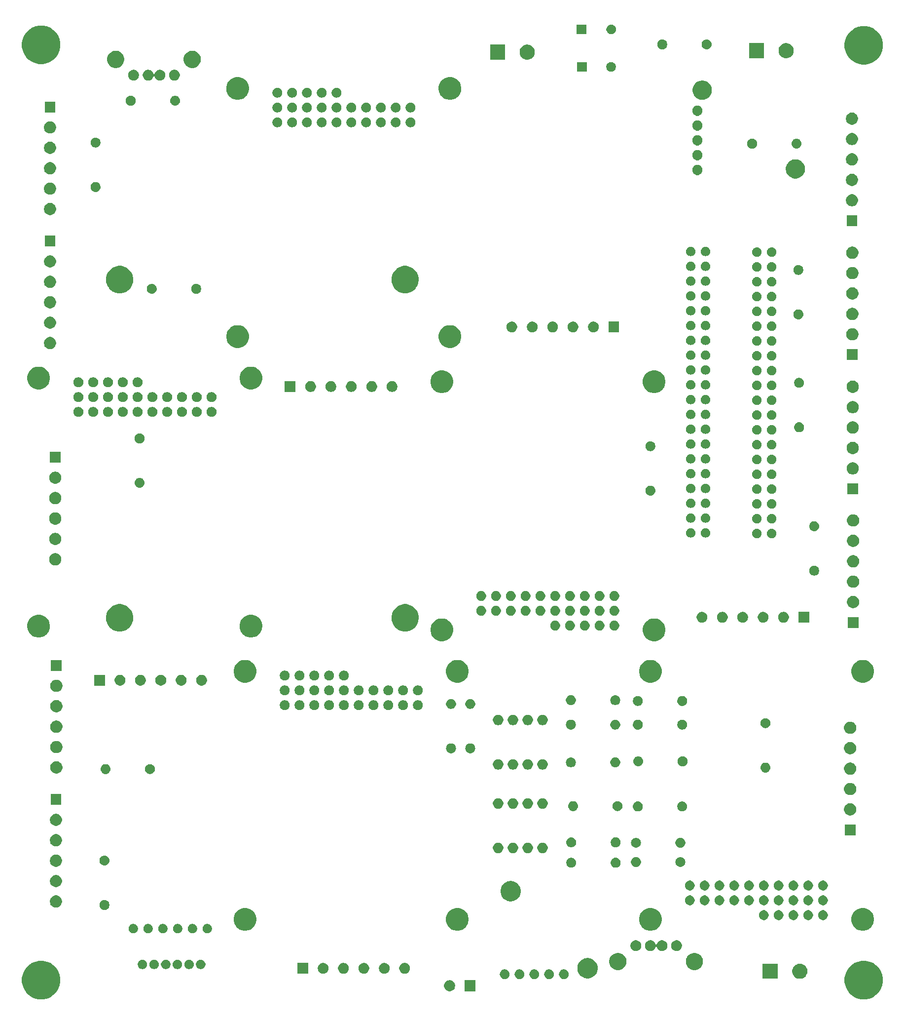
<source format=gbs>
G04 #@! TF.GenerationSoftware,KiCad,Pcbnew,(5.0.2)-1*
G04 #@! TF.CreationDate,2019-07-25T17:18:16-07:00*
G04 #@! TF.ProjectId,Control Board,436f6e74-726f-46c2-9042-6f6172642e6b,rev?*
G04 #@! TF.SameCoordinates,Original*
G04 #@! TF.FileFunction,Soldermask,Bot*
G04 #@! TF.FilePolarity,Negative*
%FSLAX46Y46*%
G04 Gerber Fmt 4.6, Leading zero omitted, Abs format (unit mm)*
G04 Created by KiCad (PCBNEW (5.0.2)-1) date 7/25/2019 5:18:16 PM*
%MOMM*%
%LPD*%
G01*
G04 APERTURE LIST*
%ADD10C,0.100000*%
G04 APERTURE END LIST*
D10*
G36*
X147564865Y9023745D02*
X148165609Y8774909D01*
X148706268Y8413652D01*
X149166052Y7953868D01*
X149527309Y7413209D01*
X149776145Y6812465D01*
X149903000Y6174722D01*
X149903000Y5524478D01*
X149776145Y4886735D01*
X149527309Y4285991D01*
X149166052Y3745332D01*
X148706268Y3285548D01*
X148165609Y2924291D01*
X147564865Y2675455D01*
X146927122Y2548600D01*
X146276878Y2548600D01*
X145639135Y2675455D01*
X145038391Y2924291D01*
X144497732Y3285548D01*
X144037948Y3745332D01*
X143676691Y4285991D01*
X143427855Y4886735D01*
X143301000Y5524478D01*
X143301000Y6174722D01*
X143427855Y6812465D01*
X143676691Y7413209D01*
X144037948Y7953868D01*
X144497732Y8413652D01*
X145038391Y8774909D01*
X145639135Y9023745D01*
X146276878Y9150600D01*
X146927122Y9150600D01*
X147564865Y9023745D01*
X147564865Y9023745D01*
G37*
G36*
X6342465Y9023745D02*
X6943209Y8774909D01*
X7483868Y8413652D01*
X7943652Y7953868D01*
X8304909Y7413209D01*
X8553745Y6812465D01*
X8680600Y6174722D01*
X8680600Y5524478D01*
X8553745Y4886735D01*
X8304909Y4285991D01*
X7943652Y3745332D01*
X7483868Y3285548D01*
X6943209Y2924291D01*
X6342465Y2675455D01*
X5704722Y2548600D01*
X5054478Y2548600D01*
X4416735Y2675455D01*
X3815991Y2924291D01*
X3275332Y3285548D01*
X2815548Y3745332D01*
X2454291Y4285991D01*
X2205455Y4886735D01*
X2078600Y5524478D01*
X2078600Y6174722D01*
X2205455Y6812465D01*
X2454291Y7413209D01*
X2815548Y7953868D01*
X3275332Y8413652D01*
X3815991Y8774909D01*
X4416735Y9023745D01*
X5054478Y9150600D01*
X5704722Y9150600D01*
X6342465Y9023745D01*
X6342465Y9023745D01*
G37*
G36*
X75796796Y5803954D02*
X75969866Y5732266D01*
X76125630Y5628188D01*
X76258088Y5495730D01*
X76362166Y5339966D01*
X76433854Y5166896D01*
X76470400Y4983167D01*
X76470400Y4795833D01*
X76433854Y4612104D01*
X76362166Y4439034D01*
X76258088Y4283270D01*
X76125630Y4150812D01*
X75969866Y4046734D01*
X75796796Y3975046D01*
X75613067Y3938500D01*
X75425733Y3938500D01*
X75242004Y3975046D01*
X75068934Y4046734D01*
X74913170Y4150812D01*
X74780712Y4283270D01*
X74676634Y4439034D01*
X74604946Y4612104D01*
X74568400Y4795833D01*
X74568400Y4983167D01*
X74604946Y5166896D01*
X74676634Y5339966D01*
X74780712Y5495730D01*
X74913170Y5628188D01*
X75068934Y5732266D01*
X75242004Y5803954D01*
X75425733Y5840500D01*
X75613067Y5840500D01*
X75796796Y5803954D01*
X75796796Y5803954D01*
G37*
G36*
X79970400Y3938500D02*
X78068400Y3938500D01*
X78068400Y5840500D01*
X79970400Y5840500D01*
X79970400Y3938500D01*
X79970400Y3938500D01*
G37*
G36*
X85205391Y7657066D02*
X85205393Y7657065D01*
X85205394Y7657065D01*
X85356626Y7594423D01*
X85356627Y7594422D01*
X85492735Y7503478D01*
X85608478Y7387735D01*
X85608480Y7387732D01*
X85699423Y7251626D01*
X85739558Y7154731D01*
X85762066Y7100391D01*
X85771415Y7053389D01*
X85794000Y6939846D01*
X85794000Y6776154D01*
X85762065Y6615606D01*
X85699423Y6464374D01*
X85699422Y6464373D01*
X85608478Y6328265D01*
X85492735Y6212522D01*
X85492732Y6212520D01*
X85356626Y6121577D01*
X85205394Y6058935D01*
X85205393Y6058935D01*
X85205391Y6058934D01*
X85044848Y6027000D01*
X84881152Y6027000D01*
X84720609Y6058934D01*
X84720607Y6058935D01*
X84720606Y6058935D01*
X84569374Y6121577D01*
X84433268Y6212520D01*
X84433265Y6212522D01*
X84317522Y6328265D01*
X84226578Y6464373D01*
X84226577Y6464374D01*
X84163935Y6615606D01*
X84132000Y6776154D01*
X84132000Y6939846D01*
X84154585Y7053389D01*
X84163934Y7100391D01*
X84186442Y7154731D01*
X84226577Y7251626D01*
X84317520Y7387732D01*
X84317522Y7387735D01*
X84433265Y7503478D01*
X84569373Y7594422D01*
X84569374Y7594423D01*
X84720606Y7657065D01*
X84720607Y7657065D01*
X84720609Y7657066D01*
X84881152Y7689000D01*
X85044848Y7689000D01*
X85205391Y7657066D01*
X85205391Y7657066D01*
G37*
G36*
X95365391Y7657066D02*
X95365393Y7657065D01*
X95365394Y7657065D01*
X95516626Y7594423D01*
X95516627Y7594422D01*
X95652735Y7503478D01*
X95768478Y7387735D01*
X95768480Y7387732D01*
X95859423Y7251626D01*
X95899558Y7154731D01*
X95922066Y7100391D01*
X95931415Y7053389D01*
X95954000Y6939846D01*
X95954000Y6776154D01*
X95922065Y6615606D01*
X95859423Y6464374D01*
X95859422Y6464373D01*
X95768478Y6328265D01*
X95652735Y6212522D01*
X95652732Y6212520D01*
X95516626Y6121577D01*
X95365394Y6058935D01*
X95365393Y6058935D01*
X95365391Y6058934D01*
X95204848Y6027000D01*
X95041152Y6027000D01*
X94880609Y6058934D01*
X94880607Y6058935D01*
X94880606Y6058935D01*
X94729374Y6121577D01*
X94593268Y6212520D01*
X94593265Y6212522D01*
X94477522Y6328265D01*
X94386578Y6464373D01*
X94386577Y6464374D01*
X94323935Y6615606D01*
X94292000Y6776154D01*
X94292000Y6939846D01*
X94314585Y7053389D01*
X94323934Y7100391D01*
X94346442Y7154731D01*
X94386577Y7251626D01*
X94477520Y7387732D01*
X94477522Y7387735D01*
X94593265Y7503478D01*
X94729373Y7594422D01*
X94729374Y7594423D01*
X94880606Y7657065D01*
X94880607Y7657065D01*
X94880609Y7657066D01*
X95041152Y7689000D01*
X95204848Y7689000D01*
X95365391Y7657066D01*
X95365391Y7657066D01*
G37*
G36*
X92825391Y7657066D02*
X92825393Y7657065D01*
X92825394Y7657065D01*
X92976626Y7594423D01*
X92976627Y7594422D01*
X93112735Y7503478D01*
X93228478Y7387735D01*
X93228480Y7387732D01*
X93319423Y7251626D01*
X93359558Y7154731D01*
X93382066Y7100391D01*
X93391415Y7053389D01*
X93414000Y6939846D01*
X93414000Y6776154D01*
X93382065Y6615606D01*
X93319423Y6464374D01*
X93319422Y6464373D01*
X93228478Y6328265D01*
X93112735Y6212522D01*
X93112732Y6212520D01*
X92976626Y6121577D01*
X92825394Y6058935D01*
X92825393Y6058935D01*
X92825391Y6058934D01*
X92664848Y6027000D01*
X92501152Y6027000D01*
X92340609Y6058934D01*
X92340607Y6058935D01*
X92340606Y6058935D01*
X92189374Y6121577D01*
X92053268Y6212520D01*
X92053265Y6212522D01*
X91937522Y6328265D01*
X91846578Y6464373D01*
X91846577Y6464374D01*
X91783935Y6615606D01*
X91752000Y6776154D01*
X91752000Y6939846D01*
X91774585Y7053389D01*
X91783934Y7100391D01*
X91806442Y7154731D01*
X91846577Y7251626D01*
X91937520Y7387732D01*
X91937522Y7387735D01*
X92053265Y7503478D01*
X92189373Y7594422D01*
X92189374Y7594423D01*
X92340606Y7657065D01*
X92340607Y7657065D01*
X92340609Y7657066D01*
X92501152Y7689000D01*
X92664848Y7689000D01*
X92825391Y7657066D01*
X92825391Y7657066D01*
G37*
G36*
X87745391Y7657066D02*
X87745393Y7657065D01*
X87745394Y7657065D01*
X87896626Y7594423D01*
X87896627Y7594422D01*
X88032735Y7503478D01*
X88148478Y7387735D01*
X88148480Y7387732D01*
X88239423Y7251626D01*
X88279558Y7154731D01*
X88302066Y7100391D01*
X88311415Y7053389D01*
X88334000Y6939846D01*
X88334000Y6776154D01*
X88302065Y6615606D01*
X88239423Y6464374D01*
X88239422Y6464373D01*
X88148478Y6328265D01*
X88032735Y6212522D01*
X88032732Y6212520D01*
X87896626Y6121577D01*
X87745394Y6058935D01*
X87745393Y6058935D01*
X87745391Y6058934D01*
X87584848Y6027000D01*
X87421152Y6027000D01*
X87260609Y6058934D01*
X87260607Y6058935D01*
X87260606Y6058935D01*
X87109374Y6121577D01*
X86973268Y6212520D01*
X86973265Y6212522D01*
X86857522Y6328265D01*
X86766578Y6464373D01*
X86766577Y6464374D01*
X86703935Y6615606D01*
X86672000Y6776154D01*
X86672000Y6939846D01*
X86694585Y7053389D01*
X86703934Y7100391D01*
X86726442Y7154731D01*
X86766577Y7251626D01*
X86857520Y7387732D01*
X86857522Y7387735D01*
X86973265Y7503478D01*
X87109373Y7594422D01*
X87109374Y7594423D01*
X87260606Y7657065D01*
X87260607Y7657065D01*
X87260609Y7657066D01*
X87421152Y7689000D01*
X87584848Y7689000D01*
X87745391Y7657066D01*
X87745391Y7657066D01*
G37*
G36*
X90285391Y7657066D02*
X90285393Y7657065D01*
X90285394Y7657065D01*
X90436626Y7594423D01*
X90436627Y7594422D01*
X90572735Y7503478D01*
X90688478Y7387735D01*
X90688480Y7387732D01*
X90779423Y7251626D01*
X90819558Y7154731D01*
X90842066Y7100391D01*
X90851415Y7053389D01*
X90874000Y6939846D01*
X90874000Y6776154D01*
X90842065Y6615606D01*
X90779423Y6464374D01*
X90779422Y6464373D01*
X90688478Y6328265D01*
X90572735Y6212522D01*
X90572732Y6212520D01*
X90436626Y6121577D01*
X90285394Y6058935D01*
X90285393Y6058935D01*
X90285391Y6058934D01*
X90124848Y6027000D01*
X89961152Y6027000D01*
X89800609Y6058934D01*
X89800607Y6058935D01*
X89800606Y6058935D01*
X89649374Y6121577D01*
X89513268Y6212520D01*
X89513265Y6212522D01*
X89397522Y6328265D01*
X89306578Y6464373D01*
X89306577Y6464374D01*
X89243935Y6615606D01*
X89212000Y6776154D01*
X89212000Y6939846D01*
X89234585Y7053389D01*
X89243934Y7100391D01*
X89266442Y7154731D01*
X89306577Y7251626D01*
X89397520Y7387732D01*
X89397522Y7387735D01*
X89513265Y7503478D01*
X89649373Y7594422D01*
X89649374Y7594423D01*
X89800606Y7657065D01*
X89800607Y7657065D01*
X89800609Y7657066D01*
X89961152Y7689000D01*
X90124848Y7689000D01*
X90285391Y7657066D01*
X90285391Y7657066D01*
G37*
G36*
X131857000Y6065000D02*
X129255000Y6065000D01*
X129255000Y8667000D01*
X131857000Y8667000D01*
X131857000Y6065000D01*
X131857000Y6065000D01*
G37*
G36*
X136015485Y8617004D02*
X136015487Y8617003D01*
X136015488Y8617003D01*
X136072787Y8593269D01*
X136252255Y8518931D01*
X136465342Y8376551D01*
X136646551Y8195342D01*
X136646553Y8195339D01*
X136788931Y7982255D01*
X136826723Y7891018D01*
X136887004Y7745485D01*
X136937000Y7494139D01*
X136937000Y7237861D01*
X136901341Y7058590D01*
X136887003Y6986512D01*
X136871051Y6948000D01*
X136788931Y6749745D01*
X136646551Y6536658D01*
X136465342Y6355449D01*
X136465339Y6355447D01*
X136252255Y6213069D01*
X136015488Y6114997D01*
X136015487Y6114997D01*
X136015485Y6114996D01*
X135764139Y6065000D01*
X135507861Y6065000D01*
X135256515Y6114996D01*
X135256513Y6114997D01*
X135256512Y6114997D01*
X135019745Y6213069D01*
X134806661Y6355447D01*
X134806658Y6355449D01*
X134625449Y6536658D01*
X134483069Y6749745D01*
X134400949Y6948000D01*
X134384997Y6986512D01*
X134370660Y7058590D01*
X134335000Y7237861D01*
X134335000Y7494139D01*
X134384996Y7745485D01*
X134445278Y7891018D01*
X134483069Y7982255D01*
X134625447Y8195339D01*
X134625449Y8195342D01*
X134806658Y8376551D01*
X135019745Y8518931D01*
X135199213Y8593269D01*
X135256512Y8617003D01*
X135256513Y8617003D01*
X135256515Y8617004D01*
X135507861Y8667000D01*
X135764139Y8667000D01*
X136015485Y8617004D01*
X136015485Y8617004D01*
G37*
G36*
X99500774Y9612084D02*
X99703748Y9571710D01*
X100022409Y9439716D01*
X100188319Y9328858D01*
X100309200Y9248088D01*
X100553088Y9004200D01*
X100553090Y9004197D01*
X100744716Y8717409D01*
X100876710Y8398748D01*
X100917084Y8195774D01*
X100944000Y8060460D01*
X100944000Y7715540D01*
X100932368Y7657065D01*
X100876710Y7377252D01*
X100744716Y7058591D01*
X100555997Y6776154D01*
X100553088Y6771800D01*
X100309200Y6527912D01*
X100309197Y6527910D01*
X100022409Y6336284D01*
X99703748Y6204290D01*
X99555099Y6174722D01*
X99365460Y6137000D01*
X99020540Y6137000D01*
X98830901Y6174722D01*
X98682252Y6204290D01*
X98363591Y6336284D01*
X98076803Y6527910D01*
X98076800Y6527912D01*
X97832912Y6771800D01*
X97830003Y6776154D01*
X97641284Y7058591D01*
X97509290Y7377252D01*
X97453632Y7657065D01*
X97442000Y7715540D01*
X97442000Y8060460D01*
X97468916Y8195774D01*
X97509290Y8398748D01*
X97641284Y8717409D01*
X97832910Y9004197D01*
X97832912Y9004200D01*
X98076800Y9248088D01*
X98197681Y9328858D01*
X98363591Y9439716D01*
X98682252Y9571710D01*
X98885226Y9612084D01*
X99020540Y9639000D01*
X99365460Y9639000D01*
X99500774Y9612084D01*
X99500774Y9612084D01*
G37*
G36*
X51218000Y6948000D02*
X49366000Y6948000D01*
X49366000Y8800000D01*
X51218000Y8800000D01*
X51218000Y6948000D01*
X51218000Y6948000D01*
G37*
G36*
X54062104Y8764415D02*
X54230626Y8694611D01*
X54382291Y8593272D01*
X54511272Y8464291D01*
X54612611Y8312626D01*
X54682415Y8144104D01*
X54718000Y7965203D01*
X54718000Y7782797D01*
X54682415Y7603896D01*
X54612611Y7435374D01*
X54511272Y7283709D01*
X54382291Y7154728D01*
X54230626Y7053389D01*
X54062104Y6983585D01*
X53883203Y6948000D01*
X53700797Y6948000D01*
X53521896Y6983585D01*
X53353374Y7053389D01*
X53201709Y7154728D01*
X53072728Y7283709D01*
X52971389Y7435374D01*
X52901585Y7603896D01*
X52866000Y7782797D01*
X52866000Y7965203D01*
X52901585Y8144104D01*
X52971389Y8312626D01*
X53072728Y8464291D01*
X53201709Y8593272D01*
X53353374Y8694611D01*
X53521896Y8764415D01*
X53700797Y8800000D01*
X53883203Y8800000D01*
X54062104Y8764415D01*
X54062104Y8764415D01*
G37*
G36*
X57562104Y8764415D02*
X57730626Y8694611D01*
X57882291Y8593272D01*
X58011272Y8464291D01*
X58112611Y8312626D01*
X58182415Y8144104D01*
X58218000Y7965203D01*
X58218000Y7782797D01*
X58182415Y7603896D01*
X58112611Y7435374D01*
X58011272Y7283709D01*
X57882291Y7154728D01*
X57730626Y7053389D01*
X57562104Y6983585D01*
X57383203Y6948000D01*
X57200797Y6948000D01*
X57021896Y6983585D01*
X56853374Y7053389D01*
X56701709Y7154728D01*
X56572728Y7283709D01*
X56471389Y7435374D01*
X56401585Y7603896D01*
X56366000Y7782797D01*
X56366000Y7965203D01*
X56401585Y8144104D01*
X56471389Y8312626D01*
X56572728Y8464291D01*
X56701709Y8593272D01*
X56853374Y8694611D01*
X57021896Y8764415D01*
X57200797Y8800000D01*
X57383203Y8800000D01*
X57562104Y8764415D01*
X57562104Y8764415D01*
G37*
G36*
X61062104Y8764415D02*
X61230626Y8694611D01*
X61382291Y8593272D01*
X61511272Y8464291D01*
X61612611Y8312626D01*
X61682415Y8144104D01*
X61718000Y7965203D01*
X61718000Y7782797D01*
X61682415Y7603896D01*
X61612611Y7435374D01*
X61511272Y7283709D01*
X61382291Y7154728D01*
X61230626Y7053389D01*
X61062104Y6983585D01*
X60883203Y6948000D01*
X60700797Y6948000D01*
X60521896Y6983585D01*
X60353374Y7053389D01*
X60201709Y7154728D01*
X60072728Y7283709D01*
X59971389Y7435374D01*
X59901585Y7603896D01*
X59866000Y7782797D01*
X59866000Y7965203D01*
X59901585Y8144104D01*
X59971389Y8312626D01*
X60072728Y8464291D01*
X60201709Y8593272D01*
X60353374Y8694611D01*
X60521896Y8764415D01*
X60700797Y8800000D01*
X60883203Y8800000D01*
X61062104Y8764415D01*
X61062104Y8764415D01*
G37*
G36*
X64562104Y8764415D02*
X64730626Y8694611D01*
X64882291Y8593272D01*
X65011272Y8464291D01*
X65112611Y8312626D01*
X65182415Y8144104D01*
X65218000Y7965203D01*
X65218000Y7782797D01*
X65182415Y7603896D01*
X65112611Y7435374D01*
X65011272Y7283709D01*
X64882291Y7154728D01*
X64730626Y7053389D01*
X64562104Y6983585D01*
X64383203Y6948000D01*
X64200797Y6948000D01*
X64021896Y6983585D01*
X63853374Y7053389D01*
X63701709Y7154728D01*
X63572728Y7283709D01*
X63471389Y7435374D01*
X63401585Y7603896D01*
X63366000Y7782797D01*
X63366000Y7965203D01*
X63401585Y8144104D01*
X63471389Y8312626D01*
X63572728Y8464291D01*
X63701709Y8593272D01*
X63853374Y8694611D01*
X64021896Y8764415D01*
X64200797Y8800000D01*
X64383203Y8800000D01*
X64562104Y8764415D01*
X64562104Y8764415D01*
G37*
G36*
X68062104Y8764415D02*
X68230626Y8694611D01*
X68382291Y8593272D01*
X68511272Y8464291D01*
X68612611Y8312626D01*
X68682415Y8144104D01*
X68718000Y7965203D01*
X68718000Y7782797D01*
X68682415Y7603896D01*
X68612611Y7435374D01*
X68511272Y7283709D01*
X68382291Y7154728D01*
X68230626Y7053389D01*
X68062104Y6983585D01*
X67883203Y6948000D01*
X67700797Y6948000D01*
X67521896Y6983585D01*
X67353374Y7053389D01*
X67201709Y7154728D01*
X67072728Y7283709D01*
X66971389Y7435374D01*
X66901585Y7603896D01*
X66866000Y7782797D01*
X66866000Y7965203D01*
X66901585Y8144104D01*
X66971389Y8312626D01*
X67072728Y8464291D01*
X67201709Y8593272D01*
X67353374Y8694611D01*
X67521896Y8764415D01*
X67700797Y8800000D01*
X67883203Y8800000D01*
X68062104Y8764415D01*
X68062104Y8764415D01*
G37*
G36*
X117973131Y10456779D02*
X118241749Y10345514D01*
X118483498Y10183982D01*
X118689082Y9978398D01*
X118850614Y9736649D01*
X118961879Y9468031D01*
X119018600Y9182875D01*
X119018600Y8892125D01*
X118961879Y8606969D01*
X118850614Y8338351D01*
X118689082Y8096602D01*
X118483498Y7891018D01*
X118241749Y7729486D01*
X117973131Y7618221D01*
X117687975Y7561500D01*
X117397225Y7561500D01*
X117112069Y7618221D01*
X116843451Y7729486D01*
X116601702Y7891018D01*
X116396118Y8096602D01*
X116234586Y8338351D01*
X116123321Y8606969D01*
X116066600Y8892125D01*
X116066600Y9182875D01*
X116123321Y9468031D01*
X116234586Y9736649D01*
X116396118Y9978398D01*
X116601702Y10183982D01*
X116843451Y10345514D01*
X117112069Y10456779D01*
X117397225Y10513500D01*
X117687975Y10513500D01*
X117973131Y10456779D01*
X117973131Y10456779D01*
G37*
G36*
X104833131Y10456779D02*
X105101749Y10345514D01*
X105343498Y10183982D01*
X105549082Y9978398D01*
X105710614Y9736649D01*
X105821879Y9468031D01*
X105878600Y9182875D01*
X105878600Y8892125D01*
X105821879Y8606969D01*
X105710614Y8338351D01*
X105549082Y8096602D01*
X105343498Y7891018D01*
X105101749Y7729486D01*
X104833131Y7618221D01*
X104547975Y7561500D01*
X104257225Y7561500D01*
X103972069Y7618221D01*
X103703451Y7729486D01*
X103461702Y7891018D01*
X103256118Y8096602D01*
X103094586Y8338351D01*
X102983321Y8606969D01*
X102926600Y8892125D01*
X102926600Y9182875D01*
X102983321Y9468031D01*
X103094586Y9736649D01*
X103256118Y9978398D01*
X103461702Y10183982D01*
X103703451Y10345514D01*
X103972069Y10456779D01*
X104257225Y10513500D01*
X104547975Y10513500D01*
X104833131Y10456779D01*
X104833131Y10456779D01*
G37*
G36*
X31020942Y9328858D02*
X31168902Y9267570D01*
X31198056Y9248090D01*
X31302057Y9178599D01*
X31415299Y9065357D01*
X31459483Y8999230D01*
X31504270Y8932202D01*
X31565558Y8784242D01*
X31596800Y8627175D01*
X31596800Y8467025D01*
X31565558Y8309958D01*
X31504270Y8161998D01*
X31460576Y8096605D01*
X31415299Y8028843D01*
X31302057Y7915601D01*
X31235930Y7871417D01*
X31168902Y7826630D01*
X31020942Y7765342D01*
X30863875Y7734100D01*
X30703725Y7734100D01*
X30546658Y7765342D01*
X30398698Y7826630D01*
X30331670Y7871417D01*
X30265543Y7915601D01*
X30152301Y8028843D01*
X30107024Y8096605D01*
X30063330Y8161998D01*
X30002042Y8309958D01*
X29970800Y8467025D01*
X29970800Y8627175D01*
X30002042Y8784242D01*
X30063330Y8932202D01*
X30108117Y8999230D01*
X30152301Y9065357D01*
X30265543Y9178599D01*
X30369544Y9248090D01*
X30398698Y9267570D01*
X30546658Y9328858D01*
X30703725Y9360100D01*
X30863875Y9360100D01*
X31020942Y9328858D01*
X31020942Y9328858D01*
G37*
G36*
X23020942Y9328858D02*
X23168902Y9267570D01*
X23198056Y9248090D01*
X23302057Y9178599D01*
X23415299Y9065357D01*
X23459483Y8999230D01*
X23504270Y8932202D01*
X23565558Y8784242D01*
X23596800Y8627175D01*
X23596800Y8467025D01*
X23565558Y8309958D01*
X23504270Y8161998D01*
X23460576Y8096605D01*
X23415299Y8028843D01*
X23302057Y7915601D01*
X23235930Y7871417D01*
X23168902Y7826630D01*
X23020942Y7765342D01*
X22863875Y7734100D01*
X22703725Y7734100D01*
X22546658Y7765342D01*
X22398698Y7826630D01*
X22331670Y7871417D01*
X22265543Y7915601D01*
X22152301Y8028843D01*
X22107024Y8096605D01*
X22063330Y8161998D01*
X22002042Y8309958D01*
X21970800Y8467025D01*
X21970800Y8627175D01*
X22002042Y8784242D01*
X22063330Y8932202D01*
X22108117Y8999230D01*
X22152301Y9065357D01*
X22265543Y9178599D01*
X22369544Y9248090D01*
X22398698Y9267570D01*
X22546658Y9328858D01*
X22703725Y9360100D01*
X22863875Y9360100D01*
X23020942Y9328858D01*
X23020942Y9328858D01*
G37*
G36*
X25020942Y9328858D02*
X25168902Y9267570D01*
X25198056Y9248090D01*
X25302057Y9178599D01*
X25415299Y9065357D01*
X25459483Y8999230D01*
X25504270Y8932202D01*
X25565558Y8784242D01*
X25596800Y8627175D01*
X25596800Y8467025D01*
X25565558Y8309958D01*
X25504270Y8161998D01*
X25460576Y8096605D01*
X25415299Y8028843D01*
X25302057Y7915601D01*
X25235930Y7871417D01*
X25168902Y7826630D01*
X25020942Y7765342D01*
X24863875Y7734100D01*
X24703725Y7734100D01*
X24546658Y7765342D01*
X24398698Y7826630D01*
X24331670Y7871417D01*
X24265543Y7915601D01*
X24152301Y8028843D01*
X24107024Y8096605D01*
X24063330Y8161998D01*
X24002042Y8309958D01*
X23970800Y8467025D01*
X23970800Y8627175D01*
X24002042Y8784242D01*
X24063330Y8932202D01*
X24108117Y8999230D01*
X24152301Y9065357D01*
X24265543Y9178599D01*
X24369544Y9248090D01*
X24398698Y9267570D01*
X24546658Y9328858D01*
X24703725Y9360100D01*
X24863875Y9360100D01*
X25020942Y9328858D01*
X25020942Y9328858D01*
G37*
G36*
X27020942Y9328858D02*
X27168902Y9267570D01*
X27198056Y9248090D01*
X27302057Y9178599D01*
X27415299Y9065357D01*
X27459483Y8999230D01*
X27504270Y8932202D01*
X27565558Y8784242D01*
X27596800Y8627175D01*
X27596800Y8467025D01*
X27565558Y8309958D01*
X27504270Y8161998D01*
X27460576Y8096605D01*
X27415299Y8028843D01*
X27302057Y7915601D01*
X27235930Y7871417D01*
X27168902Y7826630D01*
X27020942Y7765342D01*
X26863875Y7734100D01*
X26703725Y7734100D01*
X26546658Y7765342D01*
X26398698Y7826630D01*
X26331670Y7871417D01*
X26265543Y7915601D01*
X26152301Y8028843D01*
X26107024Y8096605D01*
X26063330Y8161998D01*
X26002042Y8309958D01*
X25970800Y8467025D01*
X25970800Y8627175D01*
X26002042Y8784242D01*
X26063330Y8932202D01*
X26108117Y8999230D01*
X26152301Y9065357D01*
X26265543Y9178599D01*
X26369544Y9248090D01*
X26398698Y9267570D01*
X26546658Y9328858D01*
X26703725Y9360100D01*
X26863875Y9360100D01*
X27020942Y9328858D01*
X27020942Y9328858D01*
G37*
G36*
X33020942Y9328858D02*
X33168902Y9267570D01*
X33198056Y9248090D01*
X33302057Y9178599D01*
X33415299Y9065357D01*
X33459483Y8999230D01*
X33504270Y8932202D01*
X33565558Y8784242D01*
X33596800Y8627175D01*
X33596800Y8467025D01*
X33565558Y8309958D01*
X33504270Y8161998D01*
X33460576Y8096605D01*
X33415299Y8028843D01*
X33302057Y7915601D01*
X33235930Y7871417D01*
X33168902Y7826630D01*
X33020942Y7765342D01*
X32863875Y7734100D01*
X32703725Y7734100D01*
X32546658Y7765342D01*
X32398698Y7826630D01*
X32331670Y7871417D01*
X32265543Y7915601D01*
X32152301Y8028843D01*
X32107024Y8096605D01*
X32063330Y8161998D01*
X32002042Y8309958D01*
X31970800Y8467025D01*
X31970800Y8627175D01*
X32002042Y8784242D01*
X32063330Y8932202D01*
X32108117Y8999230D01*
X32152301Y9065357D01*
X32265543Y9178599D01*
X32369544Y9248090D01*
X32398698Y9267570D01*
X32546658Y9328858D01*
X32703725Y9360100D01*
X32863875Y9360100D01*
X33020942Y9328858D01*
X33020942Y9328858D01*
G37*
G36*
X29020942Y9328858D02*
X29168902Y9267570D01*
X29198056Y9248090D01*
X29302057Y9178599D01*
X29415299Y9065357D01*
X29459483Y8999230D01*
X29504270Y8932202D01*
X29565558Y8784242D01*
X29596800Y8627175D01*
X29596800Y8467025D01*
X29565558Y8309958D01*
X29504270Y8161998D01*
X29460576Y8096605D01*
X29415299Y8028843D01*
X29302057Y7915601D01*
X29235930Y7871417D01*
X29168902Y7826630D01*
X29020942Y7765342D01*
X28863875Y7734100D01*
X28703725Y7734100D01*
X28546658Y7765342D01*
X28398698Y7826630D01*
X28331670Y7871417D01*
X28265543Y7915601D01*
X28152301Y8028843D01*
X28107024Y8096605D01*
X28063330Y8161998D01*
X28002042Y8309958D01*
X27970800Y8467025D01*
X27970800Y8627175D01*
X28002042Y8784242D01*
X28063330Y8932202D01*
X28108117Y8999230D01*
X28152301Y9065357D01*
X28265543Y9178599D01*
X28369544Y9248090D01*
X28398698Y9267570D01*
X28546658Y9328858D01*
X28703725Y9360100D01*
X28863875Y9360100D01*
X29020942Y9328858D01*
X29020942Y9328858D01*
G37*
G36*
X110242704Y12637915D02*
X110411226Y12568111D01*
X110562891Y12466772D01*
X110691872Y12337791D01*
X110793211Y12186126D01*
X110857120Y12031835D01*
X110868666Y12010234D01*
X110884211Y11991292D01*
X110903153Y11975746D01*
X110924764Y11964195D01*
X110948213Y11957082D01*
X110972600Y11954680D01*
X110996986Y11957082D01*
X111020435Y11964195D01*
X111042046Y11975746D01*
X111060988Y11991291D01*
X111076534Y12010233D01*
X111088080Y12031835D01*
X111151989Y12186126D01*
X111253328Y12337791D01*
X111382309Y12466772D01*
X111533974Y12568111D01*
X111702496Y12637915D01*
X111881397Y12673500D01*
X112063803Y12673500D01*
X112242704Y12637915D01*
X112411226Y12568111D01*
X112562891Y12466772D01*
X112691872Y12337791D01*
X112793211Y12186126D01*
X112863015Y12017604D01*
X112898600Y11838703D01*
X112898600Y11656297D01*
X112863015Y11477396D01*
X112793211Y11308874D01*
X112691872Y11157209D01*
X112562891Y11028228D01*
X112411226Y10926889D01*
X112242704Y10857085D01*
X112063803Y10821500D01*
X111881397Y10821500D01*
X111702496Y10857085D01*
X111533974Y10926889D01*
X111382309Y11028228D01*
X111253328Y11157209D01*
X111151989Y11308874D01*
X111088080Y11463165D01*
X111076534Y11484766D01*
X111060989Y11503708D01*
X111042047Y11519254D01*
X111020436Y11530805D01*
X110996987Y11537918D01*
X110972600Y11540320D01*
X110948214Y11537918D01*
X110924765Y11530805D01*
X110903154Y11519254D01*
X110884212Y11503709D01*
X110868666Y11484767D01*
X110857120Y11463165D01*
X110793211Y11308874D01*
X110691872Y11157209D01*
X110562891Y11028228D01*
X110411226Y10926889D01*
X110242704Y10857085D01*
X110063803Y10821500D01*
X109881397Y10821500D01*
X109702496Y10857085D01*
X109533974Y10926889D01*
X109382309Y11028228D01*
X109253328Y11157209D01*
X109151989Y11308874D01*
X109082185Y11477396D01*
X109046600Y11656297D01*
X109046600Y11838703D01*
X109082185Y12017604D01*
X109151989Y12186126D01*
X109253328Y12337791D01*
X109382309Y12466772D01*
X109533974Y12568111D01*
X109702496Y12637915D01*
X109881397Y12673500D01*
X110063803Y12673500D01*
X110242704Y12637915D01*
X110242704Y12637915D01*
G37*
G36*
X107742704Y12637915D02*
X107911226Y12568111D01*
X108062891Y12466772D01*
X108191872Y12337791D01*
X108293211Y12186126D01*
X108363015Y12017604D01*
X108398600Y11838703D01*
X108398600Y11656297D01*
X108363015Y11477396D01*
X108293211Y11308874D01*
X108191872Y11157209D01*
X108062891Y11028228D01*
X107911226Y10926889D01*
X107742704Y10857085D01*
X107563803Y10821500D01*
X107381397Y10821500D01*
X107202496Y10857085D01*
X107033974Y10926889D01*
X106882309Y11028228D01*
X106753328Y11157209D01*
X106651989Y11308874D01*
X106582185Y11477396D01*
X106546600Y11656297D01*
X106546600Y11838703D01*
X106582185Y12017604D01*
X106651989Y12186126D01*
X106753328Y12337791D01*
X106882309Y12466772D01*
X107033974Y12568111D01*
X107202496Y12637915D01*
X107381397Y12673500D01*
X107563803Y12673500D01*
X107742704Y12637915D01*
X107742704Y12637915D01*
G37*
G36*
X114742704Y12637915D02*
X114911226Y12568111D01*
X115062891Y12466772D01*
X115191872Y12337791D01*
X115293211Y12186126D01*
X115363015Y12017604D01*
X115398600Y11838703D01*
X115398600Y11656297D01*
X115363015Y11477396D01*
X115293211Y11308874D01*
X115191872Y11157209D01*
X115062891Y11028228D01*
X114911226Y10926889D01*
X114742704Y10857085D01*
X114563803Y10821500D01*
X114381397Y10821500D01*
X114202496Y10857085D01*
X114033974Y10926889D01*
X113882309Y11028228D01*
X113753328Y11157209D01*
X113651989Y11308874D01*
X113582185Y11477396D01*
X113546600Y11656297D01*
X113546600Y11838703D01*
X113582185Y12017604D01*
X113651989Y12186126D01*
X113753328Y12337791D01*
X113882309Y12466772D01*
X114033974Y12568111D01*
X114202496Y12637915D01*
X114381397Y12673500D01*
X114563803Y12673500D01*
X114742704Y12637915D01*
X114742704Y12637915D01*
G37*
G36*
X34146142Y15450258D02*
X34294102Y15388970D01*
X34427258Y15299998D01*
X34540498Y15186758D01*
X34629470Y15053602D01*
X34690758Y14905642D01*
X34722000Y14748575D01*
X34722000Y14588425D01*
X34690758Y14431358D01*
X34629470Y14283398D01*
X34540498Y14150242D01*
X34427258Y14037002D01*
X34294102Y13948030D01*
X34146142Y13886742D01*
X33989075Y13855500D01*
X33828925Y13855500D01*
X33671858Y13886742D01*
X33523898Y13948030D01*
X33390742Y14037002D01*
X33277502Y14150242D01*
X33188530Y14283398D01*
X33127242Y14431358D01*
X33096000Y14588425D01*
X33096000Y14748575D01*
X33127242Y14905642D01*
X33188530Y15053602D01*
X33277502Y15186758D01*
X33390742Y15299998D01*
X33523898Y15388970D01*
X33671858Y15450258D01*
X33828925Y15481500D01*
X33989075Y15481500D01*
X34146142Y15450258D01*
X34146142Y15450258D01*
G37*
G36*
X21446142Y15450258D02*
X21594102Y15388970D01*
X21727258Y15299998D01*
X21840498Y15186758D01*
X21929470Y15053602D01*
X21990758Y14905642D01*
X22022000Y14748575D01*
X22022000Y14588425D01*
X21990758Y14431358D01*
X21929470Y14283398D01*
X21840498Y14150242D01*
X21727258Y14037002D01*
X21594102Y13948030D01*
X21446142Y13886742D01*
X21289075Y13855500D01*
X21128925Y13855500D01*
X20971858Y13886742D01*
X20823898Y13948030D01*
X20690742Y14037002D01*
X20577502Y14150242D01*
X20488530Y14283398D01*
X20427242Y14431358D01*
X20396000Y14588425D01*
X20396000Y14748575D01*
X20427242Y14905642D01*
X20488530Y15053602D01*
X20577502Y15186758D01*
X20690742Y15299998D01*
X20823898Y15388970D01*
X20971858Y15450258D01*
X21128925Y15481500D01*
X21289075Y15481500D01*
X21446142Y15450258D01*
X21446142Y15450258D01*
G37*
G36*
X29066142Y15450258D02*
X29214102Y15388970D01*
X29347258Y15299998D01*
X29460498Y15186758D01*
X29549470Y15053602D01*
X29610758Y14905642D01*
X29642000Y14748575D01*
X29642000Y14588425D01*
X29610758Y14431358D01*
X29549470Y14283398D01*
X29460498Y14150242D01*
X29347258Y14037002D01*
X29214102Y13948030D01*
X29066142Y13886742D01*
X28909075Y13855500D01*
X28748925Y13855500D01*
X28591858Y13886742D01*
X28443898Y13948030D01*
X28310742Y14037002D01*
X28197502Y14150242D01*
X28108530Y14283398D01*
X28047242Y14431358D01*
X28016000Y14588425D01*
X28016000Y14748575D01*
X28047242Y14905642D01*
X28108530Y15053602D01*
X28197502Y15186758D01*
X28310742Y15299998D01*
X28443898Y15388970D01*
X28591858Y15450258D01*
X28748925Y15481500D01*
X28909075Y15481500D01*
X29066142Y15450258D01*
X29066142Y15450258D01*
G37*
G36*
X26526142Y15450258D02*
X26674102Y15388970D01*
X26807258Y15299998D01*
X26920498Y15186758D01*
X27009470Y15053602D01*
X27070758Y14905642D01*
X27102000Y14748575D01*
X27102000Y14588425D01*
X27070758Y14431358D01*
X27009470Y14283398D01*
X26920498Y14150242D01*
X26807258Y14037002D01*
X26674102Y13948030D01*
X26526142Y13886742D01*
X26369075Y13855500D01*
X26208925Y13855500D01*
X26051858Y13886742D01*
X25903898Y13948030D01*
X25770742Y14037002D01*
X25657502Y14150242D01*
X25568530Y14283398D01*
X25507242Y14431358D01*
X25476000Y14588425D01*
X25476000Y14748575D01*
X25507242Y14905642D01*
X25568530Y15053602D01*
X25657502Y15186758D01*
X25770742Y15299998D01*
X25903898Y15388970D01*
X26051858Y15450258D01*
X26208925Y15481500D01*
X26369075Y15481500D01*
X26526142Y15450258D01*
X26526142Y15450258D01*
G37*
G36*
X23986142Y15450258D02*
X24134102Y15388970D01*
X24267258Y15299998D01*
X24380498Y15186758D01*
X24469470Y15053602D01*
X24530758Y14905642D01*
X24562000Y14748575D01*
X24562000Y14588425D01*
X24530758Y14431358D01*
X24469470Y14283398D01*
X24380498Y14150242D01*
X24267258Y14037002D01*
X24134102Y13948030D01*
X23986142Y13886742D01*
X23829075Y13855500D01*
X23668925Y13855500D01*
X23511858Y13886742D01*
X23363898Y13948030D01*
X23230742Y14037002D01*
X23117502Y14150242D01*
X23028530Y14283398D01*
X22967242Y14431358D01*
X22936000Y14588425D01*
X22936000Y14748575D01*
X22967242Y14905642D01*
X23028530Y15053602D01*
X23117502Y15186758D01*
X23230742Y15299998D01*
X23363898Y15388970D01*
X23511858Y15450258D01*
X23668925Y15481500D01*
X23829075Y15481500D01*
X23986142Y15450258D01*
X23986142Y15450258D01*
G37*
G36*
X31606142Y15450258D02*
X31754102Y15388970D01*
X31887258Y15299998D01*
X32000498Y15186758D01*
X32089470Y15053602D01*
X32150758Y14905642D01*
X32182000Y14748575D01*
X32182000Y14588425D01*
X32150758Y14431358D01*
X32089470Y14283398D01*
X32000498Y14150242D01*
X31887258Y14037002D01*
X31754102Y13948030D01*
X31606142Y13886742D01*
X31449075Y13855500D01*
X31288925Y13855500D01*
X31131858Y13886742D01*
X30983898Y13948030D01*
X30850742Y14037002D01*
X30737502Y14150242D01*
X30648530Y14283398D01*
X30587242Y14431358D01*
X30556000Y14588425D01*
X30556000Y14748575D01*
X30587242Y14905642D01*
X30648530Y15053602D01*
X30737502Y15186758D01*
X30850742Y15299998D01*
X30983898Y15388970D01*
X31131858Y15450258D01*
X31288925Y15481500D01*
X31449075Y15481500D01*
X31606142Y15450258D01*
X31606142Y15450258D01*
G37*
G36*
X77404083Y18132025D02*
X77404085Y18132024D01*
X77404086Y18132024D01*
X77759145Y17984954D01*
X77769024Y17978353D01*
X78078693Y17771439D01*
X78350439Y17499693D01*
X78350441Y17499690D01*
X78563954Y17180145D01*
X78711024Y16825086D01*
X78786000Y16448157D01*
X78786000Y16063843D01*
X78711024Y15686914D01*
X78563954Y15331855D01*
X78542668Y15299998D01*
X78350439Y15012307D01*
X78078693Y14740561D01*
X78078690Y14740559D01*
X77759145Y14527046D01*
X77404086Y14379976D01*
X77404085Y14379976D01*
X77404083Y14379975D01*
X77027158Y14305000D01*
X76642842Y14305000D01*
X76265917Y14379975D01*
X76265915Y14379976D01*
X76265914Y14379976D01*
X75910855Y14527046D01*
X75591310Y14740559D01*
X75591307Y14740561D01*
X75319561Y15012307D01*
X75127332Y15299998D01*
X75106046Y15331855D01*
X74958976Y15686914D01*
X74884000Y16063843D01*
X74884000Y16448157D01*
X74958976Y16825086D01*
X75106046Y17180145D01*
X75319559Y17499690D01*
X75319561Y17499693D01*
X75591307Y17771439D01*
X75900976Y17978353D01*
X75910855Y17984954D01*
X76265914Y18132024D01*
X76265915Y18132024D01*
X76265917Y18132025D01*
X76642842Y18207000D01*
X77027158Y18207000D01*
X77404083Y18132025D01*
X77404083Y18132025D01*
G37*
G36*
X40955083Y18132025D02*
X40955085Y18132024D01*
X40955086Y18132024D01*
X41310145Y17984954D01*
X41320024Y17978353D01*
X41629693Y17771439D01*
X41901439Y17499693D01*
X41901441Y17499690D01*
X42114954Y17180145D01*
X42262024Y16825086D01*
X42337000Y16448157D01*
X42337000Y16063843D01*
X42262024Y15686914D01*
X42114954Y15331855D01*
X42093668Y15299998D01*
X41901439Y15012307D01*
X41629693Y14740561D01*
X41629690Y14740559D01*
X41310145Y14527046D01*
X40955086Y14379976D01*
X40955085Y14379976D01*
X40955083Y14379975D01*
X40578158Y14305000D01*
X40193842Y14305000D01*
X39816917Y14379975D01*
X39816915Y14379976D01*
X39816914Y14379976D01*
X39461855Y14527046D01*
X39142310Y14740559D01*
X39142307Y14740561D01*
X38870561Y15012307D01*
X38678332Y15299998D01*
X38657046Y15331855D01*
X38509976Y15686914D01*
X38435000Y16063843D01*
X38435000Y16448157D01*
X38509976Y16825086D01*
X38657046Y17180145D01*
X38870559Y17499690D01*
X38870561Y17499693D01*
X39142307Y17771439D01*
X39451976Y17978353D01*
X39461855Y17984954D01*
X39816914Y18132024D01*
X39816915Y18132024D01*
X39816917Y18132025D01*
X40193842Y18207000D01*
X40578158Y18207000D01*
X40955083Y18132025D01*
X40955083Y18132025D01*
G37*
G36*
X110551083Y18132025D02*
X110551085Y18132024D01*
X110551086Y18132024D01*
X110906145Y17984954D01*
X110916024Y17978353D01*
X111225693Y17771439D01*
X111497439Y17499693D01*
X111497441Y17499690D01*
X111710954Y17180145D01*
X111858024Y16825086D01*
X111933000Y16448157D01*
X111933000Y16063843D01*
X111858024Y15686914D01*
X111710954Y15331855D01*
X111689668Y15299998D01*
X111497439Y15012307D01*
X111225693Y14740561D01*
X111225690Y14740559D01*
X110906145Y14527046D01*
X110551086Y14379976D01*
X110551085Y14379976D01*
X110551083Y14379975D01*
X110174158Y14305000D01*
X109789842Y14305000D01*
X109412917Y14379975D01*
X109412915Y14379976D01*
X109412914Y14379976D01*
X109057855Y14527046D01*
X108738310Y14740559D01*
X108738307Y14740561D01*
X108466561Y15012307D01*
X108274332Y15299998D01*
X108253046Y15331855D01*
X108105976Y15686914D01*
X108031000Y16063843D01*
X108031000Y16448157D01*
X108105976Y16825086D01*
X108253046Y17180145D01*
X108466559Y17499690D01*
X108466561Y17499693D01*
X108738307Y17771439D01*
X109047976Y17978353D01*
X109057855Y17984954D01*
X109412914Y18132024D01*
X109412915Y18132024D01*
X109412917Y18132025D01*
X109789842Y18207000D01*
X110174158Y18207000D01*
X110551083Y18132025D01*
X110551083Y18132025D01*
G37*
G36*
X147000083Y18132025D02*
X147000085Y18132024D01*
X147000086Y18132024D01*
X147355145Y17984954D01*
X147365024Y17978353D01*
X147674693Y17771439D01*
X147946439Y17499693D01*
X147946441Y17499690D01*
X148159954Y17180145D01*
X148307024Y16825086D01*
X148382000Y16448157D01*
X148382000Y16063843D01*
X148307024Y15686914D01*
X148159954Y15331855D01*
X148138668Y15299998D01*
X147946439Y15012307D01*
X147674693Y14740561D01*
X147674690Y14740559D01*
X147355145Y14527046D01*
X147000086Y14379976D01*
X147000085Y14379976D01*
X147000083Y14379975D01*
X146623158Y14305000D01*
X146238842Y14305000D01*
X145861917Y14379975D01*
X145861915Y14379976D01*
X145861914Y14379976D01*
X145506855Y14527046D01*
X145187310Y14740559D01*
X145187307Y14740561D01*
X144915561Y15012307D01*
X144723332Y15299998D01*
X144702046Y15331855D01*
X144554976Y15686914D01*
X144480000Y16063843D01*
X144480000Y16448157D01*
X144554976Y16825086D01*
X144702046Y17180145D01*
X144915559Y17499690D01*
X144915561Y17499693D01*
X145187307Y17771439D01*
X145496976Y17978353D01*
X145506855Y17984954D01*
X145861914Y18132024D01*
X145861915Y18132024D01*
X145861917Y18132025D01*
X146238842Y18207000D01*
X146623158Y18207000D01*
X147000083Y18132025D01*
X147000083Y18132025D01*
G37*
G36*
X129690228Y17804297D02*
X129845100Y17740147D01*
X129984481Y17647015D01*
X130103015Y17528481D01*
X130196147Y17389100D01*
X130260297Y17234228D01*
X130293000Y17069816D01*
X130293000Y16902184D01*
X130260297Y16737772D01*
X130196147Y16582900D01*
X130103015Y16443519D01*
X129984481Y16324985D01*
X129845100Y16231853D01*
X129690228Y16167703D01*
X129525816Y16135000D01*
X129358184Y16135000D01*
X129193772Y16167703D01*
X129038900Y16231853D01*
X128899519Y16324985D01*
X128780985Y16443519D01*
X128687853Y16582900D01*
X128623703Y16737772D01*
X128591000Y16902184D01*
X128591000Y17069816D01*
X128623703Y17234228D01*
X128687853Y17389100D01*
X128780985Y17528481D01*
X128899519Y17647015D01*
X129038900Y17740147D01*
X129193772Y17804297D01*
X129358184Y17837000D01*
X129525816Y17837000D01*
X129690228Y17804297D01*
X129690228Y17804297D01*
G37*
G36*
X137310228Y17804297D02*
X137465100Y17740147D01*
X137604481Y17647015D01*
X137723015Y17528481D01*
X137816147Y17389100D01*
X137880297Y17234228D01*
X137913000Y17069816D01*
X137913000Y16902184D01*
X137880297Y16737772D01*
X137816147Y16582900D01*
X137723015Y16443519D01*
X137604481Y16324985D01*
X137465100Y16231853D01*
X137310228Y16167703D01*
X137145816Y16135000D01*
X136978184Y16135000D01*
X136813772Y16167703D01*
X136658900Y16231853D01*
X136519519Y16324985D01*
X136400985Y16443519D01*
X136307853Y16582900D01*
X136243703Y16737772D01*
X136211000Y16902184D01*
X136211000Y17069816D01*
X136243703Y17234228D01*
X136307853Y17389100D01*
X136400985Y17528481D01*
X136519519Y17647015D01*
X136658900Y17740147D01*
X136813772Y17804297D01*
X136978184Y17837000D01*
X137145816Y17837000D01*
X137310228Y17804297D01*
X137310228Y17804297D01*
G37*
G36*
X132230228Y17804297D02*
X132385100Y17740147D01*
X132524481Y17647015D01*
X132643015Y17528481D01*
X132736147Y17389100D01*
X132800297Y17234228D01*
X132833000Y17069816D01*
X132833000Y16902184D01*
X132800297Y16737772D01*
X132736147Y16582900D01*
X132643015Y16443519D01*
X132524481Y16324985D01*
X132385100Y16231853D01*
X132230228Y16167703D01*
X132065816Y16135000D01*
X131898184Y16135000D01*
X131733772Y16167703D01*
X131578900Y16231853D01*
X131439519Y16324985D01*
X131320985Y16443519D01*
X131227853Y16582900D01*
X131163703Y16737772D01*
X131131000Y16902184D01*
X131131000Y17069816D01*
X131163703Y17234228D01*
X131227853Y17389100D01*
X131320985Y17528481D01*
X131439519Y17647015D01*
X131578900Y17740147D01*
X131733772Y17804297D01*
X131898184Y17837000D01*
X132065816Y17837000D01*
X132230228Y17804297D01*
X132230228Y17804297D01*
G37*
G36*
X134770228Y17804297D02*
X134925100Y17740147D01*
X135064481Y17647015D01*
X135183015Y17528481D01*
X135276147Y17389100D01*
X135340297Y17234228D01*
X135373000Y17069816D01*
X135373000Y16902184D01*
X135340297Y16737772D01*
X135276147Y16582900D01*
X135183015Y16443519D01*
X135064481Y16324985D01*
X134925100Y16231853D01*
X134770228Y16167703D01*
X134605816Y16135000D01*
X134438184Y16135000D01*
X134273772Y16167703D01*
X134118900Y16231853D01*
X133979519Y16324985D01*
X133860985Y16443519D01*
X133767853Y16582900D01*
X133703703Y16737772D01*
X133671000Y16902184D01*
X133671000Y17069816D01*
X133703703Y17234228D01*
X133767853Y17389100D01*
X133860985Y17528481D01*
X133979519Y17647015D01*
X134118900Y17740147D01*
X134273772Y17804297D01*
X134438184Y17837000D01*
X134605816Y17837000D01*
X134770228Y17804297D01*
X134770228Y17804297D01*
G37*
G36*
X139850228Y17804297D02*
X140005100Y17740147D01*
X140144481Y17647015D01*
X140263015Y17528481D01*
X140356147Y17389100D01*
X140420297Y17234228D01*
X140453000Y17069816D01*
X140453000Y16902184D01*
X140420297Y16737772D01*
X140356147Y16582900D01*
X140263015Y16443519D01*
X140144481Y16324985D01*
X140005100Y16231853D01*
X139850228Y16167703D01*
X139685816Y16135000D01*
X139518184Y16135000D01*
X139353772Y16167703D01*
X139198900Y16231853D01*
X139059519Y16324985D01*
X138940985Y16443519D01*
X138847853Y16582900D01*
X138783703Y16737772D01*
X138751000Y16902184D01*
X138751000Y17069816D01*
X138783703Y17234228D01*
X138847853Y17389100D01*
X138940985Y17528481D01*
X139059519Y17647015D01*
X139198900Y17740147D01*
X139353772Y17804297D01*
X139518184Y17837000D01*
X139685816Y17837000D01*
X139850228Y17804297D01*
X139850228Y17804297D01*
G37*
G36*
X16504228Y19550797D02*
X16659100Y19486647D01*
X16798481Y19393515D01*
X16917015Y19274981D01*
X17010147Y19135600D01*
X17074297Y18980728D01*
X17107000Y18816316D01*
X17107000Y18648684D01*
X17074297Y18484272D01*
X17010147Y18329400D01*
X16917015Y18190019D01*
X16798481Y18071485D01*
X16659100Y17978353D01*
X16504228Y17914203D01*
X16339816Y17881500D01*
X16172184Y17881500D01*
X16007772Y17914203D01*
X15852900Y17978353D01*
X15713519Y18071485D01*
X15594985Y18190019D01*
X15501853Y18329400D01*
X15437703Y18484272D01*
X15405000Y18648684D01*
X15405000Y18816316D01*
X15437703Y18980728D01*
X15501853Y19135600D01*
X15594985Y19274981D01*
X15713519Y19393515D01*
X15852900Y19486647D01*
X16007772Y19550797D01*
X16172184Y19583500D01*
X16339816Y19583500D01*
X16504228Y19550797D01*
X16504228Y19550797D01*
G37*
G36*
X8244065Y20340611D02*
X8435334Y20261385D01*
X8607476Y20146363D01*
X8753863Y19999976D01*
X8868885Y19827834D01*
X8948111Y19636565D01*
X8988500Y19433516D01*
X8988500Y19226484D01*
X8948111Y19023435D01*
X8868885Y18832166D01*
X8753863Y18660024D01*
X8607476Y18513637D01*
X8435334Y18398615D01*
X8244065Y18319389D01*
X8041016Y18279000D01*
X7833984Y18279000D01*
X7630935Y18319389D01*
X7439666Y18398615D01*
X7267524Y18513637D01*
X7121137Y18660024D01*
X7006115Y18832166D01*
X6926889Y19023435D01*
X6886500Y19226484D01*
X6886500Y19433516D01*
X6926889Y19636565D01*
X7006115Y19827834D01*
X7121137Y19999976D01*
X7267524Y20146363D01*
X7439666Y20261385D01*
X7630935Y20340611D01*
X7833984Y20381000D01*
X8041016Y20381000D01*
X8244065Y20340611D01*
X8244065Y20340611D01*
G37*
G36*
X132230228Y20344297D02*
X132385100Y20280147D01*
X132524481Y20187015D01*
X132643015Y20068481D01*
X132736147Y19929100D01*
X132800297Y19774228D01*
X132833000Y19609816D01*
X132833000Y19442184D01*
X132800297Y19277772D01*
X132736147Y19122900D01*
X132643015Y18983519D01*
X132524481Y18864985D01*
X132385100Y18771853D01*
X132230228Y18707703D01*
X132065816Y18675000D01*
X131898184Y18675000D01*
X131733772Y18707703D01*
X131578900Y18771853D01*
X131439519Y18864985D01*
X131320985Y18983519D01*
X131227853Y19122900D01*
X131163703Y19277772D01*
X131131000Y19442184D01*
X131131000Y19609816D01*
X131163703Y19774228D01*
X131227853Y19929100D01*
X131320985Y20068481D01*
X131439519Y20187015D01*
X131578900Y20280147D01*
X131733772Y20344297D01*
X131898184Y20377000D01*
X132065816Y20377000D01*
X132230228Y20344297D01*
X132230228Y20344297D01*
G37*
G36*
X137310228Y20344297D02*
X137465100Y20280147D01*
X137604481Y20187015D01*
X137723015Y20068481D01*
X137816147Y19929100D01*
X137880297Y19774228D01*
X137913000Y19609816D01*
X137913000Y19442184D01*
X137880297Y19277772D01*
X137816147Y19122900D01*
X137723015Y18983519D01*
X137604481Y18864985D01*
X137465100Y18771853D01*
X137310228Y18707703D01*
X137145816Y18675000D01*
X136978184Y18675000D01*
X136813772Y18707703D01*
X136658900Y18771853D01*
X136519519Y18864985D01*
X136400985Y18983519D01*
X136307853Y19122900D01*
X136243703Y19277772D01*
X136211000Y19442184D01*
X136211000Y19609816D01*
X136243703Y19774228D01*
X136307853Y19929100D01*
X136400985Y20068481D01*
X136519519Y20187015D01*
X136658900Y20280147D01*
X136813772Y20344297D01*
X136978184Y20377000D01*
X137145816Y20377000D01*
X137310228Y20344297D01*
X137310228Y20344297D01*
G37*
G36*
X139850228Y20344297D02*
X140005100Y20280147D01*
X140144481Y20187015D01*
X140263015Y20068481D01*
X140356147Y19929100D01*
X140420297Y19774228D01*
X140453000Y19609816D01*
X140453000Y19442184D01*
X140420297Y19277772D01*
X140356147Y19122900D01*
X140263015Y18983519D01*
X140144481Y18864985D01*
X140005100Y18771853D01*
X139850228Y18707703D01*
X139685816Y18675000D01*
X139518184Y18675000D01*
X139353772Y18707703D01*
X139198900Y18771853D01*
X139059519Y18864985D01*
X138940985Y18983519D01*
X138847853Y19122900D01*
X138783703Y19277772D01*
X138751000Y19442184D01*
X138751000Y19609816D01*
X138783703Y19774228D01*
X138847853Y19929100D01*
X138940985Y20068481D01*
X139059519Y20187015D01*
X139198900Y20280147D01*
X139353772Y20344297D01*
X139518184Y20377000D01*
X139685816Y20377000D01*
X139850228Y20344297D01*
X139850228Y20344297D01*
G37*
G36*
X129690228Y20344297D02*
X129845100Y20280147D01*
X129984481Y20187015D01*
X130103015Y20068481D01*
X130196147Y19929100D01*
X130260297Y19774228D01*
X130293000Y19609816D01*
X130293000Y19442184D01*
X130260297Y19277772D01*
X130196147Y19122900D01*
X130103015Y18983519D01*
X129984481Y18864985D01*
X129845100Y18771853D01*
X129690228Y18707703D01*
X129525816Y18675000D01*
X129358184Y18675000D01*
X129193772Y18707703D01*
X129038900Y18771853D01*
X128899519Y18864985D01*
X128780985Y18983519D01*
X128687853Y19122900D01*
X128623703Y19277772D01*
X128591000Y19442184D01*
X128591000Y19609816D01*
X128623703Y19774228D01*
X128687853Y19929100D01*
X128780985Y20068481D01*
X128899519Y20187015D01*
X129038900Y20280147D01*
X129193772Y20344297D01*
X129358184Y20377000D01*
X129525816Y20377000D01*
X129690228Y20344297D01*
X129690228Y20344297D01*
G37*
G36*
X124610228Y20344297D02*
X124765100Y20280147D01*
X124904481Y20187015D01*
X125023015Y20068481D01*
X125116147Y19929100D01*
X125180297Y19774228D01*
X125213000Y19609816D01*
X125213000Y19442184D01*
X125180297Y19277772D01*
X125116147Y19122900D01*
X125023015Y18983519D01*
X124904481Y18864985D01*
X124765100Y18771853D01*
X124610228Y18707703D01*
X124445816Y18675000D01*
X124278184Y18675000D01*
X124113772Y18707703D01*
X123958900Y18771853D01*
X123819519Y18864985D01*
X123700985Y18983519D01*
X123607853Y19122900D01*
X123543703Y19277772D01*
X123511000Y19442184D01*
X123511000Y19609816D01*
X123543703Y19774228D01*
X123607853Y19929100D01*
X123700985Y20068481D01*
X123819519Y20187015D01*
X123958900Y20280147D01*
X124113772Y20344297D01*
X124278184Y20377000D01*
X124445816Y20377000D01*
X124610228Y20344297D01*
X124610228Y20344297D01*
G37*
G36*
X127150228Y20344297D02*
X127305100Y20280147D01*
X127444481Y20187015D01*
X127563015Y20068481D01*
X127656147Y19929100D01*
X127720297Y19774228D01*
X127753000Y19609816D01*
X127753000Y19442184D01*
X127720297Y19277772D01*
X127656147Y19122900D01*
X127563015Y18983519D01*
X127444481Y18864985D01*
X127305100Y18771853D01*
X127150228Y18707703D01*
X126985816Y18675000D01*
X126818184Y18675000D01*
X126653772Y18707703D01*
X126498900Y18771853D01*
X126359519Y18864985D01*
X126240985Y18983519D01*
X126147853Y19122900D01*
X126083703Y19277772D01*
X126051000Y19442184D01*
X126051000Y19609816D01*
X126083703Y19774228D01*
X126147853Y19929100D01*
X126240985Y20068481D01*
X126359519Y20187015D01*
X126498900Y20280147D01*
X126653772Y20344297D01*
X126818184Y20377000D01*
X126985816Y20377000D01*
X127150228Y20344297D01*
X127150228Y20344297D01*
G37*
G36*
X116990228Y20344297D02*
X117145100Y20280147D01*
X117284481Y20187015D01*
X117403015Y20068481D01*
X117496147Y19929100D01*
X117560297Y19774228D01*
X117593000Y19609816D01*
X117593000Y19442184D01*
X117560297Y19277772D01*
X117496147Y19122900D01*
X117403015Y18983519D01*
X117284481Y18864985D01*
X117145100Y18771853D01*
X116990228Y18707703D01*
X116825816Y18675000D01*
X116658184Y18675000D01*
X116493772Y18707703D01*
X116338900Y18771853D01*
X116199519Y18864985D01*
X116080985Y18983519D01*
X115987853Y19122900D01*
X115923703Y19277772D01*
X115891000Y19442184D01*
X115891000Y19609816D01*
X115923703Y19774228D01*
X115987853Y19929100D01*
X116080985Y20068481D01*
X116199519Y20187015D01*
X116338900Y20280147D01*
X116493772Y20344297D01*
X116658184Y20377000D01*
X116825816Y20377000D01*
X116990228Y20344297D01*
X116990228Y20344297D01*
G37*
G36*
X119530228Y20344297D02*
X119685100Y20280147D01*
X119824481Y20187015D01*
X119943015Y20068481D01*
X120036147Y19929100D01*
X120100297Y19774228D01*
X120133000Y19609816D01*
X120133000Y19442184D01*
X120100297Y19277772D01*
X120036147Y19122900D01*
X119943015Y18983519D01*
X119824481Y18864985D01*
X119685100Y18771853D01*
X119530228Y18707703D01*
X119365816Y18675000D01*
X119198184Y18675000D01*
X119033772Y18707703D01*
X118878900Y18771853D01*
X118739519Y18864985D01*
X118620985Y18983519D01*
X118527853Y19122900D01*
X118463703Y19277772D01*
X118431000Y19442184D01*
X118431000Y19609816D01*
X118463703Y19774228D01*
X118527853Y19929100D01*
X118620985Y20068481D01*
X118739519Y20187015D01*
X118878900Y20280147D01*
X119033772Y20344297D01*
X119198184Y20377000D01*
X119365816Y20377000D01*
X119530228Y20344297D01*
X119530228Y20344297D01*
G37*
G36*
X134770228Y20344297D02*
X134925100Y20280147D01*
X135064481Y20187015D01*
X135183015Y20068481D01*
X135276147Y19929100D01*
X135340297Y19774228D01*
X135373000Y19609816D01*
X135373000Y19442184D01*
X135340297Y19277772D01*
X135276147Y19122900D01*
X135183015Y18983519D01*
X135064481Y18864985D01*
X134925100Y18771853D01*
X134770228Y18707703D01*
X134605816Y18675000D01*
X134438184Y18675000D01*
X134273772Y18707703D01*
X134118900Y18771853D01*
X133979519Y18864985D01*
X133860985Y18983519D01*
X133767853Y19122900D01*
X133703703Y19277772D01*
X133671000Y19442184D01*
X133671000Y19609816D01*
X133703703Y19774228D01*
X133767853Y19929100D01*
X133860985Y20068481D01*
X133979519Y20187015D01*
X134118900Y20280147D01*
X134273772Y20344297D01*
X134438184Y20377000D01*
X134605816Y20377000D01*
X134770228Y20344297D01*
X134770228Y20344297D01*
G37*
G36*
X122070228Y20344297D02*
X122225100Y20280147D01*
X122364481Y20187015D01*
X122483015Y20068481D01*
X122576147Y19929100D01*
X122640297Y19774228D01*
X122673000Y19609816D01*
X122673000Y19442184D01*
X122640297Y19277772D01*
X122576147Y19122900D01*
X122483015Y18983519D01*
X122364481Y18864985D01*
X122225100Y18771853D01*
X122070228Y18707703D01*
X121905816Y18675000D01*
X121738184Y18675000D01*
X121573772Y18707703D01*
X121418900Y18771853D01*
X121279519Y18864985D01*
X121160985Y18983519D01*
X121067853Y19122900D01*
X121003703Y19277772D01*
X120971000Y19442184D01*
X120971000Y19609816D01*
X121003703Y19774228D01*
X121067853Y19929100D01*
X121160985Y20068481D01*
X121279519Y20187015D01*
X121418900Y20280147D01*
X121573772Y20344297D01*
X121738184Y20377000D01*
X121905816Y20377000D01*
X122070228Y20344297D01*
X122070228Y20344297D01*
G37*
G36*
X86260239Y22820147D02*
X86503748Y22771710D01*
X86822409Y22639716D01*
X86822410Y22639715D01*
X87109200Y22448088D01*
X87353088Y22204200D01*
X87353090Y22204197D01*
X87544716Y21917409D01*
X87676710Y21598748D01*
X87744000Y21260458D01*
X87744000Y20915542D01*
X87676710Y20577252D01*
X87544716Y20258591D01*
X87469729Y20146365D01*
X87353088Y19971800D01*
X87109200Y19727912D01*
X87109197Y19727910D01*
X86822409Y19536284D01*
X86503748Y19404290D01*
X86300774Y19363916D01*
X86165460Y19337000D01*
X85820540Y19337000D01*
X85685226Y19363916D01*
X85482252Y19404290D01*
X85163591Y19536284D01*
X84876803Y19727910D01*
X84876800Y19727912D01*
X84632912Y19971800D01*
X84516271Y20146365D01*
X84441284Y20258591D01*
X84309290Y20577252D01*
X84242000Y20915542D01*
X84242000Y21260458D01*
X84309290Y21598748D01*
X84441284Y21917409D01*
X84632910Y22204197D01*
X84632912Y22204200D01*
X84876800Y22448088D01*
X85163590Y22639715D01*
X85163591Y22639716D01*
X85482252Y22771710D01*
X85725761Y22820147D01*
X85820540Y22839000D01*
X86165460Y22839000D01*
X86260239Y22820147D01*
X86260239Y22820147D01*
G37*
G36*
X139850228Y22884297D02*
X140005100Y22820147D01*
X140144481Y22727015D01*
X140263015Y22608481D01*
X140356147Y22469100D01*
X140420297Y22314228D01*
X140453000Y22149816D01*
X140453000Y21982184D01*
X140420297Y21817772D01*
X140356147Y21662900D01*
X140263015Y21523519D01*
X140144481Y21404985D01*
X140005100Y21311853D01*
X139850228Y21247703D01*
X139685816Y21215000D01*
X139518184Y21215000D01*
X139353772Y21247703D01*
X139198900Y21311853D01*
X139059519Y21404985D01*
X138940985Y21523519D01*
X138847853Y21662900D01*
X138783703Y21817772D01*
X138751000Y21982184D01*
X138751000Y22149816D01*
X138783703Y22314228D01*
X138847853Y22469100D01*
X138940985Y22608481D01*
X139059519Y22727015D01*
X139198900Y22820147D01*
X139353772Y22884297D01*
X139518184Y22917000D01*
X139685816Y22917000D01*
X139850228Y22884297D01*
X139850228Y22884297D01*
G37*
G36*
X132230228Y22884297D02*
X132385100Y22820147D01*
X132524481Y22727015D01*
X132643015Y22608481D01*
X132736147Y22469100D01*
X132800297Y22314228D01*
X132833000Y22149816D01*
X132833000Y21982184D01*
X132800297Y21817772D01*
X132736147Y21662900D01*
X132643015Y21523519D01*
X132524481Y21404985D01*
X132385100Y21311853D01*
X132230228Y21247703D01*
X132065816Y21215000D01*
X131898184Y21215000D01*
X131733772Y21247703D01*
X131578900Y21311853D01*
X131439519Y21404985D01*
X131320985Y21523519D01*
X131227853Y21662900D01*
X131163703Y21817772D01*
X131131000Y21982184D01*
X131131000Y22149816D01*
X131163703Y22314228D01*
X131227853Y22469100D01*
X131320985Y22608481D01*
X131439519Y22727015D01*
X131578900Y22820147D01*
X131733772Y22884297D01*
X131898184Y22917000D01*
X132065816Y22917000D01*
X132230228Y22884297D01*
X132230228Y22884297D01*
G37*
G36*
X129690228Y22884297D02*
X129845100Y22820147D01*
X129984481Y22727015D01*
X130103015Y22608481D01*
X130196147Y22469100D01*
X130260297Y22314228D01*
X130293000Y22149816D01*
X130293000Y21982184D01*
X130260297Y21817772D01*
X130196147Y21662900D01*
X130103015Y21523519D01*
X129984481Y21404985D01*
X129845100Y21311853D01*
X129690228Y21247703D01*
X129525816Y21215000D01*
X129358184Y21215000D01*
X129193772Y21247703D01*
X129038900Y21311853D01*
X128899519Y21404985D01*
X128780985Y21523519D01*
X128687853Y21662900D01*
X128623703Y21817772D01*
X128591000Y21982184D01*
X128591000Y22149816D01*
X128623703Y22314228D01*
X128687853Y22469100D01*
X128780985Y22608481D01*
X128899519Y22727015D01*
X129038900Y22820147D01*
X129193772Y22884297D01*
X129358184Y22917000D01*
X129525816Y22917000D01*
X129690228Y22884297D01*
X129690228Y22884297D01*
G37*
G36*
X127150228Y22884297D02*
X127305100Y22820147D01*
X127444481Y22727015D01*
X127563015Y22608481D01*
X127656147Y22469100D01*
X127720297Y22314228D01*
X127753000Y22149816D01*
X127753000Y21982184D01*
X127720297Y21817772D01*
X127656147Y21662900D01*
X127563015Y21523519D01*
X127444481Y21404985D01*
X127305100Y21311853D01*
X127150228Y21247703D01*
X126985816Y21215000D01*
X126818184Y21215000D01*
X126653772Y21247703D01*
X126498900Y21311853D01*
X126359519Y21404985D01*
X126240985Y21523519D01*
X126147853Y21662900D01*
X126083703Y21817772D01*
X126051000Y21982184D01*
X126051000Y22149816D01*
X126083703Y22314228D01*
X126147853Y22469100D01*
X126240985Y22608481D01*
X126359519Y22727015D01*
X126498900Y22820147D01*
X126653772Y22884297D01*
X126818184Y22917000D01*
X126985816Y22917000D01*
X127150228Y22884297D01*
X127150228Y22884297D01*
G37*
G36*
X124610228Y22884297D02*
X124765100Y22820147D01*
X124904481Y22727015D01*
X125023015Y22608481D01*
X125116147Y22469100D01*
X125180297Y22314228D01*
X125213000Y22149816D01*
X125213000Y21982184D01*
X125180297Y21817772D01*
X125116147Y21662900D01*
X125023015Y21523519D01*
X124904481Y21404985D01*
X124765100Y21311853D01*
X124610228Y21247703D01*
X124445816Y21215000D01*
X124278184Y21215000D01*
X124113772Y21247703D01*
X123958900Y21311853D01*
X123819519Y21404985D01*
X123700985Y21523519D01*
X123607853Y21662900D01*
X123543703Y21817772D01*
X123511000Y21982184D01*
X123511000Y22149816D01*
X123543703Y22314228D01*
X123607853Y22469100D01*
X123700985Y22608481D01*
X123819519Y22727015D01*
X123958900Y22820147D01*
X124113772Y22884297D01*
X124278184Y22917000D01*
X124445816Y22917000D01*
X124610228Y22884297D01*
X124610228Y22884297D01*
G37*
G36*
X122070228Y22884297D02*
X122225100Y22820147D01*
X122364481Y22727015D01*
X122483015Y22608481D01*
X122576147Y22469100D01*
X122640297Y22314228D01*
X122673000Y22149816D01*
X122673000Y21982184D01*
X122640297Y21817772D01*
X122576147Y21662900D01*
X122483015Y21523519D01*
X122364481Y21404985D01*
X122225100Y21311853D01*
X122070228Y21247703D01*
X121905816Y21215000D01*
X121738184Y21215000D01*
X121573772Y21247703D01*
X121418900Y21311853D01*
X121279519Y21404985D01*
X121160985Y21523519D01*
X121067853Y21662900D01*
X121003703Y21817772D01*
X120971000Y21982184D01*
X120971000Y22149816D01*
X121003703Y22314228D01*
X121067853Y22469100D01*
X121160985Y22608481D01*
X121279519Y22727015D01*
X121418900Y22820147D01*
X121573772Y22884297D01*
X121738184Y22917000D01*
X121905816Y22917000D01*
X122070228Y22884297D01*
X122070228Y22884297D01*
G37*
G36*
X116990228Y22884297D02*
X117145100Y22820147D01*
X117284481Y22727015D01*
X117403015Y22608481D01*
X117496147Y22469100D01*
X117560297Y22314228D01*
X117593000Y22149816D01*
X117593000Y21982184D01*
X117560297Y21817772D01*
X117496147Y21662900D01*
X117403015Y21523519D01*
X117284481Y21404985D01*
X117145100Y21311853D01*
X116990228Y21247703D01*
X116825816Y21215000D01*
X116658184Y21215000D01*
X116493772Y21247703D01*
X116338900Y21311853D01*
X116199519Y21404985D01*
X116080985Y21523519D01*
X115987853Y21662900D01*
X115923703Y21817772D01*
X115891000Y21982184D01*
X115891000Y22149816D01*
X115923703Y22314228D01*
X115987853Y22469100D01*
X116080985Y22608481D01*
X116199519Y22727015D01*
X116338900Y22820147D01*
X116493772Y22884297D01*
X116658184Y22917000D01*
X116825816Y22917000D01*
X116990228Y22884297D01*
X116990228Y22884297D01*
G37*
G36*
X137310228Y22884297D02*
X137465100Y22820147D01*
X137604481Y22727015D01*
X137723015Y22608481D01*
X137816147Y22469100D01*
X137880297Y22314228D01*
X137913000Y22149816D01*
X137913000Y21982184D01*
X137880297Y21817772D01*
X137816147Y21662900D01*
X137723015Y21523519D01*
X137604481Y21404985D01*
X137465100Y21311853D01*
X137310228Y21247703D01*
X137145816Y21215000D01*
X136978184Y21215000D01*
X136813772Y21247703D01*
X136658900Y21311853D01*
X136519519Y21404985D01*
X136400985Y21523519D01*
X136307853Y21662900D01*
X136243703Y21817772D01*
X136211000Y21982184D01*
X136211000Y22149816D01*
X136243703Y22314228D01*
X136307853Y22469100D01*
X136400985Y22608481D01*
X136519519Y22727015D01*
X136658900Y22820147D01*
X136813772Y22884297D01*
X136978184Y22917000D01*
X137145816Y22917000D01*
X137310228Y22884297D01*
X137310228Y22884297D01*
G37*
G36*
X119530228Y22884297D02*
X119685100Y22820147D01*
X119824481Y22727015D01*
X119943015Y22608481D01*
X120036147Y22469100D01*
X120100297Y22314228D01*
X120133000Y22149816D01*
X120133000Y21982184D01*
X120100297Y21817772D01*
X120036147Y21662900D01*
X119943015Y21523519D01*
X119824481Y21404985D01*
X119685100Y21311853D01*
X119530228Y21247703D01*
X119365816Y21215000D01*
X119198184Y21215000D01*
X119033772Y21247703D01*
X118878900Y21311853D01*
X118739519Y21404985D01*
X118620985Y21523519D01*
X118527853Y21662900D01*
X118463703Y21817772D01*
X118431000Y21982184D01*
X118431000Y22149816D01*
X118463703Y22314228D01*
X118527853Y22469100D01*
X118620985Y22608481D01*
X118739519Y22727015D01*
X118878900Y22820147D01*
X119033772Y22884297D01*
X119198184Y22917000D01*
X119365816Y22917000D01*
X119530228Y22884297D01*
X119530228Y22884297D01*
G37*
G36*
X134770228Y22884297D02*
X134925100Y22820147D01*
X135064481Y22727015D01*
X135183015Y22608481D01*
X135276147Y22469100D01*
X135340297Y22314228D01*
X135373000Y22149816D01*
X135373000Y21982184D01*
X135340297Y21817772D01*
X135276147Y21662900D01*
X135183015Y21523519D01*
X135064481Y21404985D01*
X134925100Y21311853D01*
X134770228Y21247703D01*
X134605816Y21215000D01*
X134438184Y21215000D01*
X134273772Y21247703D01*
X134118900Y21311853D01*
X133979519Y21404985D01*
X133860985Y21523519D01*
X133767853Y21662900D01*
X133703703Y21817772D01*
X133671000Y21982184D01*
X133671000Y22149816D01*
X133703703Y22314228D01*
X133767853Y22469100D01*
X133860985Y22608481D01*
X133979519Y22727015D01*
X134118900Y22820147D01*
X134273772Y22884297D01*
X134438184Y22917000D01*
X134605816Y22917000D01*
X134770228Y22884297D01*
X134770228Y22884297D01*
G37*
G36*
X8244065Y23840611D02*
X8435334Y23761385D01*
X8607476Y23646363D01*
X8753863Y23499976D01*
X8868885Y23327834D01*
X8948111Y23136565D01*
X8988500Y22933516D01*
X8988500Y22726484D01*
X8948111Y22523435D01*
X8868885Y22332166D01*
X8753863Y22160024D01*
X8607476Y22013637D01*
X8435334Y21898615D01*
X8244065Y21819389D01*
X8041016Y21779000D01*
X7833984Y21779000D01*
X7630935Y21819389D01*
X7439666Y21898615D01*
X7267524Y22013637D01*
X7121137Y22160024D01*
X7006115Y22332166D01*
X6926889Y22523435D01*
X6886500Y22726484D01*
X6886500Y22933516D01*
X6926889Y23136565D01*
X7006115Y23327834D01*
X7121137Y23499976D01*
X7267524Y23646363D01*
X7439666Y23761385D01*
X7630935Y23840611D01*
X7833984Y23881000D01*
X8041016Y23881000D01*
X8244065Y23840611D01*
X8244065Y23840611D01*
G37*
G36*
X96641228Y26789797D02*
X96796100Y26725647D01*
X96935481Y26632515D01*
X97054015Y26513981D01*
X97147147Y26374600D01*
X97211297Y26219728D01*
X97244000Y26055316D01*
X97244000Y25887684D01*
X97211297Y25723272D01*
X97147147Y25568400D01*
X97054015Y25429019D01*
X96935481Y25310485D01*
X96796100Y25217353D01*
X96641228Y25153203D01*
X96476816Y25120500D01*
X96309184Y25120500D01*
X96144772Y25153203D01*
X95989900Y25217353D01*
X95850519Y25310485D01*
X95731985Y25429019D01*
X95638853Y25568400D01*
X95574703Y25723272D01*
X95542000Y25887684D01*
X95542000Y26055316D01*
X95574703Y26219728D01*
X95638853Y26374600D01*
X95731985Y26513981D01*
X95850519Y26632515D01*
X95989900Y26725647D01*
X96144772Y26789797D01*
X96309184Y26822500D01*
X96476816Y26822500D01*
X96641228Y26789797D01*
X96641228Y26789797D01*
G37*
G36*
X104179821Y26810187D02*
X104179824Y26810186D01*
X104179825Y26810186D01*
X104340239Y26761525D01*
X104340241Y26761524D01*
X104340244Y26761523D01*
X104488078Y26682505D01*
X104617659Y26576159D01*
X104724005Y26446578D01*
X104803023Y26298744D01*
X104803024Y26298741D01*
X104803025Y26298739D01*
X104838341Y26182316D01*
X104851687Y26138321D01*
X104868117Y25971500D01*
X104851687Y25804679D01*
X104851686Y25804676D01*
X104851686Y25804675D01*
X104807807Y25660024D01*
X104803023Y25644256D01*
X104724005Y25496422D01*
X104617659Y25366841D01*
X104488078Y25260495D01*
X104340244Y25181477D01*
X104340241Y25181476D01*
X104340239Y25181475D01*
X104179825Y25132814D01*
X104179824Y25132814D01*
X104179821Y25132813D01*
X104054804Y25120500D01*
X103971196Y25120500D01*
X103846179Y25132813D01*
X103846176Y25132814D01*
X103846175Y25132814D01*
X103685761Y25181475D01*
X103685759Y25181476D01*
X103685756Y25181477D01*
X103537922Y25260495D01*
X103408341Y25366841D01*
X103301995Y25496422D01*
X103222977Y25644256D01*
X103218194Y25660024D01*
X103174314Y25804675D01*
X103174314Y25804676D01*
X103174313Y25804679D01*
X103157883Y25971500D01*
X103174313Y26138321D01*
X103187659Y26182316D01*
X103222975Y26298739D01*
X103222976Y26298741D01*
X103222977Y26298744D01*
X103301995Y26446578D01*
X103408341Y26576159D01*
X103537922Y26682505D01*
X103685756Y26761523D01*
X103685759Y26761524D01*
X103685761Y26761525D01*
X103846175Y26810186D01*
X103846176Y26810186D01*
X103846179Y26810187D01*
X103971196Y26822500D01*
X104054804Y26822500D01*
X104179821Y26810187D01*
X104179821Y26810187D01*
G37*
G36*
X107753728Y26916797D02*
X107908600Y26852647D01*
X108047981Y26759515D01*
X108166515Y26640981D01*
X108259647Y26501600D01*
X108323797Y26346728D01*
X108356500Y26182316D01*
X108356500Y26014684D01*
X108323797Y25850272D01*
X108259647Y25695400D01*
X108166515Y25556019D01*
X108047981Y25437485D01*
X107908600Y25344353D01*
X107753728Y25280203D01*
X107589316Y25247500D01*
X107421684Y25247500D01*
X107257272Y25280203D01*
X107102400Y25344353D01*
X106963019Y25437485D01*
X106844485Y25556019D01*
X106751353Y25695400D01*
X106687203Y25850272D01*
X106654500Y26014684D01*
X106654500Y26182316D01*
X106687203Y26346728D01*
X106751353Y26501600D01*
X106844485Y26640981D01*
X106963019Y26759515D01*
X107102400Y26852647D01*
X107257272Y26916797D01*
X107421684Y26949500D01*
X107589316Y26949500D01*
X107753728Y26916797D01*
X107753728Y26916797D01*
G37*
G36*
X115292321Y26937187D02*
X115292324Y26937186D01*
X115292325Y26937186D01*
X115452739Y26888525D01*
X115452741Y26888524D01*
X115452744Y26888523D01*
X115600578Y26809505D01*
X115730159Y26703159D01*
X115836505Y26573578D01*
X115915523Y26425744D01*
X115915524Y26425741D01*
X115915525Y26425739D01*
X115954048Y26298744D01*
X115964187Y26265321D01*
X115980617Y26098500D01*
X115964187Y25931679D01*
X115964186Y25931676D01*
X115964186Y25931675D01*
X115939493Y25850272D01*
X115915523Y25771256D01*
X115836505Y25623422D01*
X115730159Y25493841D01*
X115600578Y25387495D01*
X115452744Y25308477D01*
X115452741Y25308476D01*
X115452739Y25308475D01*
X115292325Y25259814D01*
X115292324Y25259814D01*
X115292321Y25259813D01*
X115167304Y25247500D01*
X115083696Y25247500D01*
X114958679Y25259813D01*
X114958676Y25259814D01*
X114958675Y25259814D01*
X114798261Y25308475D01*
X114798259Y25308476D01*
X114798256Y25308477D01*
X114650422Y25387495D01*
X114520841Y25493841D01*
X114414495Y25623422D01*
X114335477Y25771256D01*
X114311508Y25850272D01*
X114286814Y25931675D01*
X114286814Y25931676D01*
X114286813Y25931679D01*
X114270383Y26098500D01*
X114286813Y26265321D01*
X114296952Y26298744D01*
X114335475Y26425739D01*
X114335476Y26425741D01*
X114335477Y26425744D01*
X114414495Y26573578D01*
X114520841Y26703159D01*
X114650422Y26809505D01*
X114798256Y26888523D01*
X114798259Y26888524D01*
X114798261Y26888525D01*
X114958675Y26937186D01*
X114958676Y26937186D01*
X114958679Y26937187D01*
X115083696Y26949500D01*
X115167304Y26949500D01*
X115292321Y26937187D01*
X115292321Y26937187D01*
G37*
G36*
X8244065Y27340611D02*
X8435334Y27261385D01*
X8607476Y27146363D01*
X8753863Y26999976D01*
X8868885Y26827834D01*
X8948111Y26636565D01*
X8988500Y26433516D01*
X8988500Y26226484D01*
X8948111Y26023435D01*
X8868885Y25832166D01*
X8753863Y25660024D01*
X8607476Y25513637D01*
X8435334Y25398615D01*
X8244065Y25319389D01*
X8041016Y25279000D01*
X7833984Y25279000D01*
X7630935Y25319389D01*
X7439666Y25398615D01*
X7267524Y25513637D01*
X7121137Y25660024D01*
X7006115Y25832166D01*
X6926889Y26023435D01*
X6886500Y26226484D01*
X6886500Y26433516D01*
X6926889Y26636565D01*
X7006115Y26827834D01*
X7121137Y26999976D01*
X7267524Y27146363D01*
X7439666Y27261385D01*
X7630935Y27340611D01*
X7833984Y27381000D01*
X8041016Y27381000D01*
X8244065Y27340611D01*
X8244065Y27340611D01*
G37*
G36*
X16422821Y27191187D02*
X16422824Y27191186D01*
X16422825Y27191186D01*
X16583239Y27142525D01*
X16583241Y27142524D01*
X16583244Y27142523D01*
X16731078Y27063505D01*
X16860659Y26957159D01*
X16967005Y26827578D01*
X17046023Y26679744D01*
X17046024Y26679741D01*
X17046025Y26679739D01*
X17094686Y26519325D01*
X17094687Y26519321D01*
X17111117Y26352500D01*
X17094687Y26185679D01*
X17094686Y26185676D01*
X17094686Y26185675D01*
X17068242Y26098500D01*
X17046023Y26025256D01*
X16967005Y25877422D01*
X16860659Y25747841D01*
X16731078Y25641495D01*
X16583244Y25562477D01*
X16583241Y25562476D01*
X16583239Y25562475D01*
X16422825Y25513814D01*
X16422824Y25513814D01*
X16422821Y25513813D01*
X16297804Y25501500D01*
X16214196Y25501500D01*
X16089179Y25513813D01*
X16089176Y25513814D01*
X16089175Y25513814D01*
X15928761Y25562475D01*
X15928759Y25562476D01*
X15928756Y25562477D01*
X15780922Y25641495D01*
X15651341Y25747841D01*
X15544995Y25877422D01*
X15465977Y26025256D01*
X15443759Y26098500D01*
X15417314Y26185675D01*
X15417314Y26185676D01*
X15417313Y26185679D01*
X15400883Y26352500D01*
X15417313Y26519321D01*
X15417314Y26519325D01*
X15465975Y26679739D01*
X15465976Y26679741D01*
X15465977Y26679744D01*
X15544995Y26827578D01*
X15651341Y26957159D01*
X15780922Y27063505D01*
X15928756Y27142523D01*
X15928759Y27142524D01*
X15928761Y27142525D01*
X16089175Y27191186D01*
X16089176Y27191186D01*
X16089179Y27191187D01*
X16214196Y27203500D01*
X16297804Y27203500D01*
X16422821Y27191187D01*
X16422821Y27191187D01*
G37*
G36*
X84108212Y29377876D02*
X84272184Y29309956D01*
X84419754Y29211353D01*
X84545253Y29085854D01*
X84643856Y28938284D01*
X84711776Y28774312D01*
X84746400Y28600241D01*
X84746400Y28422759D01*
X84711776Y28248688D01*
X84643856Y28084716D01*
X84545253Y27937146D01*
X84419754Y27811647D01*
X84272184Y27713044D01*
X84108212Y27645124D01*
X83934141Y27610500D01*
X83756659Y27610500D01*
X83582588Y27645124D01*
X83418616Y27713044D01*
X83271046Y27811647D01*
X83145547Y27937146D01*
X83046944Y28084716D01*
X82979024Y28248688D01*
X82944400Y28422759D01*
X82944400Y28600241D01*
X82979024Y28774312D01*
X83046944Y28938284D01*
X83145547Y29085854D01*
X83271046Y29211353D01*
X83418616Y29309956D01*
X83582588Y29377876D01*
X83756659Y29412500D01*
X83934141Y29412500D01*
X84108212Y29377876D01*
X84108212Y29377876D01*
G37*
G36*
X91728212Y29377876D02*
X91892184Y29309956D01*
X92039754Y29211353D01*
X92165253Y29085854D01*
X92263856Y28938284D01*
X92331776Y28774312D01*
X92366400Y28600241D01*
X92366400Y28422759D01*
X92331776Y28248688D01*
X92263856Y28084716D01*
X92165253Y27937146D01*
X92039754Y27811647D01*
X91892184Y27713044D01*
X91728212Y27645124D01*
X91554141Y27610500D01*
X91376659Y27610500D01*
X91202588Y27645124D01*
X91038616Y27713044D01*
X90891046Y27811647D01*
X90765547Y27937146D01*
X90666944Y28084716D01*
X90599024Y28248688D01*
X90564400Y28422759D01*
X90564400Y28600241D01*
X90599024Y28774312D01*
X90666944Y28938284D01*
X90765547Y29085854D01*
X90891046Y29211353D01*
X91038616Y29309956D01*
X91202588Y29377876D01*
X91376659Y29412500D01*
X91554141Y29412500D01*
X91728212Y29377876D01*
X91728212Y29377876D01*
G37*
G36*
X89188212Y29377876D02*
X89352184Y29309956D01*
X89499754Y29211353D01*
X89625253Y29085854D01*
X89723856Y28938284D01*
X89791776Y28774312D01*
X89826400Y28600241D01*
X89826400Y28422759D01*
X89791776Y28248688D01*
X89723856Y28084716D01*
X89625253Y27937146D01*
X89499754Y27811647D01*
X89352184Y27713044D01*
X89188212Y27645124D01*
X89014141Y27610500D01*
X88836659Y27610500D01*
X88662588Y27645124D01*
X88498616Y27713044D01*
X88351046Y27811647D01*
X88225547Y27937146D01*
X88126944Y28084716D01*
X88059024Y28248688D01*
X88024400Y28422759D01*
X88024400Y28600241D01*
X88059024Y28774312D01*
X88126944Y28938284D01*
X88225547Y29085854D01*
X88351046Y29211353D01*
X88498616Y29309956D01*
X88662588Y29377876D01*
X88836659Y29412500D01*
X89014141Y29412500D01*
X89188212Y29377876D01*
X89188212Y29377876D01*
G37*
G36*
X86648212Y29377876D02*
X86812184Y29309956D01*
X86959754Y29211353D01*
X87085253Y29085854D01*
X87183856Y28938284D01*
X87251776Y28774312D01*
X87286400Y28600241D01*
X87286400Y28422759D01*
X87251776Y28248688D01*
X87183856Y28084716D01*
X87085253Y27937146D01*
X86959754Y27811647D01*
X86812184Y27713044D01*
X86648212Y27645124D01*
X86474141Y27610500D01*
X86296659Y27610500D01*
X86122588Y27645124D01*
X85958616Y27713044D01*
X85811046Y27811647D01*
X85685547Y27937146D01*
X85586944Y28084716D01*
X85519024Y28248688D01*
X85484400Y28422759D01*
X85484400Y28600241D01*
X85519024Y28774312D01*
X85586944Y28938284D01*
X85685547Y29085854D01*
X85811046Y29211353D01*
X85958616Y29309956D01*
X86122588Y29377876D01*
X86296659Y29412500D01*
X86474141Y29412500D01*
X86648212Y29377876D01*
X86648212Y29377876D01*
G37*
G36*
X107672321Y30239187D02*
X107672324Y30239186D01*
X107672325Y30239186D01*
X107832739Y30190525D01*
X107832741Y30190524D01*
X107832744Y30190523D01*
X107980578Y30111505D01*
X108110159Y30005159D01*
X108216505Y29875578D01*
X108295523Y29727744D01*
X108295524Y29727741D01*
X108295525Y29727739D01*
X108344186Y29567325D01*
X108344187Y29567321D01*
X108360617Y29400500D01*
X108344187Y29233679D01*
X108344186Y29233676D01*
X108344186Y29233675D01*
X108299346Y29085857D01*
X108295523Y29073256D01*
X108216505Y28925422D01*
X108110159Y28795841D01*
X107980578Y28689495D01*
X107832744Y28610477D01*
X107832741Y28610476D01*
X107832739Y28610475D01*
X107672325Y28561814D01*
X107672324Y28561814D01*
X107672321Y28561813D01*
X107547304Y28549500D01*
X107463696Y28549500D01*
X107338679Y28561813D01*
X107338676Y28561814D01*
X107338675Y28561814D01*
X107178261Y28610475D01*
X107178259Y28610476D01*
X107178256Y28610477D01*
X107030422Y28689495D01*
X106900841Y28795841D01*
X106794495Y28925422D01*
X106715477Y29073256D01*
X106711655Y29085857D01*
X106666814Y29233675D01*
X106666814Y29233676D01*
X106666813Y29233679D01*
X106650383Y29400500D01*
X106666813Y29567321D01*
X106666814Y29567325D01*
X106715475Y29727739D01*
X106715476Y29727741D01*
X106715477Y29727744D01*
X106794495Y29875578D01*
X106900841Y30005159D01*
X107030422Y30111505D01*
X107178256Y30190523D01*
X107178259Y30190524D01*
X107178261Y30190525D01*
X107338675Y30239186D01*
X107338676Y30239186D01*
X107338679Y30239187D01*
X107463696Y30251500D01*
X107547304Y30251500D01*
X107672321Y30239187D01*
X107672321Y30239187D01*
G37*
G36*
X115373728Y30218797D02*
X115528600Y30154647D01*
X115667981Y30061515D01*
X115786515Y29942981D01*
X115879647Y29803600D01*
X115943797Y29648728D01*
X115976500Y29484316D01*
X115976500Y29316684D01*
X115943797Y29152272D01*
X115879647Y28997400D01*
X115786515Y28858019D01*
X115667981Y28739485D01*
X115528600Y28646353D01*
X115373728Y28582203D01*
X115209316Y28549500D01*
X115041684Y28549500D01*
X114877272Y28582203D01*
X114722400Y28646353D01*
X114583019Y28739485D01*
X114464485Y28858019D01*
X114371353Y28997400D01*
X114307203Y29152272D01*
X114274500Y29316684D01*
X114274500Y29484316D01*
X114307203Y29648728D01*
X114371353Y29803600D01*
X114464485Y29942981D01*
X114583019Y30061515D01*
X114722400Y30154647D01*
X114877272Y30218797D01*
X115041684Y30251500D01*
X115209316Y30251500D01*
X115373728Y30218797D01*
X115373728Y30218797D01*
G37*
G36*
X96559821Y30302687D02*
X96559824Y30302686D01*
X96559825Y30302686D01*
X96720239Y30254025D01*
X96720241Y30254024D01*
X96720244Y30254023D01*
X96868078Y30175005D01*
X96997659Y30068659D01*
X97104005Y29939078D01*
X97183023Y29791244D01*
X97183024Y29791241D01*
X97183025Y29791239D01*
X97226255Y29648728D01*
X97231687Y29630821D01*
X97248117Y29464000D01*
X97231687Y29297179D01*
X97231686Y29297176D01*
X97231686Y29297175D01*
X97190082Y29160024D01*
X97183023Y29136756D01*
X97104005Y28988922D01*
X96997659Y28859341D01*
X96868078Y28752995D01*
X96720244Y28673977D01*
X96720241Y28673976D01*
X96720239Y28673975D01*
X96559825Y28625314D01*
X96559824Y28625314D01*
X96559821Y28625313D01*
X96434804Y28613000D01*
X96351196Y28613000D01*
X96226179Y28625313D01*
X96226176Y28625314D01*
X96226175Y28625314D01*
X96065761Y28673975D01*
X96065759Y28673976D01*
X96065756Y28673977D01*
X95917922Y28752995D01*
X95788341Y28859341D01*
X95681995Y28988922D01*
X95602977Y29136756D01*
X95595919Y29160024D01*
X95554314Y29297175D01*
X95554314Y29297176D01*
X95554313Y29297179D01*
X95537883Y29464000D01*
X95554313Y29630821D01*
X95559745Y29648728D01*
X95602975Y29791239D01*
X95602976Y29791241D01*
X95602977Y29791244D01*
X95681995Y29939078D01*
X95788341Y30068659D01*
X95917922Y30175005D01*
X96065756Y30254023D01*
X96065759Y30254024D01*
X96065761Y30254025D01*
X96226175Y30302686D01*
X96226176Y30302686D01*
X96226179Y30302687D01*
X96351196Y30315000D01*
X96434804Y30315000D01*
X96559821Y30302687D01*
X96559821Y30302687D01*
G37*
G36*
X104261228Y30282297D02*
X104416100Y30218147D01*
X104555481Y30125015D01*
X104674015Y30006481D01*
X104767147Y29867100D01*
X104831297Y29712228D01*
X104864000Y29547816D01*
X104864000Y29380184D01*
X104831297Y29215772D01*
X104767147Y29060900D01*
X104674015Y28921519D01*
X104555481Y28802985D01*
X104416100Y28709853D01*
X104261228Y28645703D01*
X104096816Y28613000D01*
X103929184Y28613000D01*
X103764772Y28645703D01*
X103609900Y28709853D01*
X103470519Y28802985D01*
X103351985Y28921519D01*
X103258853Y29060900D01*
X103194703Y29215772D01*
X103162000Y29380184D01*
X103162000Y29547816D01*
X103194703Y29712228D01*
X103258853Y29867100D01*
X103351985Y30006481D01*
X103470519Y30125015D01*
X103609900Y30218147D01*
X103764772Y30282297D01*
X103929184Y30315000D01*
X104096816Y30315000D01*
X104261228Y30282297D01*
X104261228Y30282297D01*
G37*
G36*
X8244065Y30840611D02*
X8435334Y30761385D01*
X8607476Y30646363D01*
X8753863Y30499976D01*
X8868885Y30327834D01*
X8948111Y30136565D01*
X8988500Y29933516D01*
X8988500Y29726484D01*
X8948111Y29523435D01*
X8868885Y29332166D01*
X8753863Y29160024D01*
X8607476Y29013637D01*
X8435334Y28898615D01*
X8244065Y28819389D01*
X8041016Y28779000D01*
X7833984Y28779000D01*
X7630935Y28819389D01*
X7439666Y28898615D01*
X7267524Y29013637D01*
X7121137Y29160024D01*
X7006115Y29332166D01*
X6926889Y29523435D01*
X6886500Y29726484D01*
X6886500Y29933516D01*
X6926889Y30136565D01*
X7006115Y30327834D01*
X7121137Y30499976D01*
X7267524Y30646363D01*
X7439666Y30761385D01*
X7630935Y30840611D01*
X7833984Y30881000D01*
X8041016Y30881000D01*
X8244065Y30840611D01*
X8244065Y30840611D01*
G37*
G36*
X145198000Y30697000D02*
X143346000Y30697000D01*
X143346000Y32549000D01*
X145198000Y32549000D01*
X145198000Y30697000D01*
X145198000Y30697000D01*
G37*
G36*
X8244065Y34340611D02*
X8435334Y34261385D01*
X8607476Y34146363D01*
X8753863Y33999976D01*
X8868885Y33827834D01*
X8948111Y33636565D01*
X8988500Y33433516D01*
X8988500Y33226484D01*
X8948111Y33023435D01*
X8868885Y32832166D01*
X8753863Y32660024D01*
X8607476Y32513637D01*
X8435334Y32398615D01*
X8244065Y32319389D01*
X8041016Y32279000D01*
X7833984Y32279000D01*
X7630935Y32319389D01*
X7439666Y32398615D01*
X7267524Y32513637D01*
X7121137Y32660024D01*
X7006115Y32832166D01*
X6926889Y33023435D01*
X6886500Y33226484D01*
X6886500Y33433516D01*
X6926889Y33636565D01*
X7006115Y33827834D01*
X7121137Y33999976D01*
X7267524Y34146363D01*
X7439666Y34261385D01*
X7630935Y34340611D01*
X7833984Y34381000D01*
X8041016Y34381000D01*
X8244065Y34340611D01*
X8244065Y34340611D01*
G37*
G36*
X144578565Y36133611D02*
X144769834Y36054385D01*
X144941976Y35939363D01*
X145088363Y35792976D01*
X145203385Y35620834D01*
X145282611Y35429565D01*
X145323000Y35226516D01*
X145323000Y35019484D01*
X145282611Y34816435D01*
X145203385Y34625166D01*
X145088363Y34453024D01*
X144941976Y34306637D01*
X144769834Y34191615D01*
X144578565Y34112389D01*
X144375516Y34072000D01*
X144168484Y34072000D01*
X143965435Y34112389D01*
X143774166Y34191615D01*
X143602024Y34306637D01*
X143455637Y34453024D01*
X143340615Y34625166D01*
X143261389Y34816435D01*
X143221000Y35019484D01*
X143221000Y35226516D01*
X143261389Y35429565D01*
X143340615Y35620834D01*
X143455637Y35792976D01*
X143602024Y35939363D01*
X143774166Y36054385D01*
X143965435Y36133611D01*
X144168484Y36174000D01*
X144375516Y36174000D01*
X144578565Y36133611D01*
X144578565Y36133611D01*
G37*
G36*
X115691228Y36441797D02*
X115846100Y36377647D01*
X115985481Y36284515D01*
X116104015Y36165981D01*
X116197147Y36026600D01*
X116261297Y35871728D01*
X116294000Y35707316D01*
X116294000Y35539684D01*
X116261297Y35375272D01*
X116197147Y35220400D01*
X116104015Y35081019D01*
X115985481Y34962485D01*
X115846100Y34869353D01*
X115691228Y34805203D01*
X115526816Y34772500D01*
X115359184Y34772500D01*
X115194772Y34805203D01*
X115039900Y34869353D01*
X114900519Y34962485D01*
X114781985Y35081019D01*
X114688853Y35220400D01*
X114624703Y35375272D01*
X114592000Y35539684D01*
X114592000Y35707316D01*
X114624703Y35871728D01*
X114688853Y36026600D01*
X114781985Y36165981D01*
X114900519Y36284515D01*
X115039900Y36377647D01*
X115194772Y36441797D01*
X115359184Y36474500D01*
X115526816Y36474500D01*
X115691228Y36441797D01*
X115691228Y36441797D01*
G37*
G36*
X107989821Y36462187D02*
X107989824Y36462186D01*
X107989825Y36462186D01*
X108150239Y36413525D01*
X108150241Y36413524D01*
X108150244Y36413523D01*
X108298078Y36334505D01*
X108427659Y36228159D01*
X108534005Y36098578D01*
X108613023Y35950744D01*
X108613024Y35950741D01*
X108613025Y35950739D01*
X108660882Y35792976D01*
X108661687Y35790321D01*
X108678117Y35623500D01*
X108661687Y35456679D01*
X108661686Y35456676D01*
X108661686Y35456675D01*
X108636993Y35375272D01*
X108613023Y35296256D01*
X108534005Y35148422D01*
X108427659Y35018841D01*
X108298078Y34912495D01*
X108150244Y34833477D01*
X108150241Y34833476D01*
X108150239Y34833475D01*
X107989825Y34784814D01*
X107989824Y34784814D01*
X107989821Y34784813D01*
X107864804Y34772500D01*
X107781196Y34772500D01*
X107656179Y34784813D01*
X107656176Y34784814D01*
X107656175Y34784814D01*
X107495761Y34833475D01*
X107495759Y34833476D01*
X107495756Y34833477D01*
X107347922Y34912495D01*
X107218341Y35018841D01*
X107111995Y35148422D01*
X107032977Y35296256D01*
X107009008Y35375272D01*
X106984314Y35456675D01*
X106984314Y35456676D01*
X106984313Y35456679D01*
X106967883Y35623500D01*
X106984313Y35790321D01*
X106985118Y35792976D01*
X107032975Y35950739D01*
X107032976Y35950741D01*
X107032977Y35950744D01*
X107111995Y36098578D01*
X107218341Y36228159D01*
X107347922Y36334505D01*
X107495756Y36413523D01*
X107495759Y36413524D01*
X107495761Y36413525D01*
X107656175Y36462186D01*
X107656176Y36462186D01*
X107656179Y36462187D01*
X107781196Y36474500D01*
X107864804Y36474500D01*
X107989821Y36462187D01*
X107989821Y36462187D01*
G37*
G36*
X96877321Y36525687D02*
X96877324Y36525686D01*
X96877325Y36525686D01*
X97037739Y36477025D01*
X97037741Y36477024D01*
X97037744Y36477023D01*
X97185578Y36398005D01*
X97315159Y36291659D01*
X97421505Y36162078D01*
X97500523Y36014244D01*
X97500524Y36014241D01*
X97500525Y36014239D01*
X97543755Y35871728D01*
X97549187Y35853821D01*
X97565617Y35687000D01*
X97549187Y35520179D01*
X97549186Y35520176D01*
X97549186Y35520175D01*
X97521700Y35429565D01*
X97500523Y35359756D01*
X97421505Y35211922D01*
X97315159Y35082341D01*
X97185578Y34975995D01*
X97037744Y34896977D01*
X97037741Y34896976D01*
X97037739Y34896975D01*
X96877325Y34848314D01*
X96877324Y34848314D01*
X96877321Y34848313D01*
X96752304Y34836000D01*
X96668696Y34836000D01*
X96543679Y34848313D01*
X96543676Y34848314D01*
X96543675Y34848314D01*
X96383261Y34896975D01*
X96383259Y34896976D01*
X96383256Y34896977D01*
X96235422Y34975995D01*
X96105841Y35082341D01*
X95999495Y35211922D01*
X95920477Y35359756D01*
X95899301Y35429565D01*
X95871814Y35520175D01*
X95871814Y35520176D01*
X95871813Y35520179D01*
X95855383Y35687000D01*
X95871813Y35853821D01*
X95877245Y35871728D01*
X95920475Y36014239D01*
X95920476Y36014241D01*
X95920477Y36014244D01*
X95999495Y36162078D01*
X96105841Y36291659D01*
X96235422Y36398005D01*
X96383256Y36477023D01*
X96383259Y36477024D01*
X96383261Y36477025D01*
X96543675Y36525686D01*
X96543676Y36525686D01*
X96543679Y36525687D01*
X96668696Y36538000D01*
X96752304Y36538000D01*
X96877321Y36525687D01*
X96877321Y36525687D01*
G37*
G36*
X104578728Y36505297D02*
X104733600Y36441147D01*
X104872981Y36348015D01*
X104991515Y36229481D01*
X105084647Y36090100D01*
X105148797Y35935228D01*
X105181500Y35770816D01*
X105181500Y35603184D01*
X105148797Y35438772D01*
X105084647Y35283900D01*
X104991515Y35144519D01*
X104872981Y35025985D01*
X104733600Y34932853D01*
X104578728Y34868703D01*
X104414316Y34836000D01*
X104246684Y34836000D01*
X104082272Y34868703D01*
X103927400Y34932853D01*
X103788019Y35025985D01*
X103669485Y35144519D01*
X103576353Y35283900D01*
X103512203Y35438772D01*
X103479500Y35603184D01*
X103479500Y35770816D01*
X103512203Y35935228D01*
X103576353Y36090100D01*
X103669485Y36229481D01*
X103788019Y36348015D01*
X103927400Y36441147D01*
X104082272Y36505297D01*
X104246684Y36538000D01*
X104414316Y36538000D01*
X104578728Y36505297D01*
X104578728Y36505297D01*
G37*
G36*
X84108212Y36997876D02*
X84272184Y36929956D01*
X84419754Y36831353D01*
X84545253Y36705854D01*
X84643856Y36558284D01*
X84711776Y36394312D01*
X84746400Y36220241D01*
X84746400Y36042759D01*
X84711776Y35868688D01*
X84643856Y35704716D01*
X84545253Y35557146D01*
X84419754Y35431647D01*
X84272184Y35333044D01*
X84108212Y35265124D01*
X83934141Y35230500D01*
X83756659Y35230500D01*
X83582588Y35265124D01*
X83418616Y35333044D01*
X83271046Y35431647D01*
X83145547Y35557146D01*
X83046944Y35704716D01*
X82979024Y35868688D01*
X82944400Y36042759D01*
X82944400Y36220241D01*
X82979024Y36394312D01*
X83046944Y36558284D01*
X83145547Y36705854D01*
X83271046Y36831353D01*
X83418616Y36929956D01*
X83582588Y36997876D01*
X83756659Y37032500D01*
X83934141Y37032500D01*
X84108212Y36997876D01*
X84108212Y36997876D01*
G37*
G36*
X91728212Y36997876D02*
X91892184Y36929956D01*
X92039754Y36831353D01*
X92165253Y36705854D01*
X92263856Y36558284D01*
X92331776Y36394312D01*
X92366400Y36220241D01*
X92366400Y36042759D01*
X92331776Y35868688D01*
X92263856Y35704716D01*
X92165253Y35557146D01*
X92039754Y35431647D01*
X91892184Y35333044D01*
X91728212Y35265124D01*
X91554141Y35230500D01*
X91376659Y35230500D01*
X91202588Y35265124D01*
X91038616Y35333044D01*
X90891046Y35431647D01*
X90765547Y35557146D01*
X90666944Y35704716D01*
X90599024Y35868688D01*
X90564400Y36042759D01*
X90564400Y36220241D01*
X90599024Y36394312D01*
X90666944Y36558284D01*
X90765547Y36705854D01*
X90891046Y36831353D01*
X91038616Y36929956D01*
X91202588Y36997876D01*
X91376659Y37032500D01*
X91554141Y37032500D01*
X91728212Y36997876D01*
X91728212Y36997876D01*
G37*
G36*
X89188212Y36997876D02*
X89352184Y36929956D01*
X89499754Y36831353D01*
X89625253Y36705854D01*
X89723856Y36558284D01*
X89791776Y36394312D01*
X89826400Y36220241D01*
X89826400Y36042759D01*
X89791776Y35868688D01*
X89723856Y35704716D01*
X89625253Y35557146D01*
X89499754Y35431647D01*
X89352184Y35333044D01*
X89188212Y35265124D01*
X89014141Y35230500D01*
X88836659Y35230500D01*
X88662588Y35265124D01*
X88498616Y35333044D01*
X88351046Y35431647D01*
X88225547Y35557146D01*
X88126944Y35704716D01*
X88059024Y35868688D01*
X88024400Y36042759D01*
X88024400Y36220241D01*
X88059024Y36394312D01*
X88126944Y36558284D01*
X88225547Y36705854D01*
X88351046Y36831353D01*
X88498616Y36929956D01*
X88662588Y36997876D01*
X88836659Y37032500D01*
X89014141Y37032500D01*
X89188212Y36997876D01*
X89188212Y36997876D01*
G37*
G36*
X86648212Y36997876D02*
X86812184Y36929956D01*
X86959754Y36831353D01*
X87085253Y36705854D01*
X87183856Y36558284D01*
X87251776Y36394312D01*
X87286400Y36220241D01*
X87286400Y36042759D01*
X87251776Y35868688D01*
X87183856Y35704716D01*
X87085253Y35557146D01*
X86959754Y35431647D01*
X86812184Y35333044D01*
X86648212Y35265124D01*
X86474141Y35230500D01*
X86296659Y35230500D01*
X86122588Y35265124D01*
X85958616Y35333044D01*
X85811046Y35431647D01*
X85685547Y35557146D01*
X85586944Y35704716D01*
X85519024Y35868688D01*
X85484400Y36042759D01*
X85484400Y36220241D01*
X85519024Y36394312D01*
X85586944Y36558284D01*
X85685547Y36705854D01*
X85811046Y36831353D01*
X85958616Y36929956D01*
X86122588Y36997876D01*
X86296659Y37032500D01*
X86474141Y37032500D01*
X86648212Y36997876D01*
X86648212Y36997876D01*
G37*
G36*
X8863500Y35904000D02*
X7011500Y35904000D01*
X7011500Y37756000D01*
X8863500Y37756000D01*
X8863500Y35904000D01*
X8863500Y35904000D01*
G37*
G36*
X144578565Y39633611D02*
X144769834Y39554385D01*
X144941976Y39439363D01*
X145088363Y39292976D01*
X145203385Y39120834D01*
X145282611Y38929565D01*
X145323000Y38726516D01*
X145323000Y38519484D01*
X145282611Y38316435D01*
X145203385Y38125166D01*
X145088363Y37953024D01*
X144941976Y37806637D01*
X144769834Y37691615D01*
X144578565Y37612389D01*
X144375516Y37572000D01*
X144168484Y37572000D01*
X143965435Y37612389D01*
X143774166Y37691615D01*
X143602024Y37806637D01*
X143455637Y37953024D01*
X143340615Y38125166D01*
X143261389Y38316435D01*
X143221000Y38519484D01*
X143221000Y38726516D01*
X143261389Y38929565D01*
X143340615Y39120834D01*
X143455637Y39292976D01*
X143602024Y39439363D01*
X143774166Y39554385D01*
X143965435Y39633611D01*
X144168484Y39674000D01*
X144375516Y39674000D01*
X144578565Y39633611D01*
X144578565Y39633611D01*
G37*
G36*
X144578565Y43133611D02*
X144769834Y43054385D01*
X144941976Y42939363D01*
X145088363Y42792976D01*
X145203385Y42620834D01*
X145282611Y42429565D01*
X145323000Y42226516D01*
X145323000Y42019484D01*
X145282611Y41816435D01*
X145203385Y41625166D01*
X145088363Y41453024D01*
X144941976Y41306637D01*
X144769834Y41191615D01*
X144578565Y41112389D01*
X144375516Y41072000D01*
X144168484Y41072000D01*
X143965435Y41112389D01*
X143774166Y41191615D01*
X143602024Y41306637D01*
X143455637Y41453024D01*
X143340615Y41625166D01*
X143261389Y41816435D01*
X143221000Y42019484D01*
X143221000Y42226516D01*
X143261389Y42429565D01*
X143340615Y42620834D01*
X143455637Y42792976D01*
X143602024Y42939363D01*
X143774166Y43054385D01*
X143965435Y43133611D01*
X144168484Y43174000D01*
X144375516Y43174000D01*
X144578565Y43133611D01*
X144578565Y43133611D01*
G37*
G36*
X24314728Y42855297D02*
X24469600Y42791147D01*
X24608981Y42698015D01*
X24727515Y42579481D01*
X24820647Y42440100D01*
X24884797Y42285228D01*
X24917500Y42120816D01*
X24917500Y41953184D01*
X24884797Y41788772D01*
X24820647Y41633900D01*
X24727515Y41494519D01*
X24608981Y41375985D01*
X24469600Y41282853D01*
X24314728Y41218703D01*
X24150316Y41186000D01*
X23982684Y41186000D01*
X23818272Y41218703D01*
X23663400Y41282853D01*
X23524019Y41375985D01*
X23405485Y41494519D01*
X23312353Y41633900D01*
X23248203Y41788772D01*
X23215500Y41953184D01*
X23215500Y42120816D01*
X23248203Y42285228D01*
X23312353Y42440100D01*
X23405485Y42579481D01*
X23524019Y42698015D01*
X23663400Y42791147D01*
X23818272Y42855297D01*
X23982684Y42888000D01*
X24150316Y42888000D01*
X24314728Y42855297D01*
X24314728Y42855297D01*
G37*
G36*
X16613321Y42875687D02*
X16613324Y42875686D01*
X16613325Y42875686D01*
X16773739Y42827025D01*
X16773741Y42827024D01*
X16773744Y42827023D01*
X16921578Y42748005D01*
X17051159Y42641659D01*
X17157505Y42512078D01*
X17236523Y42364244D01*
X17236524Y42364241D01*
X17236525Y42364239D01*
X17267313Y42262743D01*
X17285187Y42203821D01*
X17301617Y42037000D01*
X17285187Y41870179D01*
X17285186Y41870176D01*
X17285186Y41870175D01*
X17260493Y41788772D01*
X17236523Y41709756D01*
X17157505Y41561922D01*
X17051159Y41432341D01*
X16921578Y41325995D01*
X16773744Y41246977D01*
X16773741Y41246976D01*
X16773739Y41246975D01*
X16613325Y41198314D01*
X16613324Y41198314D01*
X16613321Y41198313D01*
X16488304Y41186000D01*
X16404696Y41186000D01*
X16279679Y41198313D01*
X16279676Y41198314D01*
X16279675Y41198314D01*
X16119261Y41246975D01*
X16119259Y41246976D01*
X16119256Y41246977D01*
X15971422Y41325995D01*
X15841841Y41432341D01*
X15735495Y41561922D01*
X15656477Y41709756D01*
X15632508Y41788772D01*
X15607814Y41870175D01*
X15607814Y41870176D01*
X15607813Y41870179D01*
X15591383Y42037000D01*
X15607813Y42203821D01*
X15625687Y42262743D01*
X15656475Y42364239D01*
X15656476Y42364241D01*
X15656477Y42364244D01*
X15735495Y42512078D01*
X15841841Y42641659D01*
X15971422Y42748005D01*
X16119256Y42827023D01*
X16119259Y42827024D01*
X16119261Y42827025D01*
X16279675Y42875686D01*
X16279676Y42875686D01*
X16279679Y42875687D01*
X16404696Y42888000D01*
X16488304Y42888000D01*
X16613321Y42875687D01*
X16613321Y42875687D01*
G37*
G36*
X8307565Y43327611D02*
X8498834Y43248385D01*
X8670976Y43133363D01*
X8817363Y42986976D01*
X8932385Y42814834D01*
X9011611Y42623565D01*
X9052000Y42420516D01*
X9052000Y42213484D01*
X9011611Y42010435D01*
X8932385Y41819166D01*
X8817363Y41647024D01*
X8670976Y41500637D01*
X8498834Y41385615D01*
X8307565Y41306389D01*
X8104516Y41266000D01*
X7897484Y41266000D01*
X7694435Y41306389D01*
X7503166Y41385615D01*
X7331024Y41500637D01*
X7184637Y41647024D01*
X7069615Y41819166D01*
X6990389Y42010435D01*
X6950000Y42213484D01*
X6950000Y42420516D01*
X6990389Y42623565D01*
X7069615Y42814834D01*
X7184637Y42986976D01*
X7331024Y43133363D01*
X7503166Y43248385D01*
X7694435Y43327611D01*
X7897484Y43368000D01*
X8104516Y43368000D01*
X8307565Y43327611D01*
X8307565Y43327611D01*
G37*
G36*
X129897321Y43129687D02*
X129897324Y43129686D01*
X129897325Y43129686D01*
X130057739Y43081025D01*
X130057741Y43081024D01*
X130057744Y43081023D01*
X130205578Y43002005D01*
X130335159Y42895659D01*
X130441505Y42766078D01*
X130520523Y42618244D01*
X130520524Y42618241D01*
X130520525Y42618239D01*
X130569186Y42457825D01*
X130569187Y42457821D01*
X130585617Y42291000D01*
X130569187Y42124179D01*
X130569186Y42124176D01*
X130569186Y42124175D01*
X130522638Y41970725D01*
X130520523Y41963756D01*
X130441505Y41815922D01*
X130335159Y41686341D01*
X130205578Y41579995D01*
X130057744Y41500977D01*
X130057741Y41500976D01*
X130057739Y41500975D01*
X129897325Y41452314D01*
X129897324Y41452314D01*
X129897321Y41452313D01*
X129772304Y41440000D01*
X129688696Y41440000D01*
X129563679Y41452313D01*
X129563676Y41452314D01*
X129563675Y41452314D01*
X129403261Y41500975D01*
X129403259Y41500976D01*
X129403256Y41500977D01*
X129255422Y41579995D01*
X129125841Y41686341D01*
X129019495Y41815922D01*
X128940477Y41963756D01*
X128938363Y41970725D01*
X128891814Y42124175D01*
X128891814Y42124176D01*
X128891813Y42124179D01*
X128875383Y42291000D01*
X128891813Y42457821D01*
X128891814Y42457825D01*
X128940475Y42618239D01*
X128940476Y42618241D01*
X128940477Y42618244D01*
X129019495Y42766078D01*
X129125841Y42895659D01*
X129255422Y43002005D01*
X129403256Y43081023D01*
X129403259Y43081024D01*
X129403261Y43081025D01*
X129563675Y43129686D01*
X129563676Y43129686D01*
X129563679Y43129687D01*
X129688696Y43142000D01*
X129772304Y43142000D01*
X129897321Y43129687D01*
X129897321Y43129687D01*
G37*
G36*
X86648212Y43703476D02*
X86812184Y43635556D01*
X86959754Y43536953D01*
X87085253Y43411454D01*
X87183856Y43263884D01*
X87251776Y43099912D01*
X87286400Y42925841D01*
X87286400Y42748359D01*
X87251776Y42574288D01*
X87183856Y42410316D01*
X87085253Y42262746D01*
X86959754Y42137247D01*
X86812184Y42038644D01*
X86648212Y41970724D01*
X86474141Y41936100D01*
X86296659Y41936100D01*
X86122588Y41970724D01*
X85958616Y42038644D01*
X85811046Y42137247D01*
X85685547Y42262746D01*
X85586944Y42410316D01*
X85519024Y42574288D01*
X85484400Y42748359D01*
X85484400Y42925841D01*
X85519024Y43099912D01*
X85586944Y43263884D01*
X85685547Y43411454D01*
X85811046Y43536953D01*
X85958616Y43635556D01*
X86122588Y43703476D01*
X86296659Y43738100D01*
X86474141Y43738100D01*
X86648212Y43703476D01*
X86648212Y43703476D01*
G37*
G36*
X84108212Y43703476D02*
X84272184Y43635556D01*
X84419754Y43536953D01*
X84545253Y43411454D01*
X84643856Y43263884D01*
X84711776Y43099912D01*
X84746400Y42925841D01*
X84746400Y42748359D01*
X84711776Y42574288D01*
X84643856Y42410316D01*
X84545253Y42262746D01*
X84419754Y42137247D01*
X84272184Y42038644D01*
X84108212Y41970724D01*
X83934141Y41936100D01*
X83756659Y41936100D01*
X83582588Y41970724D01*
X83418616Y42038644D01*
X83271046Y42137247D01*
X83145547Y42262746D01*
X83046944Y42410316D01*
X82979024Y42574288D01*
X82944400Y42748359D01*
X82944400Y42925841D01*
X82979024Y43099912D01*
X83046944Y43263884D01*
X83145547Y43411454D01*
X83271046Y43536953D01*
X83418616Y43635556D01*
X83582588Y43703476D01*
X83756659Y43738100D01*
X83934141Y43738100D01*
X84108212Y43703476D01*
X84108212Y43703476D01*
G37*
G36*
X89188212Y43703476D02*
X89352184Y43635556D01*
X89499754Y43536953D01*
X89625253Y43411454D01*
X89723856Y43263884D01*
X89791776Y43099912D01*
X89826400Y42925841D01*
X89826400Y42748359D01*
X89791776Y42574288D01*
X89723856Y42410316D01*
X89625253Y42262746D01*
X89499754Y42137247D01*
X89352184Y42038644D01*
X89188212Y41970724D01*
X89014141Y41936100D01*
X88836659Y41936100D01*
X88662588Y41970724D01*
X88498616Y42038644D01*
X88351046Y42137247D01*
X88225547Y42262746D01*
X88126944Y42410316D01*
X88059024Y42574288D01*
X88024400Y42748359D01*
X88024400Y42925841D01*
X88059024Y43099912D01*
X88126944Y43263884D01*
X88225547Y43411454D01*
X88351046Y43536953D01*
X88498616Y43635556D01*
X88662588Y43703476D01*
X88836659Y43738100D01*
X89014141Y43738100D01*
X89188212Y43703476D01*
X89188212Y43703476D01*
G37*
G36*
X91728212Y43703476D02*
X91892184Y43635556D01*
X92039754Y43536953D01*
X92165253Y43411454D01*
X92263856Y43263884D01*
X92331776Y43099912D01*
X92366400Y42925841D01*
X92366400Y42748359D01*
X92331776Y42574288D01*
X92263856Y42410316D01*
X92165253Y42262746D01*
X92039754Y42137247D01*
X91892184Y42038644D01*
X91728212Y41970724D01*
X91554141Y41936100D01*
X91376659Y41936100D01*
X91202588Y41970724D01*
X91038616Y42038644D01*
X90891046Y42137247D01*
X90765547Y42262746D01*
X90666944Y42410316D01*
X90599024Y42574288D01*
X90564400Y42748359D01*
X90564400Y42925841D01*
X90599024Y43099912D01*
X90666944Y43263884D01*
X90765547Y43411454D01*
X90891046Y43536953D01*
X91038616Y43635556D01*
X91202588Y43703476D01*
X91376659Y43738100D01*
X91554141Y43738100D01*
X91728212Y43703476D01*
X91728212Y43703476D01*
G37*
G36*
X96496321Y44018687D02*
X96496324Y44018686D01*
X96496325Y44018686D01*
X96656739Y43970025D01*
X96656741Y43970024D01*
X96656744Y43970023D01*
X96804578Y43891005D01*
X96934159Y43784659D01*
X97040505Y43655078D01*
X97119523Y43507244D01*
X97119524Y43507241D01*
X97119525Y43507239D01*
X97168186Y43346825D01*
X97168187Y43346821D01*
X97184617Y43180000D01*
X97168187Y43013179D01*
X97168186Y43013176D01*
X97168186Y43013175D01*
X97126480Y42875687D01*
X97119523Y42852756D01*
X97040505Y42704922D01*
X96934159Y42575341D01*
X96804578Y42468995D01*
X96656744Y42389977D01*
X96656741Y42389976D01*
X96656739Y42389975D01*
X96496325Y42341314D01*
X96496324Y42341314D01*
X96496321Y42341313D01*
X96371304Y42329000D01*
X96287696Y42329000D01*
X96162679Y42341313D01*
X96162676Y42341314D01*
X96162675Y42341314D01*
X96002261Y42389975D01*
X96002259Y42389976D01*
X96002256Y42389977D01*
X95854422Y42468995D01*
X95724841Y42575341D01*
X95618495Y42704922D01*
X95539477Y42852756D01*
X95532521Y42875687D01*
X95490814Y43013175D01*
X95490814Y43013176D01*
X95490813Y43013179D01*
X95474383Y43180000D01*
X95490813Y43346821D01*
X95490814Y43346825D01*
X95539475Y43507239D01*
X95539476Y43507241D01*
X95539477Y43507244D01*
X95618495Y43655078D01*
X95724841Y43784659D01*
X95854422Y43891005D01*
X96002256Y43970023D01*
X96002259Y43970024D01*
X96002261Y43970025D01*
X96162675Y44018686D01*
X96162676Y44018686D01*
X96162679Y44018687D01*
X96287696Y44031000D01*
X96371304Y44031000D01*
X96496321Y44018687D01*
X96496321Y44018687D01*
G37*
G36*
X104197728Y43998297D02*
X104352600Y43934147D01*
X104491981Y43841015D01*
X104610515Y43722481D01*
X104703647Y43583100D01*
X104767797Y43428228D01*
X104800500Y43263816D01*
X104800500Y43096184D01*
X104767797Y42931772D01*
X104703647Y42776900D01*
X104610515Y42637519D01*
X104491981Y42518985D01*
X104352600Y42425853D01*
X104197728Y42361703D01*
X104033316Y42329000D01*
X103865684Y42329000D01*
X103701272Y42361703D01*
X103546400Y42425853D01*
X103407019Y42518985D01*
X103288485Y42637519D01*
X103195353Y42776900D01*
X103131203Y42931772D01*
X103098500Y43096184D01*
X103098500Y43263816D01*
X103131203Y43428228D01*
X103195353Y43583100D01*
X103288485Y43722481D01*
X103407019Y43841015D01*
X103546400Y43934147D01*
X103701272Y43998297D01*
X103865684Y44031000D01*
X104033316Y44031000D01*
X104197728Y43998297D01*
X104197728Y43998297D01*
G37*
G36*
X108053321Y44209187D02*
X108053324Y44209186D01*
X108053325Y44209186D01*
X108213739Y44160525D01*
X108213741Y44160524D01*
X108213744Y44160523D01*
X108361578Y44081505D01*
X108491159Y43975159D01*
X108597505Y43845578D01*
X108676523Y43697744D01*
X108676524Y43697741D01*
X108676525Y43697739D01*
X108711300Y43583100D01*
X108725187Y43537321D01*
X108741617Y43370500D01*
X108725187Y43203679D01*
X108725186Y43203676D01*
X108725186Y43203675D01*
X108687981Y43081025D01*
X108676523Y43043256D01*
X108597505Y42895422D01*
X108491159Y42765841D01*
X108361578Y42659495D01*
X108213744Y42580477D01*
X108213741Y42580476D01*
X108213739Y42580475D01*
X108053325Y42531814D01*
X108053324Y42531814D01*
X108053321Y42531813D01*
X107928304Y42519500D01*
X107844696Y42519500D01*
X107719679Y42531813D01*
X107719676Y42531814D01*
X107719675Y42531814D01*
X107559261Y42580475D01*
X107559259Y42580476D01*
X107559256Y42580477D01*
X107411422Y42659495D01*
X107281841Y42765841D01*
X107175495Y42895422D01*
X107096477Y43043256D01*
X107085020Y43081025D01*
X107047814Y43203675D01*
X107047814Y43203676D01*
X107047813Y43203679D01*
X107031383Y43370500D01*
X107047813Y43537321D01*
X107061700Y43583100D01*
X107096475Y43697739D01*
X107096476Y43697741D01*
X107096477Y43697744D01*
X107175495Y43845578D01*
X107281841Y43975159D01*
X107411422Y44081505D01*
X107559256Y44160523D01*
X107559259Y44160524D01*
X107559261Y44160525D01*
X107719675Y44209186D01*
X107719676Y44209186D01*
X107719679Y44209187D01*
X107844696Y44221500D01*
X107928304Y44221500D01*
X108053321Y44209187D01*
X108053321Y44209187D01*
G37*
G36*
X115754728Y44188797D02*
X115909600Y44124647D01*
X116048981Y44031515D01*
X116167515Y43912981D01*
X116260647Y43773600D01*
X116324797Y43618728D01*
X116357500Y43454316D01*
X116357500Y43286684D01*
X116324797Y43122272D01*
X116260647Y42967400D01*
X116167515Y42828019D01*
X116048981Y42709485D01*
X115909600Y42616353D01*
X115754728Y42552203D01*
X115590316Y42519500D01*
X115422684Y42519500D01*
X115258272Y42552203D01*
X115103400Y42616353D01*
X114964019Y42709485D01*
X114845485Y42828019D01*
X114752353Y42967400D01*
X114688203Y43122272D01*
X114655500Y43286684D01*
X114655500Y43454316D01*
X114688203Y43618728D01*
X114752353Y43773600D01*
X114845485Y43912981D01*
X114964019Y44031515D01*
X115103400Y44124647D01*
X115258272Y44188797D01*
X115422684Y44221500D01*
X115590316Y44221500D01*
X115754728Y44188797D01*
X115754728Y44188797D01*
G37*
G36*
X144578565Y46633611D02*
X144769834Y46554385D01*
X144941976Y46439363D01*
X145088363Y46292976D01*
X145203385Y46120834D01*
X145282611Y45929565D01*
X145323000Y45726516D01*
X145323000Y45519484D01*
X145282611Y45316435D01*
X145203385Y45125166D01*
X145088363Y44953024D01*
X144941976Y44806637D01*
X144769834Y44691615D01*
X144578565Y44612389D01*
X144375516Y44572000D01*
X144168484Y44572000D01*
X143965435Y44612389D01*
X143774166Y44691615D01*
X143602024Y44806637D01*
X143455637Y44953024D01*
X143340615Y45125166D01*
X143261389Y45316435D01*
X143221000Y45519484D01*
X143221000Y45726516D01*
X143261389Y45929565D01*
X143340615Y46120834D01*
X143455637Y46292976D01*
X143602024Y46439363D01*
X143774166Y46554385D01*
X143965435Y46633611D01*
X144168484Y46674000D01*
X144375516Y46674000D01*
X144578565Y46633611D01*
X144578565Y46633611D01*
G37*
G36*
X79224321Y46431687D02*
X79224324Y46431686D01*
X79224325Y46431686D01*
X79384739Y46383025D01*
X79384741Y46383024D01*
X79384744Y46383023D01*
X79532578Y46304005D01*
X79662159Y46197659D01*
X79768505Y46068078D01*
X79847523Y45920244D01*
X79896187Y45759821D01*
X79912617Y45593000D01*
X79896187Y45426179D01*
X79896186Y45426176D01*
X79896186Y45426175D01*
X79862897Y45316435D01*
X79847523Y45265756D01*
X79768505Y45117922D01*
X79662159Y44988341D01*
X79532578Y44881995D01*
X79384744Y44802977D01*
X79384741Y44802976D01*
X79384739Y44802975D01*
X79224325Y44754314D01*
X79224324Y44754314D01*
X79224321Y44754313D01*
X79099304Y44742000D01*
X79015696Y44742000D01*
X78890679Y44754313D01*
X78890676Y44754314D01*
X78890675Y44754314D01*
X78730261Y44802975D01*
X78730259Y44802976D01*
X78730256Y44802977D01*
X78582422Y44881995D01*
X78452841Y44988341D01*
X78346495Y45117922D01*
X78267477Y45265756D01*
X78252104Y45316435D01*
X78218814Y45426175D01*
X78218814Y45426176D01*
X78218813Y45426179D01*
X78202383Y45593000D01*
X78218813Y45759821D01*
X78267477Y45920244D01*
X78346495Y46068078D01*
X78452841Y46197659D01*
X78582422Y46304005D01*
X78730256Y46383023D01*
X78730259Y46383024D01*
X78730261Y46383025D01*
X78890675Y46431686D01*
X78890676Y46431686D01*
X78890679Y46431687D01*
X79015696Y46444000D01*
X79099304Y46444000D01*
X79224321Y46431687D01*
X79224321Y46431687D01*
G37*
G36*
X75922321Y46431687D02*
X75922324Y46431686D01*
X75922325Y46431686D01*
X76082739Y46383025D01*
X76082741Y46383024D01*
X76082744Y46383023D01*
X76230578Y46304005D01*
X76360159Y46197659D01*
X76466505Y46068078D01*
X76545523Y45920244D01*
X76594187Y45759821D01*
X76610617Y45593000D01*
X76594187Y45426179D01*
X76594186Y45426176D01*
X76594186Y45426175D01*
X76560897Y45316435D01*
X76545523Y45265756D01*
X76466505Y45117922D01*
X76360159Y44988341D01*
X76230578Y44881995D01*
X76082744Y44802977D01*
X76082741Y44802976D01*
X76082739Y44802975D01*
X75922325Y44754314D01*
X75922324Y44754314D01*
X75922321Y44754313D01*
X75797304Y44742000D01*
X75713696Y44742000D01*
X75588679Y44754313D01*
X75588676Y44754314D01*
X75588675Y44754314D01*
X75428261Y44802975D01*
X75428259Y44802976D01*
X75428256Y44802977D01*
X75280422Y44881995D01*
X75150841Y44988341D01*
X75044495Y45117922D01*
X74965477Y45265756D01*
X74950104Y45316435D01*
X74916814Y45426175D01*
X74916814Y45426176D01*
X74916813Y45426179D01*
X74900383Y45593000D01*
X74916813Y45759821D01*
X74965477Y45920244D01*
X75044495Y46068078D01*
X75150841Y46197659D01*
X75280422Y46304005D01*
X75428256Y46383023D01*
X75428259Y46383024D01*
X75428261Y46383025D01*
X75588675Y46431686D01*
X75588676Y46431686D01*
X75588679Y46431687D01*
X75713696Y46444000D01*
X75797304Y46444000D01*
X75922321Y46431687D01*
X75922321Y46431687D01*
G37*
G36*
X8307565Y46827611D02*
X8498834Y46748385D01*
X8670976Y46633363D01*
X8817363Y46486976D01*
X8932385Y46314834D01*
X9011611Y46123565D01*
X9052000Y45920516D01*
X9052000Y45713484D01*
X9011611Y45510435D01*
X8932385Y45319166D01*
X8817363Y45147024D01*
X8670976Y45000637D01*
X8498834Y44885615D01*
X8307565Y44806389D01*
X8104516Y44766000D01*
X7897484Y44766000D01*
X7694435Y44806389D01*
X7503166Y44885615D01*
X7331024Y45000637D01*
X7184637Y45147024D01*
X7069615Y45319166D01*
X6990389Y45510435D01*
X6950000Y45713484D01*
X6950000Y45920516D01*
X6990389Y46123565D01*
X7069615Y46314834D01*
X7184637Y46486976D01*
X7331024Y46633363D01*
X7503166Y46748385D01*
X7694435Y46827611D01*
X7897484Y46868000D01*
X8104516Y46868000D01*
X8307565Y46827611D01*
X8307565Y46827611D01*
G37*
G36*
X144578565Y50133611D02*
X144769834Y50054385D01*
X144941976Y49939363D01*
X145088363Y49792976D01*
X145203385Y49620834D01*
X145282611Y49429565D01*
X145323000Y49226516D01*
X145323000Y49019484D01*
X145282611Y48816435D01*
X145203385Y48625166D01*
X145088363Y48453024D01*
X144941976Y48306637D01*
X144769834Y48191615D01*
X144578565Y48112389D01*
X144375516Y48072000D01*
X144168484Y48072000D01*
X143965435Y48112389D01*
X143774166Y48191615D01*
X143602024Y48306637D01*
X143455637Y48453024D01*
X143340615Y48625166D01*
X143261389Y48816435D01*
X143221000Y49019484D01*
X143221000Y49226516D01*
X143261389Y49429565D01*
X143340615Y49620834D01*
X143455637Y49792976D01*
X143602024Y49939363D01*
X143774166Y50054385D01*
X143965435Y50133611D01*
X144168484Y50174000D01*
X144375516Y50174000D01*
X144578565Y50133611D01*
X144578565Y50133611D01*
G37*
G36*
X8307565Y50327611D02*
X8498834Y50248385D01*
X8670976Y50133363D01*
X8817363Y49986976D01*
X8932385Y49814834D01*
X9011611Y49623565D01*
X9052000Y49420516D01*
X9052000Y49213484D01*
X9011611Y49010435D01*
X8932385Y48819166D01*
X8817363Y48647024D01*
X8670976Y48500637D01*
X8498834Y48385615D01*
X8307565Y48306389D01*
X8104516Y48266000D01*
X7897484Y48266000D01*
X7694435Y48306389D01*
X7503166Y48385615D01*
X7331024Y48500637D01*
X7184637Y48647024D01*
X7069615Y48819166D01*
X6990389Y49010435D01*
X6950000Y49213484D01*
X6950000Y49420516D01*
X6990389Y49623565D01*
X7069615Y49814834D01*
X7184637Y49986976D01*
X7331024Y50133363D01*
X7503166Y50248385D01*
X7694435Y50327611D01*
X7897484Y50368000D01*
X8104516Y50368000D01*
X8307565Y50327611D01*
X8307565Y50327611D01*
G37*
G36*
X96496321Y50495687D02*
X96496324Y50495686D01*
X96496325Y50495686D01*
X96656739Y50447025D01*
X96656741Y50447024D01*
X96656744Y50447023D01*
X96804578Y50368005D01*
X96934159Y50261659D01*
X97040505Y50132078D01*
X97119523Y49984244D01*
X97119524Y49984241D01*
X97119525Y49984239D01*
X97150313Y49882743D01*
X97168187Y49823821D01*
X97184617Y49657000D01*
X97168187Y49490179D01*
X97168186Y49490176D01*
X97168186Y49490175D01*
X97143493Y49408772D01*
X97119523Y49329756D01*
X97040505Y49181922D01*
X96934159Y49052341D01*
X96804578Y48945995D01*
X96656744Y48866977D01*
X96656741Y48866976D01*
X96656739Y48866975D01*
X96496325Y48818314D01*
X96496324Y48818314D01*
X96496321Y48818313D01*
X96371304Y48806000D01*
X96287696Y48806000D01*
X96162679Y48818313D01*
X96162676Y48818314D01*
X96162675Y48818314D01*
X96002261Y48866975D01*
X96002259Y48866976D01*
X96002256Y48866977D01*
X95854422Y48945995D01*
X95724841Y49052341D01*
X95618495Y49181922D01*
X95539477Y49329756D01*
X95515508Y49408772D01*
X95490814Y49490175D01*
X95490814Y49490176D01*
X95490813Y49490179D01*
X95474383Y49657000D01*
X95490813Y49823821D01*
X95508687Y49882743D01*
X95539475Y49984239D01*
X95539476Y49984241D01*
X95539477Y49984244D01*
X95618495Y50132078D01*
X95724841Y50261659D01*
X95854422Y50368005D01*
X96002256Y50447023D01*
X96002259Y50447024D01*
X96002261Y50447025D01*
X96162675Y50495686D01*
X96162676Y50495686D01*
X96162679Y50495687D01*
X96287696Y50508000D01*
X96371304Y50508000D01*
X96496321Y50495687D01*
X96496321Y50495687D01*
G37*
G36*
X104197728Y50475297D02*
X104352600Y50411147D01*
X104491981Y50318015D01*
X104610515Y50199481D01*
X104703647Y50060100D01*
X104767797Y49905228D01*
X104800500Y49740816D01*
X104800500Y49573184D01*
X104767797Y49408772D01*
X104703647Y49253900D01*
X104610515Y49114519D01*
X104491981Y48995985D01*
X104352600Y48902853D01*
X104197728Y48838703D01*
X104033316Y48806000D01*
X103865684Y48806000D01*
X103701272Y48838703D01*
X103546400Y48902853D01*
X103407019Y48995985D01*
X103288485Y49114519D01*
X103195353Y49253900D01*
X103131203Y49408772D01*
X103098500Y49573184D01*
X103098500Y49740816D01*
X103131203Y49905228D01*
X103195353Y50060100D01*
X103288485Y50199481D01*
X103407019Y50318015D01*
X103546400Y50411147D01*
X103701272Y50475297D01*
X103865684Y50508000D01*
X104033316Y50508000D01*
X104197728Y50475297D01*
X104197728Y50475297D01*
G37*
G36*
X107989821Y50495687D02*
X107989824Y50495686D01*
X107989825Y50495686D01*
X108150239Y50447025D01*
X108150241Y50447024D01*
X108150244Y50447023D01*
X108298078Y50368005D01*
X108427659Y50261659D01*
X108534005Y50132078D01*
X108613023Y49984244D01*
X108613024Y49984241D01*
X108613025Y49984239D01*
X108643813Y49882743D01*
X108661687Y49823821D01*
X108678117Y49657000D01*
X108661687Y49490179D01*
X108661686Y49490176D01*
X108661686Y49490175D01*
X108636993Y49408772D01*
X108613023Y49329756D01*
X108534005Y49181922D01*
X108427659Y49052341D01*
X108298078Y48945995D01*
X108150244Y48866977D01*
X108150241Y48866976D01*
X108150239Y48866975D01*
X107989825Y48818314D01*
X107989824Y48818314D01*
X107989821Y48818313D01*
X107864804Y48806000D01*
X107781196Y48806000D01*
X107656179Y48818313D01*
X107656176Y48818314D01*
X107656175Y48818314D01*
X107495761Y48866975D01*
X107495759Y48866976D01*
X107495756Y48866977D01*
X107347922Y48945995D01*
X107218341Y49052341D01*
X107111995Y49181922D01*
X107032977Y49329756D01*
X107009008Y49408772D01*
X106984314Y49490175D01*
X106984314Y49490176D01*
X106984313Y49490179D01*
X106967883Y49657000D01*
X106984313Y49823821D01*
X107002187Y49882743D01*
X107032975Y49984239D01*
X107032976Y49984241D01*
X107032977Y49984244D01*
X107111995Y50132078D01*
X107218341Y50261659D01*
X107347922Y50368005D01*
X107495756Y50447023D01*
X107495759Y50447024D01*
X107495761Y50447025D01*
X107656175Y50495686D01*
X107656176Y50495686D01*
X107656179Y50495687D01*
X107781196Y50508000D01*
X107864804Y50508000D01*
X107989821Y50495687D01*
X107989821Y50495687D01*
G37*
G36*
X115691228Y50475297D02*
X115846100Y50411147D01*
X115985481Y50318015D01*
X116104015Y50199481D01*
X116197147Y50060100D01*
X116261297Y49905228D01*
X116294000Y49740816D01*
X116294000Y49573184D01*
X116261297Y49408772D01*
X116197147Y49253900D01*
X116104015Y49114519D01*
X115985481Y48995985D01*
X115846100Y48902853D01*
X115691228Y48838703D01*
X115526816Y48806000D01*
X115359184Y48806000D01*
X115194772Y48838703D01*
X115039900Y48902853D01*
X114900519Y48995985D01*
X114781985Y49114519D01*
X114688853Y49253900D01*
X114624703Y49408772D01*
X114592000Y49573184D01*
X114592000Y49740816D01*
X114624703Y49905228D01*
X114688853Y50060100D01*
X114781985Y50199481D01*
X114900519Y50318015D01*
X115039900Y50411147D01*
X115194772Y50475297D01*
X115359184Y50508000D01*
X115526816Y50508000D01*
X115691228Y50475297D01*
X115691228Y50475297D01*
G37*
G36*
X129978728Y50729297D02*
X130133600Y50665147D01*
X130272981Y50572015D01*
X130391515Y50453481D01*
X130484647Y50314100D01*
X130548797Y50159228D01*
X130581500Y49994816D01*
X130581500Y49827184D01*
X130548797Y49662772D01*
X130484647Y49507900D01*
X130391515Y49368519D01*
X130272981Y49249985D01*
X130133600Y49156853D01*
X129978728Y49092703D01*
X129814316Y49060000D01*
X129646684Y49060000D01*
X129482272Y49092703D01*
X129327400Y49156853D01*
X129188019Y49249985D01*
X129069485Y49368519D01*
X128976353Y49507900D01*
X128912203Y49662772D01*
X128879500Y49827184D01*
X128879500Y49994816D01*
X128912203Y50159228D01*
X128976353Y50314100D01*
X129069485Y50453481D01*
X129188019Y50572015D01*
X129327400Y50665147D01*
X129482272Y50729297D01*
X129646684Y50762000D01*
X129814316Y50762000D01*
X129978728Y50729297D01*
X129978728Y50729297D01*
G37*
G36*
X84108212Y51323476D02*
X84272184Y51255556D01*
X84419754Y51156953D01*
X84545253Y51031454D01*
X84643856Y50883884D01*
X84711776Y50719912D01*
X84746400Y50545841D01*
X84746400Y50368359D01*
X84711776Y50194288D01*
X84643856Y50030316D01*
X84545253Y49882746D01*
X84419754Y49757247D01*
X84272184Y49658644D01*
X84108212Y49590724D01*
X83934141Y49556100D01*
X83756659Y49556100D01*
X83582588Y49590724D01*
X83418616Y49658644D01*
X83271046Y49757247D01*
X83145547Y49882746D01*
X83046944Y50030316D01*
X82979024Y50194288D01*
X82944400Y50368359D01*
X82944400Y50545841D01*
X82979024Y50719912D01*
X83046944Y50883884D01*
X83145547Y51031454D01*
X83271046Y51156953D01*
X83418616Y51255556D01*
X83582588Y51323476D01*
X83756659Y51358100D01*
X83934141Y51358100D01*
X84108212Y51323476D01*
X84108212Y51323476D01*
G37*
G36*
X89188212Y51323476D02*
X89352184Y51255556D01*
X89499754Y51156953D01*
X89625253Y51031454D01*
X89723856Y50883884D01*
X89791776Y50719912D01*
X89826400Y50545841D01*
X89826400Y50368359D01*
X89791776Y50194288D01*
X89723856Y50030316D01*
X89625253Y49882746D01*
X89499754Y49757247D01*
X89352184Y49658644D01*
X89188212Y49590724D01*
X89014141Y49556100D01*
X88836659Y49556100D01*
X88662588Y49590724D01*
X88498616Y49658644D01*
X88351046Y49757247D01*
X88225547Y49882746D01*
X88126944Y50030316D01*
X88059024Y50194288D01*
X88024400Y50368359D01*
X88024400Y50545841D01*
X88059024Y50719912D01*
X88126944Y50883884D01*
X88225547Y51031454D01*
X88351046Y51156953D01*
X88498616Y51255556D01*
X88662588Y51323476D01*
X88836659Y51358100D01*
X89014141Y51358100D01*
X89188212Y51323476D01*
X89188212Y51323476D01*
G37*
G36*
X91728212Y51323476D02*
X91892184Y51255556D01*
X92039754Y51156953D01*
X92165253Y51031454D01*
X92263856Y50883884D01*
X92331776Y50719912D01*
X92366400Y50545841D01*
X92366400Y50368359D01*
X92331776Y50194288D01*
X92263856Y50030316D01*
X92165253Y49882746D01*
X92039754Y49757247D01*
X91892184Y49658644D01*
X91728212Y49590724D01*
X91554141Y49556100D01*
X91376659Y49556100D01*
X91202588Y49590724D01*
X91038616Y49658644D01*
X90891046Y49757247D01*
X90765547Y49882746D01*
X90666944Y50030316D01*
X90599024Y50194288D01*
X90564400Y50368359D01*
X90564400Y50545841D01*
X90599024Y50719912D01*
X90666944Y50883884D01*
X90765547Y51031454D01*
X90891046Y51156953D01*
X91038616Y51255556D01*
X91202588Y51323476D01*
X91376659Y51358100D01*
X91554141Y51358100D01*
X91728212Y51323476D01*
X91728212Y51323476D01*
G37*
G36*
X86648212Y51323476D02*
X86812184Y51255556D01*
X86959754Y51156953D01*
X87085253Y51031454D01*
X87183856Y50883884D01*
X87251776Y50719912D01*
X87286400Y50545841D01*
X87286400Y50368359D01*
X87251776Y50194288D01*
X87183856Y50030316D01*
X87085253Y49882746D01*
X86959754Y49757247D01*
X86812184Y49658644D01*
X86648212Y49590724D01*
X86474141Y49556100D01*
X86296659Y49556100D01*
X86122588Y49590724D01*
X85958616Y49658644D01*
X85811046Y49757247D01*
X85685547Y49882746D01*
X85586944Y50030316D01*
X85519024Y50194288D01*
X85484400Y50368359D01*
X85484400Y50545841D01*
X85519024Y50719912D01*
X85586944Y50883884D01*
X85685547Y51031454D01*
X85811046Y51156953D01*
X85958616Y51255556D01*
X86122588Y51323476D01*
X86296659Y51358100D01*
X86474141Y51358100D01*
X86648212Y51323476D01*
X86648212Y51323476D01*
G37*
G36*
X8307565Y53827611D02*
X8498834Y53748385D01*
X8670976Y53633363D01*
X8817363Y53486976D01*
X8932385Y53314834D01*
X9011611Y53123565D01*
X9052000Y52920516D01*
X9052000Y52713484D01*
X9011611Y52510435D01*
X8932385Y52319166D01*
X8817363Y52147024D01*
X8670976Y52000637D01*
X8498834Y51885615D01*
X8307565Y51806389D01*
X8104516Y51766000D01*
X7897484Y51766000D01*
X7694435Y51806389D01*
X7503166Y51885615D01*
X7331024Y52000637D01*
X7184637Y52147024D01*
X7069615Y52319166D01*
X6990389Y52510435D01*
X6950000Y52713484D01*
X6950000Y52920516D01*
X6990389Y53123565D01*
X7069615Y53314834D01*
X7184637Y53486976D01*
X7331024Y53633363D01*
X7503166Y53748385D01*
X7694435Y53827611D01*
X7897484Y53868000D01*
X8104516Y53868000D01*
X8307565Y53827611D01*
X8307565Y53827611D01*
G37*
G36*
X67783228Y53809297D02*
X67938100Y53745147D01*
X68077481Y53652015D01*
X68196015Y53533481D01*
X68289147Y53394100D01*
X68353297Y53239228D01*
X68386000Y53074816D01*
X68386000Y52907184D01*
X68353297Y52742772D01*
X68289147Y52587900D01*
X68196015Y52448519D01*
X68077481Y52329985D01*
X67938100Y52236853D01*
X67783228Y52172703D01*
X67618816Y52140000D01*
X67451184Y52140000D01*
X67286772Y52172703D01*
X67131900Y52236853D01*
X66992519Y52329985D01*
X66873985Y52448519D01*
X66780853Y52587900D01*
X66716703Y52742772D01*
X66684000Y52907184D01*
X66684000Y53074816D01*
X66716703Y53239228D01*
X66780853Y53394100D01*
X66873985Y53533481D01*
X66992519Y53652015D01*
X67131900Y53745147D01*
X67286772Y53809297D01*
X67451184Y53842000D01*
X67618816Y53842000D01*
X67783228Y53809297D01*
X67783228Y53809297D01*
G37*
G36*
X50003228Y53809297D02*
X50158100Y53745147D01*
X50297481Y53652015D01*
X50416015Y53533481D01*
X50509147Y53394100D01*
X50573297Y53239228D01*
X50606000Y53074816D01*
X50606000Y52907184D01*
X50573297Y52742772D01*
X50509147Y52587900D01*
X50416015Y52448519D01*
X50297481Y52329985D01*
X50158100Y52236853D01*
X50003228Y52172703D01*
X49838816Y52140000D01*
X49671184Y52140000D01*
X49506772Y52172703D01*
X49351900Y52236853D01*
X49212519Y52329985D01*
X49093985Y52448519D01*
X49000853Y52587900D01*
X48936703Y52742772D01*
X48904000Y52907184D01*
X48904000Y53074816D01*
X48936703Y53239228D01*
X49000853Y53394100D01*
X49093985Y53533481D01*
X49212519Y53652015D01*
X49351900Y53745147D01*
X49506772Y53809297D01*
X49671184Y53842000D01*
X49838816Y53842000D01*
X50003228Y53809297D01*
X50003228Y53809297D01*
G37*
G36*
X52543228Y53809297D02*
X52698100Y53745147D01*
X52837481Y53652015D01*
X52956015Y53533481D01*
X53049147Y53394100D01*
X53113297Y53239228D01*
X53146000Y53074816D01*
X53146000Y52907184D01*
X53113297Y52742772D01*
X53049147Y52587900D01*
X52956015Y52448519D01*
X52837481Y52329985D01*
X52698100Y52236853D01*
X52543228Y52172703D01*
X52378816Y52140000D01*
X52211184Y52140000D01*
X52046772Y52172703D01*
X51891900Y52236853D01*
X51752519Y52329985D01*
X51633985Y52448519D01*
X51540853Y52587900D01*
X51476703Y52742772D01*
X51444000Y52907184D01*
X51444000Y53074816D01*
X51476703Y53239228D01*
X51540853Y53394100D01*
X51633985Y53533481D01*
X51752519Y53652015D01*
X51891900Y53745147D01*
X52046772Y53809297D01*
X52211184Y53842000D01*
X52378816Y53842000D01*
X52543228Y53809297D01*
X52543228Y53809297D01*
G37*
G36*
X55083228Y53809297D02*
X55238100Y53745147D01*
X55377481Y53652015D01*
X55496015Y53533481D01*
X55589147Y53394100D01*
X55653297Y53239228D01*
X55686000Y53074816D01*
X55686000Y52907184D01*
X55653297Y52742772D01*
X55589147Y52587900D01*
X55496015Y52448519D01*
X55377481Y52329985D01*
X55238100Y52236853D01*
X55083228Y52172703D01*
X54918816Y52140000D01*
X54751184Y52140000D01*
X54586772Y52172703D01*
X54431900Y52236853D01*
X54292519Y52329985D01*
X54173985Y52448519D01*
X54080853Y52587900D01*
X54016703Y52742772D01*
X53984000Y52907184D01*
X53984000Y53074816D01*
X54016703Y53239228D01*
X54080853Y53394100D01*
X54173985Y53533481D01*
X54292519Y53652015D01*
X54431900Y53745147D01*
X54586772Y53809297D01*
X54751184Y53842000D01*
X54918816Y53842000D01*
X55083228Y53809297D01*
X55083228Y53809297D01*
G37*
G36*
X57623228Y53809297D02*
X57778100Y53745147D01*
X57917481Y53652015D01*
X58036015Y53533481D01*
X58129147Y53394100D01*
X58193297Y53239228D01*
X58226000Y53074816D01*
X58226000Y52907184D01*
X58193297Y52742772D01*
X58129147Y52587900D01*
X58036015Y52448519D01*
X57917481Y52329985D01*
X57778100Y52236853D01*
X57623228Y52172703D01*
X57458816Y52140000D01*
X57291184Y52140000D01*
X57126772Y52172703D01*
X56971900Y52236853D01*
X56832519Y52329985D01*
X56713985Y52448519D01*
X56620853Y52587900D01*
X56556703Y52742772D01*
X56524000Y52907184D01*
X56524000Y53074816D01*
X56556703Y53239228D01*
X56620853Y53394100D01*
X56713985Y53533481D01*
X56832519Y53652015D01*
X56971900Y53745147D01*
X57126772Y53809297D01*
X57291184Y53842000D01*
X57458816Y53842000D01*
X57623228Y53809297D01*
X57623228Y53809297D01*
G37*
G36*
X60163228Y53809297D02*
X60318100Y53745147D01*
X60457481Y53652015D01*
X60576015Y53533481D01*
X60669147Y53394100D01*
X60733297Y53239228D01*
X60766000Y53074816D01*
X60766000Y52907184D01*
X60733297Y52742772D01*
X60669147Y52587900D01*
X60576015Y52448519D01*
X60457481Y52329985D01*
X60318100Y52236853D01*
X60163228Y52172703D01*
X59998816Y52140000D01*
X59831184Y52140000D01*
X59666772Y52172703D01*
X59511900Y52236853D01*
X59372519Y52329985D01*
X59253985Y52448519D01*
X59160853Y52587900D01*
X59096703Y52742772D01*
X59064000Y52907184D01*
X59064000Y53074816D01*
X59096703Y53239228D01*
X59160853Y53394100D01*
X59253985Y53533481D01*
X59372519Y53652015D01*
X59511900Y53745147D01*
X59666772Y53809297D01*
X59831184Y53842000D01*
X59998816Y53842000D01*
X60163228Y53809297D01*
X60163228Y53809297D01*
G37*
G36*
X62703228Y53809297D02*
X62858100Y53745147D01*
X62997481Y53652015D01*
X63116015Y53533481D01*
X63209147Y53394100D01*
X63273297Y53239228D01*
X63306000Y53074816D01*
X63306000Y52907184D01*
X63273297Y52742772D01*
X63209147Y52587900D01*
X63116015Y52448519D01*
X62997481Y52329985D01*
X62858100Y52236853D01*
X62703228Y52172703D01*
X62538816Y52140000D01*
X62371184Y52140000D01*
X62206772Y52172703D01*
X62051900Y52236853D01*
X61912519Y52329985D01*
X61793985Y52448519D01*
X61700853Y52587900D01*
X61636703Y52742772D01*
X61604000Y52907184D01*
X61604000Y53074816D01*
X61636703Y53239228D01*
X61700853Y53394100D01*
X61793985Y53533481D01*
X61912519Y53652015D01*
X62051900Y53745147D01*
X62206772Y53809297D01*
X62371184Y53842000D01*
X62538816Y53842000D01*
X62703228Y53809297D01*
X62703228Y53809297D01*
G37*
G36*
X70323228Y53809297D02*
X70478100Y53745147D01*
X70617481Y53652015D01*
X70736015Y53533481D01*
X70829147Y53394100D01*
X70893297Y53239228D01*
X70926000Y53074816D01*
X70926000Y52907184D01*
X70893297Y52742772D01*
X70829147Y52587900D01*
X70736015Y52448519D01*
X70617481Y52329985D01*
X70478100Y52236853D01*
X70323228Y52172703D01*
X70158816Y52140000D01*
X69991184Y52140000D01*
X69826772Y52172703D01*
X69671900Y52236853D01*
X69532519Y52329985D01*
X69413985Y52448519D01*
X69320853Y52587900D01*
X69256703Y52742772D01*
X69224000Y52907184D01*
X69224000Y53074816D01*
X69256703Y53239228D01*
X69320853Y53394100D01*
X69413985Y53533481D01*
X69532519Y53652015D01*
X69671900Y53745147D01*
X69826772Y53809297D01*
X69991184Y53842000D01*
X70158816Y53842000D01*
X70323228Y53809297D01*
X70323228Y53809297D01*
G37*
G36*
X65243228Y53809297D02*
X65398100Y53745147D01*
X65537481Y53652015D01*
X65656015Y53533481D01*
X65749147Y53394100D01*
X65813297Y53239228D01*
X65846000Y53074816D01*
X65846000Y52907184D01*
X65813297Y52742772D01*
X65749147Y52587900D01*
X65656015Y52448519D01*
X65537481Y52329985D01*
X65398100Y52236853D01*
X65243228Y52172703D01*
X65078816Y52140000D01*
X64911184Y52140000D01*
X64746772Y52172703D01*
X64591900Y52236853D01*
X64452519Y52329985D01*
X64333985Y52448519D01*
X64240853Y52587900D01*
X64176703Y52742772D01*
X64144000Y52907184D01*
X64144000Y53074816D01*
X64176703Y53239228D01*
X64240853Y53394100D01*
X64333985Y53533481D01*
X64452519Y53652015D01*
X64591900Y53745147D01*
X64746772Y53809297D01*
X64911184Y53842000D01*
X65078816Y53842000D01*
X65243228Y53809297D01*
X65243228Y53809297D01*
G37*
G36*
X47463228Y53809297D02*
X47618100Y53745147D01*
X47757481Y53652015D01*
X47876015Y53533481D01*
X47969147Y53394100D01*
X48033297Y53239228D01*
X48066000Y53074816D01*
X48066000Y52907184D01*
X48033297Y52742772D01*
X47969147Y52587900D01*
X47876015Y52448519D01*
X47757481Y52329985D01*
X47618100Y52236853D01*
X47463228Y52172703D01*
X47298816Y52140000D01*
X47131184Y52140000D01*
X46966772Y52172703D01*
X46811900Y52236853D01*
X46672519Y52329985D01*
X46553985Y52448519D01*
X46460853Y52587900D01*
X46396703Y52742772D01*
X46364000Y52907184D01*
X46364000Y53074816D01*
X46396703Y53239228D01*
X46460853Y53394100D01*
X46553985Y53533481D01*
X46672519Y53652015D01*
X46811900Y53745147D01*
X46966772Y53809297D01*
X47131184Y53842000D01*
X47298816Y53842000D01*
X47463228Y53809297D01*
X47463228Y53809297D01*
G37*
G36*
X76003728Y54031297D02*
X76158600Y53967147D01*
X76297981Y53874015D01*
X76416515Y53755481D01*
X76509647Y53616100D01*
X76573797Y53461228D01*
X76606500Y53296816D01*
X76606500Y53129184D01*
X76573797Y52964772D01*
X76509647Y52809900D01*
X76416515Y52670519D01*
X76297981Y52551985D01*
X76158600Y52458853D01*
X76003728Y52394703D01*
X75839316Y52362000D01*
X75671684Y52362000D01*
X75507272Y52394703D01*
X75352400Y52458853D01*
X75213019Y52551985D01*
X75094485Y52670519D01*
X75001353Y52809900D01*
X74937203Y52964772D01*
X74904500Y53129184D01*
X74904500Y53296816D01*
X74937203Y53461228D01*
X75001353Y53616100D01*
X75094485Y53755481D01*
X75213019Y53874015D01*
X75352400Y53967147D01*
X75507272Y54031297D01*
X75671684Y54064000D01*
X75839316Y54064000D01*
X76003728Y54031297D01*
X76003728Y54031297D01*
G37*
G36*
X79305728Y54031297D02*
X79460600Y53967147D01*
X79599981Y53874015D01*
X79718515Y53755481D01*
X79811647Y53616100D01*
X79875797Y53461228D01*
X79908500Y53296816D01*
X79908500Y53129184D01*
X79875797Y52964772D01*
X79811647Y52809900D01*
X79718515Y52670519D01*
X79599981Y52551985D01*
X79460600Y52458853D01*
X79305728Y52394703D01*
X79141316Y52362000D01*
X78973684Y52362000D01*
X78809272Y52394703D01*
X78654400Y52458853D01*
X78515019Y52551985D01*
X78396485Y52670519D01*
X78303353Y52809900D01*
X78239203Y52964772D01*
X78206500Y53129184D01*
X78206500Y53296816D01*
X78239203Y53461228D01*
X78303353Y53616100D01*
X78396485Y53755481D01*
X78515019Y53874015D01*
X78654400Y53967147D01*
X78809272Y54031297D01*
X78973684Y54064000D01*
X79141316Y54064000D01*
X79305728Y54031297D01*
X79305728Y54031297D01*
G37*
G36*
X115609821Y54559687D02*
X115609824Y54559686D01*
X115609825Y54559686D01*
X115770239Y54511025D01*
X115770241Y54511024D01*
X115770244Y54511023D01*
X115918078Y54432005D01*
X116047659Y54325659D01*
X116154005Y54196078D01*
X116233023Y54048244D01*
X116233024Y54048241D01*
X116233025Y54048239D01*
X116257624Y53967147D01*
X116281687Y53887821D01*
X116298117Y53721000D01*
X116281687Y53554179D01*
X116281686Y53554176D01*
X116281686Y53554175D01*
X116233128Y53394100D01*
X116233023Y53393756D01*
X116154005Y53245922D01*
X116047659Y53116341D01*
X115918078Y53009995D01*
X115770244Y52930977D01*
X115770241Y52930976D01*
X115770239Y52930975D01*
X115609825Y52882314D01*
X115609824Y52882314D01*
X115609821Y52882313D01*
X115484804Y52870000D01*
X115401196Y52870000D01*
X115276179Y52882313D01*
X115276176Y52882314D01*
X115276175Y52882314D01*
X115115761Y52930975D01*
X115115759Y52930976D01*
X115115756Y52930977D01*
X114967922Y53009995D01*
X114838341Y53116341D01*
X114731995Y53245922D01*
X114652977Y53393756D01*
X114652873Y53394100D01*
X114604314Y53554175D01*
X114604314Y53554176D01*
X114604313Y53554179D01*
X114587883Y53721000D01*
X114604313Y53887821D01*
X114628376Y53967147D01*
X114652975Y54048239D01*
X114652976Y54048241D01*
X114652977Y54048244D01*
X114731995Y54196078D01*
X114838341Y54325659D01*
X114967922Y54432005D01*
X115115756Y54511023D01*
X115115759Y54511024D01*
X115115761Y54511025D01*
X115276175Y54559686D01*
X115276176Y54559686D01*
X115276179Y54559687D01*
X115401196Y54572000D01*
X115484804Y54572000D01*
X115609821Y54559687D01*
X115609821Y54559687D01*
G37*
G36*
X108071228Y54539297D02*
X108226100Y54475147D01*
X108365481Y54382015D01*
X108484015Y54263481D01*
X108577147Y54124100D01*
X108641297Y53969228D01*
X108674000Y53804816D01*
X108674000Y53637184D01*
X108641297Y53472772D01*
X108577147Y53317900D01*
X108484015Y53178519D01*
X108365481Y53059985D01*
X108226100Y52966853D01*
X108071228Y52902703D01*
X107906816Y52870000D01*
X107739184Y52870000D01*
X107574772Y52902703D01*
X107419900Y52966853D01*
X107280519Y53059985D01*
X107161985Y53178519D01*
X107068853Y53317900D01*
X107004703Y53472772D01*
X106972000Y53637184D01*
X106972000Y53804816D01*
X107004703Y53969228D01*
X107068853Y54124100D01*
X107161985Y54263481D01*
X107280519Y54382015D01*
X107419900Y54475147D01*
X107574772Y54539297D01*
X107739184Y54572000D01*
X107906816Y54572000D01*
X108071228Y54539297D01*
X108071228Y54539297D01*
G37*
G36*
X96577728Y54666297D02*
X96732600Y54602147D01*
X96871981Y54509015D01*
X96990515Y54390481D01*
X97083647Y54251100D01*
X97147797Y54096228D01*
X97180500Y53931816D01*
X97180500Y53764184D01*
X97147797Y53599772D01*
X97083647Y53444900D01*
X96990515Y53305519D01*
X96871981Y53186985D01*
X96732600Y53093853D01*
X96577728Y53029703D01*
X96413316Y52997000D01*
X96245684Y52997000D01*
X96081272Y53029703D01*
X95926400Y53093853D01*
X95787019Y53186985D01*
X95668485Y53305519D01*
X95575353Y53444900D01*
X95511203Y53599772D01*
X95478500Y53764184D01*
X95478500Y53931816D01*
X95511203Y54096228D01*
X95575353Y54251100D01*
X95668485Y54390481D01*
X95787019Y54509015D01*
X95926400Y54602147D01*
X96081272Y54666297D01*
X96245684Y54699000D01*
X96413316Y54699000D01*
X96577728Y54666297D01*
X96577728Y54666297D01*
G37*
G36*
X104116321Y54686687D02*
X104116324Y54686686D01*
X104116325Y54686686D01*
X104276739Y54638025D01*
X104276741Y54638024D01*
X104276744Y54638023D01*
X104424578Y54559005D01*
X104554159Y54452659D01*
X104660505Y54323078D01*
X104739523Y54175244D01*
X104739524Y54175241D01*
X104739525Y54175239D01*
X104788186Y54014825D01*
X104788187Y54014821D01*
X104804617Y53848000D01*
X104788187Y53681179D01*
X104788186Y53681176D01*
X104788186Y53681175D01*
X104743384Y53533481D01*
X104739523Y53520756D01*
X104660505Y53372922D01*
X104554159Y53243341D01*
X104424578Y53136995D01*
X104276744Y53057977D01*
X104276741Y53057976D01*
X104276739Y53057975D01*
X104116325Y53009314D01*
X104116324Y53009314D01*
X104116321Y53009313D01*
X103991304Y52997000D01*
X103907696Y52997000D01*
X103782679Y53009313D01*
X103782676Y53009314D01*
X103782675Y53009314D01*
X103622261Y53057975D01*
X103622259Y53057976D01*
X103622256Y53057977D01*
X103474422Y53136995D01*
X103344841Y53243341D01*
X103238495Y53372922D01*
X103159477Y53520756D01*
X103155617Y53533481D01*
X103110814Y53681175D01*
X103110814Y53681176D01*
X103110813Y53681179D01*
X103094383Y53848000D01*
X103110813Y54014821D01*
X103110814Y54014825D01*
X103159475Y54175239D01*
X103159476Y54175241D01*
X103159477Y54175244D01*
X103238495Y54323078D01*
X103344841Y54452659D01*
X103474422Y54559005D01*
X103622256Y54638023D01*
X103622259Y54638024D01*
X103622261Y54638025D01*
X103782675Y54686686D01*
X103782676Y54686686D01*
X103782679Y54686687D01*
X103907696Y54699000D01*
X103991304Y54699000D01*
X104116321Y54686687D01*
X104116321Y54686687D01*
G37*
G36*
X47463228Y56349297D02*
X47618100Y56285147D01*
X47757481Y56192015D01*
X47876015Y56073481D01*
X47969147Y55934100D01*
X48033297Y55779228D01*
X48066000Y55614816D01*
X48066000Y55447184D01*
X48033297Y55282772D01*
X47969147Y55127900D01*
X47876015Y54988519D01*
X47757481Y54869985D01*
X47618100Y54776853D01*
X47463228Y54712703D01*
X47298816Y54680000D01*
X47131184Y54680000D01*
X46966772Y54712703D01*
X46811900Y54776853D01*
X46672519Y54869985D01*
X46553985Y54988519D01*
X46460853Y55127900D01*
X46396703Y55282772D01*
X46364000Y55447184D01*
X46364000Y55614816D01*
X46396703Y55779228D01*
X46460853Y55934100D01*
X46553985Y56073481D01*
X46672519Y56192015D01*
X46811900Y56285147D01*
X46966772Y56349297D01*
X47131184Y56382000D01*
X47298816Y56382000D01*
X47463228Y56349297D01*
X47463228Y56349297D01*
G37*
G36*
X62703228Y56349297D02*
X62858100Y56285147D01*
X62997481Y56192015D01*
X63116015Y56073481D01*
X63209147Y55934100D01*
X63273297Y55779228D01*
X63306000Y55614816D01*
X63306000Y55447184D01*
X63273297Y55282772D01*
X63209147Y55127900D01*
X63116015Y54988519D01*
X62997481Y54869985D01*
X62858100Y54776853D01*
X62703228Y54712703D01*
X62538816Y54680000D01*
X62371184Y54680000D01*
X62206772Y54712703D01*
X62051900Y54776853D01*
X61912519Y54869985D01*
X61793985Y54988519D01*
X61700853Y55127900D01*
X61636703Y55282772D01*
X61604000Y55447184D01*
X61604000Y55614816D01*
X61636703Y55779228D01*
X61700853Y55934100D01*
X61793985Y56073481D01*
X61912519Y56192015D01*
X62051900Y56285147D01*
X62206772Y56349297D01*
X62371184Y56382000D01*
X62538816Y56382000D01*
X62703228Y56349297D01*
X62703228Y56349297D01*
G37*
G36*
X50003228Y56349297D02*
X50158100Y56285147D01*
X50297481Y56192015D01*
X50416015Y56073481D01*
X50509147Y55934100D01*
X50573297Y55779228D01*
X50606000Y55614816D01*
X50606000Y55447184D01*
X50573297Y55282772D01*
X50509147Y55127900D01*
X50416015Y54988519D01*
X50297481Y54869985D01*
X50158100Y54776853D01*
X50003228Y54712703D01*
X49838816Y54680000D01*
X49671184Y54680000D01*
X49506772Y54712703D01*
X49351900Y54776853D01*
X49212519Y54869985D01*
X49093985Y54988519D01*
X49000853Y55127900D01*
X48936703Y55282772D01*
X48904000Y55447184D01*
X48904000Y55614816D01*
X48936703Y55779228D01*
X49000853Y55934100D01*
X49093985Y56073481D01*
X49212519Y56192015D01*
X49351900Y56285147D01*
X49506772Y56349297D01*
X49671184Y56382000D01*
X49838816Y56382000D01*
X50003228Y56349297D01*
X50003228Y56349297D01*
G37*
G36*
X52543228Y56349297D02*
X52698100Y56285147D01*
X52837481Y56192015D01*
X52956015Y56073481D01*
X53049147Y55934100D01*
X53113297Y55779228D01*
X53146000Y55614816D01*
X53146000Y55447184D01*
X53113297Y55282772D01*
X53049147Y55127900D01*
X52956015Y54988519D01*
X52837481Y54869985D01*
X52698100Y54776853D01*
X52543228Y54712703D01*
X52378816Y54680000D01*
X52211184Y54680000D01*
X52046772Y54712703D01*
X51891900Y54776853D01*
X51752519Y54869985D01*
X51633985Y54988519D01*
X51540853Y55127900D01*
X51476703Y55282772D01*
X51444000Y55447184D01*
X51444000Y55614816D01*
X51476703Y55779228D01*
X51540853Y55934100D01*
X51633985Y56073481D01*
X51752519Y56192015D01*
X51891900Y56285147D01*
X52046772Y56349297D01*
X52211184Y56382000D01*
X52378816Y56382000D01*
X52543228Y56349297D01*
X52543228Y56349297D01*
G37*
G36*
X55083228Y56349297D02*
X55238100Y56285147D01*
X55377481Y56192015D01*
X55496015Y56073481D01*
X55589147Y55934100D01*
X55653297Y55779228D01*
X55686000Y55614816D01*
X55686000Y55447184D01*
X55653297Y55282772D01*
X55589147Y55127900D01*
X55496015Y54988519D01*
X55377481Y54869985D01*
X55238100Y54776853D01*
X55083228Y54712703D01*
X54918816Y54680000D01*
X54751184Y54680000D01*
X54586772Y54712703D01*
X54431900Y54776853D01*
X54292519Y54869985D01*
X54173985Y54988519D01*
X54080853Y55127900D01*
X54016703Y55282772D01*
X53984000Y55447184D01*
X53984000Y55614816D01*
X54016703Y55779228D01*
X54080853Y55934100D01*
X54173985Y56073481D01*
X54292519Y56192015D01*
X54431900Y56285147D01*
X54586772Y56349297D01*
X54751184Y56382000D01*
X54918816Y56382000D01*
X55083228Y56349297D01*
X55083228Y56349297D01*
G37*
G36*
X57623228Y56349297D02*
X57778100Y56285147D01*
X57917481Y56192015D01*
X58036015Y56073481D01*
X58129147Y55934100D01*
X58193297Y55779228D01*
X58226000Y55614816D01*
X58226000Y55447184D01*
X58193297Y55282772D01*
X58129147Y55127900D01*
X58036015Y54988519D01*
X57917481Y54869985D01*
X57778100Y54776853D01*
X57623228Y54712703D01*
X57458816Y54680000D01*
X57291184Y54680000D01*
X57126772Y54712703D01*
X56971900Y54776853D01*
X56832519Y54869985D01*
X56713985Y54988519D01*
X56620853Y55127900D01*
X56556703Y55282772D01*
X56524000Y55447184D01*
X56524000Y55614816D01*
X56556703Y55779228D01*
X56620853Y55934100D01*
X56713985Y56073481D01*
X56832519Y56192015D01*
X56971900Y56285147D01*
X57126772Y56349297D01*
X57291184Y56382000D01*
X57458816Y56382000D01*
X57623228Y56349297D01*
X57623228Y56349297D01*
G37*
G36*
X60163228Y56349297D02*
X60318100Y56285147D01*
X60457481Y56192015D01*
X60576015Y56073481D01*
X60669147Y55934100D01*
X60733297Y55779228D01*
X60766000Y55614816D01*
X60766000Y55447184D01*
X60733297Y55282772D01*
X60669147Y55127900D01*
X60576015Y54988519D01*
X60457481Y54869985D01*
X60318100Y54776853D01*
X60163228Y54712703D01*
X59998816Y54680000D01*
X59831184Y54680000D01*
X59666772Y54712703D01*
X59511900Y54776853D01*
X59372519Y54869985D01*
X59253985Y54988519D01*
X59160853Y55127900D01*
X59096703Y55282772D01*
X59064000Y55447184D01*
X59064000Y55614816D01*
X59096703Y55779228D01*
X59160853Y55934100D01*
X59253985Y56073481D01*
X59372519Y56192015D01*
X59511900Y56285147D01*
X59666772Y56349297D01*
X59831184Y56382000D01*
X59998816Y56382000D01*
X60163228Y56349297D01*
X60163228Y56349297D01*
G37*
G36*
X65243228Y56349297D02*
X65398100Y56285147D01*
X65537481Y56192015D01*
X65656015Y56073481D01*
X65749147Y55934100D01*
X65813297Y55779228D01*
X65846000Y55614816D01*
X65846000Y55447184D01*
X65813297Y55282772D01*
X65749147Y55127900D01*
X65656015Y54988519D01*
X65537481Y54869985D01*
X65398100Y54776853D01*
X65243228Y54712703D01*
X65078816Y54680000D01*
X64911184Y54680000D01*
X64746772Y54712703D01*
X64591900Y54776853D01*
X64452519Y54869985D01*
X64333985Y54988519D01*
X64240853Y55127900D01*
X64176703Y55282772D01*
X64144000Y55447184D01*
X64144000Y55614816D01*
X64176703Y55779228D01*
X64240853Y55934100D01*
X64333985Y56073481D01*
X64452519Y56192015D01*
X64591900Y56285147D01*
X64746772Y56349297D01*
X64911184Y56382000D01*
X65078816Y56382000D01*
X65243228Y56349297D01*
X65243228Y56349297D01*
G37*
G36*
X70323228Y56349297D02*
X70478100Y56285147D01*
X70617481Y56192015D01*
X70736015Y56073481D01*
X70829147Y55934100D01*
X70893297Y55779228D01*
X70926000Y55614816D01*
X70926000Y55447184D01*
X70893297Y55282772D01*
X70829147Y55127900D01*
X70736015Y54988519D01*
X70617481Y54869985D01*
X70478100Y54776853D01*
X70323228Y54712703D01*
X70158816Y54680000D01*
X69991184Y54680000D01*
X69826772Y54712703D01*
X69671900Y54776853D01*
X69532519Y54869985D01*
X69413985Y54988519D01*
X69320853Y55127900D01*
X69256703Y55282772D01*
X69224000Y55447184D01*
X69224000Y55614816D01*
X69256703Y55779228D01*
X69320853Y55934100D01*
X69413985Y56073481D01*
X69532519Y56192015D01*
X69671900Y56285147D01*
X69826772Y56349297D01*
X69991184Y56382000D01*
X70158816Y56382000D01*
X70323228Y56349297D01*
X70323228Y56349297D01*
G37*
G36*
X67783228Y56349297D02*
X67938100Y56285147D01*
X68077481Y56192015D01*
X68196015Y56073481D01*
X68289147Y55934100D01*
X68353297Y55779228D01*
X68386000Y55614816D01*
X68386000Y55447184D01*
X68353297Y55282772D01*
X68289147Y55127900D01*
X68196015Y54988519D01*
X68077481Y54869985D01*
X67938100Y54776853D01*
X67783228Y54712703D01*
X67618816Y54680000D01*
X67451184Y54680000D01*
X67286772Y54712703D01*
X67131900Y54776853D01*
X66992519Y54869985D01*
X66873985Y54988519D01*
X66780853Y55127900D01*
X66716703Y55282772D01*
X66684000Y55447184D01*
X66684000Y55614816D01*
X66716703Y55779228D01*
X66780853Y55934100D01*
X66873985Y56073481D01*
X66992519Y56192015D01*
X67131900Y56285147D01*
X67286772Y56349297D01*
X67451184Y56382000D01*
X67618816Y56382000D01*
X67783228Y56349297D01*
X67783228Y56349297D01*
G37*
G36*
X8307565Y57327611D02*
X8498834Y57248385D01*
X8670976Y57133363D01*
X8817363Y56986976D01*
X8932385Y56814834D01*
X9011611Y56623565D01*
X9052000Y56420516D01*
X9052000Y56213484D01*
X9011611Y56010435D01*
X8932385Y55819166D01*
X8817363Y55647024D01*
X8670976Y55500637D01*
X8498834Y55385615D01*
X8307565Y55306389D01*
X8104516Y55266000D01*
X7897484Y55266000D01*
X7694435Y55306389D01*
X7503166Y55385615D01*
X7331024Y55500637D01*
X7184637Y55647024D01*
X7069615Y55819166D01*
X6990389Y56010435D01*
X6950000Y56213484D01*
X6950000Y56420516D01*
X6990389Y56623565D01*
X7069615Y56814834D01*
X7184637Y56986976D01*
X7331024Y57133363D01*
X7503166Y57248385D01*
X7694435Y57327611D01*
X7897484Y57368000D01*
X8104516Y57368000D01*
X8307565Y57327611D01*
X8307565Y57327611D01*
G37*
G36*
X16356500Y56351000D02*
X14504500Y56351000D01*
X14504500Y58203000D01*
X16356500Y58203000D01*
X16356500Y56351000D01*
X16356500Y56351000D01*
G37*
G36*
X19200604Y58167415D02*
X19369126Y58097611D01*
X19520791Y57996272D01*
X19649772Y57867291D01*
X19751111Y57715626D01*
X19820915Y57547104D01*
X19856500Y57368203D01*
X19856500Y57185797D01*
X19820915Y57006896D01*
X19751111Y56838374D01*
X19649772Y56686709D01*
X19520791Y56557728D01*
X19369126Y56456389D01*
X19200604Y56386585D01*
X19021703Y56351000D01*
X18839297Y56351000D01*
X18660396Y56386585D01*
X18491874Y56456389D01*
X18340209Y56557728D01*
X18211228Y56686709D01*
X18109889Y56838374D01*
X18040085Y57006896D01*
X18004500Y57185797D01*
X18004500Y57368203D01*
X18040085Y57547104D01*
X18109889Y57715626D01*
X18211228Y57867291D01*
X18340209Y57996272D01*
X18491874Y58097611D01*
X18660396Y58167415D01*
X18839297Y58203000D01*
X19021703Y58203000D01*
X19200604Y58167415D01*
X19200604Y58167415D01*
G37*
G36*
X22700604Y58167415D02*
X22869126Y58097611D01*
X23020791Y57996272D01*
X23149772Y57867291D01*
X23251111Y57715626D01*
X23320915Y57547104D01*
X23356500Y57368203D01*
X23356500Y57185797D01*
X23320915Y57006896D01*
X23251111Y56838374D01*
X23149772Y56686709D01*
X23020791Y56557728D01*
X22869126Y56456389D01*
X22700604Y56386585D01*
X22521703Y56351000D01*
X22339297Y56351000D01*
X22160396Y56386585D01*
X21991874Y56456389D01*
X21840209Y56557728D01*
X21711228Y56686709D01*
X21609889Y56838374D01*
X21540085Y57006896D01*
X21504500Y57185797D01*
X21504500Y57368203D01*
X21540085Y57547104D01*
X21609889Y57715626D01*
X21711228Y57867291D01*
X21840209Y57996272D01*
X21991874Y58097611D01*
X22160396Y58167415D01*
X22339297Y58203000D01*
X22521703Y58203000D01*
X22700604Y58167415D01*
X22700604Y58167415D01*
G37*
G36*
X29700604Y58167415D02*
X29869126Y58097611D01*
X30020791Y57996272D01*
X30149772Y57867291D01*
X30251111Y57715626D01*
X30320915Y57547104D01*
X30356500Y57368203D01*
X30356500Y57185797D01*
X30320915Y57006896D01*
X30251111Y56838374D01*
X30149772Y56686709D01*
X30020791Y56557728D01*
X29869126Y56456389D01*
X29700604Y56386585D01*
X29521703Y56351000D01*
X29339297Y56351000D01*
X29160396Y56386585D01*
X28991874Y56456389D01*
X28840209Y56557728D01*
X28711228Y56686709D01*
X28609889Y56838374D01*
X28540085Y57006896D01*
X28504500Y57185797D01*
X28504500Y57368203D01*
X28540085Y57547104D01*
X28609889Y57715626D01*
X28711228Y57867291D01*
X28840209Y57996272D01*
X28991874Y58097611D01*
X29160396Y58167415D01*
X29339297Y58203000D01*
X29521703Y58203000D01*
X29700604Y58167415D01*
X29700604Y58167415D01*
G37*
G36*
X33200604Y58167415D02*
X33369126Y58097611D01*
X33520791Y57996272D01*
X33649772Y57867291D01*
X33751111Y57715626D01*
X33820915Y57547104D01*
X33856500Y57368203D01*
X33856500Y57185797D01*
X33820915Y57006896D01*
X33751111Y56838374D01*
X33649772Y56686709D01*
X33520791Y56557728D01*
X33369126Y56456389D01*
X33200604Y56386585D01*
X33021703Y56351000D01*
X32839297Y56351000D01*
X32660396Y56386585D01*
X32491874Y56456389D01*
X32340209Y56557728D01*
X32211228Y56686709D01*
X32109889Y56838374D01*
X32040085Y57006896D01*
X32004500Y57185797D01*
X32004500Y57368203D01*
X32040085Y57547104D01*
X32109889Y57715626D01*
X32211228Y57867291D01*
X32340209Y57996272D01*
X32491874Y58097611D01*
X32660396Y58167415D01*
X32839297Y58203000D01*
X33021703Y58203000D01*
X33200604Y58167415D01*
X33200604Y58167415D01*
G37*
G36*
X26200604Y58167415D02*
X26369126Y58097611D01*
X26520791Y57996272D01*
X26649772Y57867291D01*
X26751111Y57715626D01*
X26820915Y57547104D01*
X26856500Y57368203D01*
X26856500Y57185797D01*
X26820915Y57006896D01*
X26751111Y56838374D01*
X26649772Y56686709D01*
X26520791Y56557728D01*
X26369126Y56456389D01*
X26200604Y56386585D01*
X26021703Y56351000D01*
X25839297Y56351000D01*
X25660396Y56386585D01*
X25491874Y56456389D01*
X25340209Y56557728D01*
X25211228Y56686709D01*
X25109889Y56838374D01*
X25040085Y57006896D01*
X25004500Y57185797D01*
X25004500Y57368203D01*
X25040085Y57547104D01*
X25109889Y57715626D01*
X25211228Y57867291D01*
X25340209Y57996272D01*
X25491874Y58097611D01*
X25660396Y58167415D01*
X25839297Y58203000D01*
X26021703Y58203000D01*
X26200604Y58167415D01*
X26200604Y58167415D01*
G37*
G36*
X147000083Y60677025D02*
X147000085Y60677024D01*
X147000086Y60677024D01*
X147355145Y60529954D01*
X147355146Y60529953D01*
X147674693Y60316439D01*
X147946439Y60044693D01*
X147946441Y60044690D01*
X148159954Y59725145D01*
X148307024Y59370086D01*
X148382000Y58993157D01*
X148382000Y58608843D01*
X148307024Y58231914D01*
X148159954Y57876855D01*
X148020335Y57667900D01*
X147946439Y57557307D01*
X147674693Y57285561D01*
X147674690Y57285559D01*
X147355145Y57072046D01*
X147000086Y56924976D01*
X147000085Y56924976D01*
X147000083Y56924975D01*
X146623158Y56850000D01*
X146238842Y56850000D01*
X145861917Y56924975D01*
X145861915Y56924976D01*
X145861914Y56924976D01*
X145506855Y57072046D01*
X145187310Y57285559D01*
X145187307Y57285561D01*
X144915561Y57557307D01*
X144841665Y57667900D01*
X144702046Y57876855D01*
X144554976Y58231914D01*
X144480000Y58608843D01*
X144480000Y58993157D01*
X144554976Y59370086D01*
X144702046Y59725145D01*
X144915559Y60044690D01*
X144915561Y60044693D01*
X145187307Y60316439D01*
X145506854Y60529953D01*
X145506855Y60529954D01*
X145861914Y60677024D01*
X145861915Y60677024D01*
X145861917Y60677025D01*
X146238842Y60752000D01*
X146623158Y60752000D01*
X147000083Y60677025D01*
X147000083Y60677025D01*
G37*
G36*
X77404083Y60677025D02*
X77404085Y60677024D01*
X77404086Y60677024D01*
X77759145Y60529954D01*
X77759146Y60529953D01*
X78078693Y60316439D01*
X78350439Y60044693D01*
X78350441Y60044690D01*
X78563954Y59725145D01*
X78711024Y59370086D01*
X78786000Y58993157D01*
X78786000Y58608843D01*
X78711024Y58231914D01*
X78563954Y57876855D01*
X78424335Y57667900D01*
X78350439Y57557307D01*
X78078693Y57285561D01*
X78078690Y57285559D01*
X77759145Y57072046D01*
X77404086Y56924976D01*
X77404085Y56924976D01*
X77404083Y56924975D01*
X77027158Y56850000D01*
X76642842Y56850000D01*
X76265917Y56924975D01*
X76265915Y56924976D01*
X76265914Y56924976D01*
X75910855Y57072046D01*
X75591310Y57285559D01*
X75591307Y57285561D01*
X75319561Y57557307D01*
X75245665Y57667900D01*
X75106046Y57876855D01*
X74958976Y58231914D01*
X74884000Y58608843D01*
X74884000Y58993157D01*
X74958976Y59370086D01*
X75106046Y59725145D01*
X75319559Y60044690D01*
X75319561Y60044693D01*
X75591307Y60316439D01*
X75910854Y60529953D01*
X75910855Y60529954D01*
X76265914Y60677024D01*
X76265915Y60677024D01*
X76265917Y60677025D01*
X76642842Y60752000D01*
X77027158Y60752000D01*
X77404083Y60677025D01*
X77404083Y60677025D01*
G37*
G36*
X40955083Y60677025D02*
X40955085Y60677024D01*
X40955086Y60677024D01*
X41310145Y60529954D01*
X41310146Y60529953D01*
X41629693Y60316439D01*
X41901439Y60044693D01*
X41901441Y60044690D01*
X42114954Y59725145D01*
X42262024Y59370086D01*
X42337000Y58993157D01*
X42337000Y58608843D01*
X42262024Y58231914D01*
X42114954Y57876855D01*
X41975335Y57667900D01*
X41901439Y57557307D01*
X41629693Y57285561D01*
X41629690Y57285559D01*
X41310145Y57072046D01*
X40955086Y56924976D01*
X40955085Y56924976D01*
X40955083Y56924975D01*
X40578158Y56850000D01*
X40193842Y56850000D01*
X39816917Y56924975D01*
X39816915Y56924976D01*
X39816914Y56924976D01*
X39461855Y57072046D01*
X39142310Y57285559D01*
X39142307Y57285561D01*
X38870561Y57557307D01*
X38796665Y57667900D01*
X38657046Y57876855D01*
X38509976Y58231914D01*
X38435000Y58608843D01*
X38435000Y58993157D01*
X38509976Y59370086D01*
X38657046Y59725145D01*
X38870559Y60044690D01*
X38870561Y60044693D01*
X39142307Y60316439D01*
X39461854Y60529953D01*
X39461855Y60529954D01*
X39816914Y60677024D01*
X39816915Y60677024D01*
X39816917Y60677025D01*
X40193842Y60752000D01*
X40578158Y60752000D01*
X40955083Y60677025D01*
X40955083Y60677025D01*
G37*
G36*
X110551083Y60677025D02*
X110551085Y60677024D01*
X110551086Y60677024D01*
X110906145Y60529954D01*
X110906146Y60529953D01*
X111225693Y60316439D01*
X111497439Y60044693D01*
X111497441Y60044690D01*
X111710954Y59725145D01*
X111858024Y59370086D01*
X111933000Y58993157D01*
X111933000Y58608843D01*
X111858024Y58231914D01*
X111710954Y57876855D01*
X111571335Y57667900D01*
X111497439Y57557307D01*
X111225693Y57285561D01*
X111225690Y57285559D01*
X110906145Y57072046D01*
X110551086Y56924976D01*
X110551085Y56924976D01*
X110551083Y56924975D01*
X110174158Y56850000D01*
X109789842Y56850000D01*
X109412917Y56924975D01*
X109412915Y56924976D01*
X109412914Y56924976D01*
X109057855Y57072046D01*
X108738310Y57285559D01*
X108738307Y57285561D01*
X108466561Y57557307D01*
X108392665Y57667900D01*
X108253046Y57876855D01*
X108105976Y58231914D01*
X108031000Y58608843D01*
X108031000Y58993157D01*
X108105976Y59370086D01*
X108253046Y59725145D01*
X108466559Y60044690D01*
X108466561Y60044693D01*
X108738307Y60316439D01*
X109057854Y60529953D01*
X109057855Y60529954D01*
X109412914Y60677024D01*
X109412915Y60677024D01*
X109412917Y60677025D01*
X109789842Y60752000D01*
X110174158Y60752000D01*
X110551083Y60677025D01*
X110551083Y60677025D01*
G37*
G36*
X50003228Y58889297D02*
X50158100Y58825147D01*
X50297481Y58732015D01*
X50416015Y58613481D01*
X50509147Y58474100D01*
X50573297Y58319228D01*
X50606000Y58154816D01*
X50606000Y57987184D01*
X50573297Y57822772D01*
X50509147Y57667900D01*
X50416015Y57528519D01*
X50297481Y57409985D01*
X50158100Y57316853D01*
X50003228Y57252703D01*
X49838816Y57220000D01*
X49671184Y57220000D01*
X49506772Y57252703D01*
X49351900Y57316853D01*
X49212519Y57409985D01*
X49093985Y57528519D01*
X49000853Y57667900D01*
X48936703Y57822772D01*
X48904000Y57987184D01*
X48904000Y58154816D01*
X48936703Y58319228D01*
X49000853Y58474100D01*
X49093985Y58613481D01*
X49212519Y58732015D01*
X49351900Y58825147D01*
X49506772Y58889297D01*
X49671184Y58922000D01*
X49838816Y58922000D01*
X50003228Y58889297D01*
X50003228Y58889297D01*
G37*
G36*
X52543228Y58889297D02*
X52698100Y58825147D01*
X52837481Y58732015D01*
X52956015Y58613481D01*
X53049147Y58474100D01*
X53113297Y58319228D01*
X53146000Y58154816D01*
X53146000Y57987184D01*
X53113297Y57822772D01*
X53049147Y57667900D01*
X52956015Y57528519D01*
X52837481Y57409985D01*
X52698100Y57316853D01*
X52543228Y57252703D01*
X52378816Y57220000D01*
X52211184Y57220000D01*
X52046772Y57252703D01*
X51891900Y57316853D01*
X51752519Y57409985D01*
X51633985Y57528519D01*
X51540853Y57667900D01*
X51476703Y57822772D01*
X51444000Y57987184D01*
X51444000Y58154816D01*
X51476703Y58319228D01*
X51540853Y58474100D01*
X51633985Y58613481D01*
X51752519Y58732015D01*
X51891900Y58825147D01*
X52046772Y58889297D01*
X52211184Y58922000D01*
X52378816Y58922000D01*
X52543228Y58889297D01*
X52543228Y58889297D01*
G37*
G36*
X57623228Y58889297D02*
X57778100Y58825147D01*
X57917481Y58732015D01*
X58036015Y58613481D01*
X58129147Y58474100D01*
X58193297Y58319228D01*
X58226000Y58154816D01*
X58226000Y57987184D01*
X58193297Y57822772D01*
X58129147Y57667900D01*
X58036015Y57528519D01*
X57917481Y57409985D01*
X57778100Y57316853D01*
X57623228Y57252703D01*
X57458816Y57220000D01*
X57291184Y57220000D01*
X57126772Y57252703D01*
X56971900Y57316853D01*
X56832519Y57409985D01*
X56713985Y57528519D01*
X56620853Y57667900D01*
X56556703Y57822772D01*
X56524000Y57987184D01*
X56524000Y58154816D01*
X56556703Y58319228D01*
X56620853Y58474100D01*
X56713985Y58613481D01*
X56832519Y58732015D01*
X56971900Y58825147D01*
X57126772Y58889297D01*
X57291184Y58922000D01*
X57458816Y58922000D01*
X57623228Y58889297D01*
X57623228Y58889297D01*
G37*
G36*
X47463228Y58889297D02*
X47618100Y58825147D01*
X47757481Y58732015D01*
X47876015Y58613481D01*
X47969147Y58474100D01*
X48033297Y58319228D01*
X48066000Y58154816D01*
X48066000Y57987184D01*
X48033297Y57822772D01*
X47969147Y57667900D01*
X47876015Y57528519D01*
X47757481Y57409985D01*
X47618100Y57316853D01*
X47463228Y57252703D01*
X47298816Y57220000D01*
X47131184Y57220000D01*
X46966772Y57252703D01*
X46811900Y57316853D01*
X46672519Y57409985D01*
X46553985Y57528519D01*
X46460853Y57667900D01*
X46396703Y57822772D01*
X46364000Y57987184D01*
X46364000Y58154816D01*
X46396703Y58319228D01*
X46460853Y58474100D01*
X46553985Y58613481D01*
X46672519Y58732015D01*
X46811900Y58825147D01*
X46966772Y58889297D01*
X47131184Y58922000D01*
X47298816Y58922000D01*
X47463228Y58889297D01*
X47463228Y58889297D01*
G37*
G36*
X55083228Y58889297D02*
X55238100Y58825147D01*
X55377481Y58732015D01*
X55496015Y58613481D01*
X55589147Y58474100D01*
X55653297Y58319228D01*
X55686000Y58154816D01*
X55686000Y57987184D01*
X55653297Y57822772D01*
X55589147Y57667900D01*
X55496015Y57528519D01*
X55377481Y57409985D01*
X55238100Y57316853D01*
X55083228Y57252703D01*
X54918816Y57220000D01*
X54751184Y57220000D01*
X54586772Y57252703D01*
X54431900Y57316853D01*
X54292519Y57409985D01*
X54173985Y57528519D01*
X54080853Y57667900D01*
X54016703Y57822772D01*
X53984000Y57987184D01*
X53984000Y58154816D01*
X54016703Y58319228D01*
X54080853Y58474100D01*
X54173985Y58613481D01*
X54292519Y58732015D01*
X54431900Y58825147D01*
X54586772Y58889297D01*
X54751184Y58922000D01*
X54918816Y58922000D01*
X55083228Y58889297D01*
X55083228Y58889297D01*
G37*
G36*
X8927000Y58891000D02*
X7075000Y58891000D01*
X7075000Y60743000D01*
X8927000Y60743000D01*
X8927000Y58891000D01*
X8927000Y58891000D01*
G37*
G36*
X111186083Y67789025D02*
X111186085Y67789024D01*
X111186086Y67789024D01*
X111541145Y67641954D01*
X111762574Y67494000D01*
X111860693Y67428439D01*
X112132439Y67156693D01*
X112132441Y67156690D01*
X112345954Y66837145D01*
X112461089Y66559184D01*
X112493025Y66482083D01*
X112568000Y66105158D01*
X112568000Y65720842D01*
X112567007Y65715848D01*
X112493024Y65343914D01*
X112345954Y64988855D01*
X112345953Y64988854D01*
X112132439Y64669307D01*
X111860693Y64397561D01*
X111860690Y64397559D01*
X111541145Y64184046D01*
X111186086Y64036976D01*
X111186085Y64036976D01*
X111186083Y64036975D01*
X110809158Y63962000D01*
X110424842Y63962000D01*
X110047917Y64036975D01*
X110047915Y64036976D01*
X110047914Y64036976D01*
X109692855Y64184046D01*
X109373310Y64397559D01*
X109373307Y64397561D01*
X109101561Y64669307D01*
X108888047Y64988854D01*
X108888046Y64988855D01*
X108740976Y65343914D01*
X108666994Y65715848D01*
X108666000Y65720842D01*
X108666000Y66105158D01*
X108740975Y66482083D01*
X108772911Y66559184D01*
X108888046Y66837145D01*
X109101559Y67156690D01*
X109101561Y67156693D01*
X109373307Y67428439D01*
X109471426Y67494000D01*
X109692855Y67641954D01*
X110047914Y67789024D01*
X110047915Y67789024D01*
X110047917Y67789025D01*
X110424842Y67864000D01*
X110809158Y67864000D01*
X111186083Y67789025D01*
X111186083Y67789025D01*
G37*
G36*
X74737083Y67789025D02*
X74737085Y67789024D01*
X74737086Y67789024D01*
X75092145Y67641954D01*
X75313574Y67494000D01*
X75411693Y67428439D01*
X75683439Y67156693D01*
X75683441Y67156690D01*
X75896954Y66837145D01*
X76012089Y66559184D01*
X76044025Y66482083D01*
X76119000Y66105158D01*
X76119000Y65720842D01*
X76118007Y65715848D01*
X76044024Y65343914D01*
X75896954Y64988855D01*
X75896953Y64988854D01*
X75683439Y64669307D01*
X75411693Y64397561D01*
X75411690Y64397559D01*
X75092145Y64184046D01*
X74737086Y64036976D01*
X74737085Y64036976D01*
X74737083Y64036975D01*
X74360158Y63962000D01*
X73975842Y63962000D01*
X73598917Y64036975D01*
X73598915Y64036976D01*
X73598914Y64036976D01*
X73243855Y64184046D01*
X72924310Y64397559D01*
X72924307Y64397561D01*
X72652561Y64669307D01*
X72439047Y64988854D01*
X72439046Y64988855D01*
X72291976Y65343914D01*
X72217994Y65715848D01*
X72217000Y65720842D01*
X72217000Y66105158D01*
X72291975Y66482083D01*
X72323911Y66559184D01*
X72439046Y66837145D01*
X72652559Y67156690D01*
X72652561Y67156693D01*
X72924307Y67428439D01*
X73022426Y67494000D01*
X73243855Y67641954D01*
X73598914Y67789024D01*
X73598915Y67789024D01*
X73598917Y67789025D01*
X73975842Y67864000D01*
X74360158Y67864000D01*
X74737083Y67789025D01*
X74737083Y67789025D01*
G37*
G36*
X41971083Y68424025D02*
X41971085Y68424024D01*
X41971086Y68424024D01*
X42326145Y68276954D01*
X42496387Y68163202D01*
X42645693Y68063439D01*
X42917439Y67791693D01*
X42917441Y67791690D01*
X43130954Y67472145D01*
X43266047Y67146000D01*
X43278025Y67117083D01*
X43353000Y66740158D01*
X43353000Y66355842D01*
X43303136Y66105157D01*
X43278024Y65978914D01*
X43130954Y65623855D01*
X42920317Y65308615D01*
X42917439Y65304307D01*
X42645693Y65032561D01*
X42645690Y65032559D01*
X42326145Y64819046D01*
X41971086Y64671976D01*
X41971085Y64671976D01*
X41971083Y64671975D01*
X41594158Y64597000D01*
X41209842Y64597000D01*
X40832917Y64671975D01*
X40832915Y64671976D01*
X40832914Y64671976D01*
X40477855Y64819046D01*
X40158310Y65032559D01*
X40158307Y65032561D01*
X39886561Y65304307D01*
X39883683Y65308615D01*
X39673046Y65623855D01*
X39525976Y65978914D01*
X39500865Y66105157D01*
X39451000Y66355842D01*
X39451000Y66740158D01*
X39525975Y67117083D01*
X39537953Y67146000D01*
X39673046Y67472145D01*
X39886559Y67791690D01*
X39886561Y67791693D01*
X40158307Y68063439D01*
X40307613Y68163202D01*
X40477855Y68276954D01*
X40832914Y68424024D01*
X40832915Y68424024D01*
X40832917Y68424025D01*
X41209842Y68499000D01*
X41594158Y68499000D01*
X41971083Y68424025D01*
X41971083Y68424025D01*
G37*
G36*
X5522083Y68424025D02*
X5522085Y68424024D01*
X5522086Y68424024D01*
X5877145Y68276954D01*
X6047387Y68163202D01*
X6196693Y68063439D01*
X6468439Y67791693D01*
X6468441Y67791690D01*
X6681954Y67472145D01*
X6817047Y67146000D01*
X6829025Y67117083D01*
X6904000Y66740158D01*
X6904000Y66355842D01*
X6854136Y66105157D01*
X6829024Y65978914D01*
X6681954Y65623855D01*
X6471317Y65308615D01*
X6468439Y65304307D01*
X6196693Y65032561D01*
X6196690Y65032559D01*
X5877145Y64819046D01*
X5522086Y64671976D01*
X5522085Y64671976D01*
X5522083Y64671975D01*
X5145158Y64597000D01*
X4760842Y64597000D01*
X4383917Y64671975D01*
X4383915Y64671976D01*
X4383914Y64671976D01*
X4028855Y64819046D01*
X3709310Y65032559D01*
X3709307Y65032561D01*
X3437561Y65304307D01*
X3434683Y65308615D01*
X3224046Y65623855D01*
X3076976Y65978914D01*
X3051865Y66105157D01*
X3002000Y66355842D01*
X3002000Y66740158D01*
X3076975Y67117083D01*
X3088953Y67146000D01*
X3224046Y67472145D01*
X3437559Y67791690D01*
X3437561Y67791693D01*
X3709307Y68063439D01*
X3858613Y68163202D01*
X4028855Y68276954D01*
X4383914Y68424024D01*
X4383915Y68424024D01*
X4383917Y68424025D01*
X4760842Y68499000D01*
X5145158Y68499000D01*
X5522083Y68424025D01*
X5522083Y68424025D01*
G37*
G36*
X68552761Y70237152D02*
X68980616Y70059929D01*
X69269898Y69866637D01*
X69365678Y69802639D01*
X69693139Y69475178D01*
X69693141Y69475175D01*
X69950429Y69090116D01*
X70003324Y68962415D01*
X70127652Y68662261D01*
X70218000Y68208054D01*
X70218000Y67744946D01*
X70165638Y67481707D01*
X70127652Y67290739D01*
X69950429Y66862884D01*
X69859511Y66726816D01*
X69693139Y66477822D01*
X69365678Y66150361D01*
X69365675Y66150359D01*
X68980616Y65893071D01*
X68564820Y65720843D01*
X68552761Y65715848D01*
X68098554Y65625500D01*
X67635446Y65625500D01*
X67181239Y65715848D01*
X67169180Y65720843D01*
X66753384Y65893071D01*
X66368325Y66150359D01*
X66368322Y66150361D01*
X66040861Y66477822D01*
X65874489Y66726816D01*
X65783571Y66862884D01*
X65606348Y67290739D01*
X65568362Y67481707D01*
X65516000Y67744946D01*
X65516000Y68208054D01*
X65606348Y68662261D01*
X65730676Y68962415D01*
X65783571Y69090116D01*
X66040859Y69475175D01*
X66040861Y69475178D01*
X66368322Y69802639D01*
X66464102Y69866637D01*
X66753384Y70059929D01*
X67181239Y70237152D01*
X67635446Y70327500D01*
X68098554Y70327500D01*
X68552761Y70237152D01*
X68552761Y70237152D01*
G37*
G36*
X19552761Y70237152D02*
X19980616Y70059929D01*
X20269898Y69866637D01*
X20365678Y69802639D01*
X20693139Y69475178D01*
X20693141Y69475175D01*
X20950429Y69090116D01*
X21003324Y68962415D01*
X21127652Y68662261D01*
X21218000Y68208054D01*
X21218000Y67744946D01*
X21165638Y67481707D01*
X21127652Y67290739D01*
X20950429Y66862884D01*
X20859511Y66726816D01*
X20693139Y66477822D01*
X20365678Y66150361D01*
X20365675Y66150359D01*
X19980616Y65893071D01*
X19564820Y65720843D01*
X19552761Y65715848D01*
X19098554Y65625500D01*
X18635446Y65625500D01*
X18181239Y65715848D01*
X18169180Y65720843D01*
X17753384Y65893071D01*
X17368325Y66150359D01*
X17368322Y66150361D01*
X17040861Y66477822D01*
X16874489Y66726816D01*
X16783571Y66862884D01*
X16606348Y67290739D01*
X16568362Y67481707D01*
X16516000Y67744946D01*
X16516000Y68208054D01*
X16606348Y68662261D01*
X16730676Y68962415D01*
X16783571Y69090116D01*
X17040859Y69475175D01*
X17040861Y69475178D01*
X17368322Y69802639D01*
X17464102Y69866637D01*
X17753384Y70059929D01*
X18181239Y70237152D01*
X18635446Y70327500D01*
X19098554Y70327500D01*
X19552761Y70237152D01*
X19552761Y70237152D01*
G37*
G36*
X96416228Y67461297D02*
X96571100Y67397147D01*
X96710481Y67304015D01*
X96829015Y67185481D01*
X96922147Y67046100D01*
X96986297Y66891228D01*
X97019000Y66726816D01*
X97019000Y66559184D01*
X96986297Y66394772D01*
X96922147Y66239900D01*
X96829015Y66100519D01*
X96710481Y65981985D01*
X96571100Y65888853D01*
X96416228Y65824703D01*
X96251816Y65792000D01*
X96084184Y65792000D01*
X95919772Y65824703D01*
X95764900Y65888853D01*
X95625519Y65981985D01*
X95506985Y66100519D01*
X95413853Y66239900D01*
X95349703Y66394772D01*
X95317000Y66559184D01*
X95317000Y66726816D01*
X95349703Y66891228D01*
X95413853Y67046100D01*
X95506985Y67185481D01*
X95625519Y67304015D01*
X95764900Y67397147D01*
X95919772Y67461297D01*
X96084184Y67494000D01*
X96251816Y67494000D01*
X96416228Y67461297D01*
X96416228Y67461297D01*
G37*
G36*
X93876228Y67461297D02*
X94031100Y67397147D01*
X94170481Y67304015D01*
X94289015Y67185481D01*
X94382147Y67046100D01*
X94446297Y66891228D01*
X94479000Y66726816D01*
X94479000Y66559184D01*
X94446297Y66394772D01*
X94382147Y66239900D01*
X94289015Y66100519D01*
X94170481Y65981985D01*
X94031100Y65888853D01*
X93876228Y65824703D01*
X93711816Y65792000D01*
X93544184Y65792000D01*
X93379772Y65824703D01*
X93224900Y65888853D01*
X93085519Y65981985D01*
X92966985Y66100519D01*
X92873853Y66239900D01*
X92809703Y66394772D01*
X92777000Y66559184D01*
X92777000Y66726816D01*
X92809703Y66891228D01*
X92873853Y67046100D01*
X92966985Y67185481D01*
X93085519Y67304015D01*
X93224900Y67397147D01*
X93379772Y67461297D01*
X93544184Y67494000D01*
X93711816Y67494000D01*
X93876228Y67461297D01*
X93876228Y67461297D01*
G37*
G36*
X98956228Y67461297D02*
X99111100Y67397147D01*
X99250481Y67304015D01*
X99369015Y67185481D01*
X99462147Y67046100D01*
X99526297Y66891228D01*
X99559000Y66726816D01*
X99559000Y66559184D01*
X99526297Y66394772D01*
X99462147Y66239900D01*
X99369015Y66100519D01*
X99250481Y65981985D01*
X99111100Y65888853D01*
X98956228Y65824703D01*
X98791816Y65792000D01*
X98624184Y65792000D01*
X98459772Y65824703D01*
X98304900Y65888853D01*
X98165519Y65981985D01*
X98046985Y66100519D01*
X97953853Y66239900D01*
X97889703Y66394772D01*
X97857000Y66559184D01*
X97857000Y66726816D01*
X97889703Y66891228D01*
X97953853Y67046100D01*
X98046985Y67185481D01*
X98165519Y67304015D01*
X98304900Y67397147D01*
X98459772Y67461297D01*
X98624184Y67494000D01*
X98791816Y67494000D01*
X98956228Y67461297D01*
X98956228Y67461297D01*
G37*
G36*
X101496228Y67461297D02*
X101651100Y67397147D01*
X101790481Y67304015D01*
X101909015Y67185481D01*
X102002147Y67046100D01*
X102066297Y66891228D01*
X102099000Y66726816D01*
X102099000Y66559184D01*
X102066297Y66394772D01*
X102002147Y66239900D01*
X101909015Y66100519D01*
X101790481Y65981985D01*
X101651100Y65888853D01*
X101496228Y65824703D01*
X101331816Y65792000D01*
X101164184Y65792000D01*
X100999772Y65824703D01*
X100844900Y65888853D01*
X100705519Y65981985D01*
X100586985Y66100519D01*
X100493853Y66239900D01*
X100429703Y66394772D01*
X100397000Y66559184D01*
X100397000Y66726816D01*
X100429703Y66891228D01*
X100493853Y67046100D01*
X100586985Y67185481D01*
X100705519Y67304015D01*
X100844900Y67397147D01*
X100999772Y67461297D01*
X101164184Y67494000D01*
X101331816Y67494000D01*
X101496228Y67461297D01*
X101496228Y67461297D01*
G37*
G36*
X104036228Y67461297D02*
X104191100Y67397147D01*
X104330481Y67304015D01*
X104449015Y67185481D01*
X104542147Y67046100D01*
X104606297Y66891228D01*
X104639000Y66726816D01*
X104639000Y66559184D01*
X104606297Y66394772D01*
X104542147Y66239900D01*
X104449015Y66100519D01*
X104330481Y65981985D01*
X104191100Y65888853D01*
X104036228Y65824703D01*
X103871816Y65792000D01*
X103704184Y65792000D01*
X103539772Y65824703D01*
X103384900Y65888853D01*
X103245519Y65981985D01*
X103126985Y66100519D01*
X103033853Y66239900D01*
X102969703Y66394772D01*
X102937000Y66559184D01*
X102937000Y66726816D01*
X102969703Y66891228D01*
X103033853Y67046100D01*
X103126985Y67185481D01*
X103245519Y67304015D01*
X103384900Y67397147D01*
X103539772Y67461297D01*
X103704184Y67494000D01*
X103871816Y67494000D01*
X104036228Y67461297D01*
X104036228Y67461297D01*
G37*
G36*
X145706000Y66257000D02*
X143854000Y66257000D01*
X143854000Y68109000D01*
X145706000Y68109000D01*
X145706000Y66257000D01*
X145706000Y66257000D01*
G37*
G36*
X133104604Y68962415D02*
X133273126Y68892611D01*
X133424791Y68791272D01*
X133553772Y68662291D01*
X133655111Y68510626D01*
X133724915Y68342104D01*
X133760500Y68163203D01*
X133760500Y67980797D01*
X133724915Y67801896D01*
X133655111Y67633374D01*
X133553772Y67481709D01*
X133424791Y67352728D01*
X133273126Y67251389D01*
X133104604Y67181585D01*
X132925703Y67146000D01*
X132743297Y67146000D01*
X132564396Y67181585D01*
X132395874Y67251389D01*
X132244209Y67352728D01*
X132115228Y67481709D01*
X132013889Y67633374D01*
X131944085Y67801896D01*
X131908500Y67980797D01*
X131908500Y68163203D01*
X131944085Y68342104D01*
X132013889Y68510626D01*
X132115228Y68662291D01*
X132244209Y68791272D01*
X132395874Y68892611D01*
X132564396Y68962415D01*
X132743297Y68998000D01*
X132925703Y68998000D01*
X133104604Y68962415D01*
X133104604Y68962415D01*
G37*
G36*
X137260500Y67146000D02*
X135408500Y67146000D01*
X135408500Y68998000D01*
X137260500Y68998000D01*
X137260500Y67146000D01*
X137260500Y67146000D01*
G37*
G36*
X119104604Y68962415D02*
X119273126Y68892611D01*
X119424791Y68791272D01*
X119553772Y68662291D01*
X119655111Y68510626D01*
X119724915Y68342104D01*
X119760500Y68163203D01*
X119760500Y67980797D01*
X119724915Y67801896D01*
X119655111Y67633374D01*
X119553772Y67481709D01*
X119424791Y67352728D01*
X119273126Y67251389D01*
X119104604Y67181585D01*
X118925703Y67146000D01*
X118743297Y67146000D01*
X118564396Y67181585D01*
X118395874Y67251389D01*
X118244209Y67352728D01*
X118115228Y67481709D01*
X118013889Y67633374D01*
X117944085Y67801896D01*
X117908500Y67980797D01*
X117908500Y68163203D01*
X117944085Y68342104D01*
X118013889Y68510626D01*
X118115228Y68662291D01*
X118244209Y68791272D01*
X118395874Y68892611D01*
X118564396Y68962415D01*
X118743297Y68998000D01*
X118925703Y68998000D01*
X119104604Y68962415D01*
X119104604Y68962415D01*
G37*
G36*
X122604604Y68962415D02*
X122773126Y68892611D01*
X122924791Y68791272D01*
X123053772Y68662291D01*
X123155111Y68510626D01*
X123224915Y68342104D01*
X123260500Y68163203D01*
X123260500Y67980797D01*
X123224915Y67801896D01*
X123155111Y67633374D01*
X123053772Y67481709D01*
X122924791Y67352728D01*
X122773126Y67251389D01*
X122604604Y67181585D01*
X122425703Y67146000D01*
X122243297Y67146000D01*
X122064396Y67181585D01*
X121895874Y67251389D01*
X121744209Y67352728D01*
X121615228Y67481709D01*
X121513889Y67633374D01*
X121444085Y67801896D01*
X121408500Y67980797D01*
X121408500Y68163203D01*
X121444085Y68342104D01*
X121513889Y68510626D01*
X121615228Y68662291D01*
X121744209Y68791272D01*
X121895874Y68892611D01*
X122064396Y68962415D01*
X122243297Y68998000D01*
X122425703Y68998000D01*
X122604604Y68962415D01*
X122604604Y68962415D01*
G37*
G36*
X126104604Y68962415D02*
X126273126Y68892611D01*
X126424791Y68791272D01*
X126553772Y68662291D01*
X126655111Y68510626D01*
X126724915Y68342104D01*
X126760500Y68163203D01*
X126760500Y67980797D01*
X126724915Y67801896D01*
X126655111Y67633374D01*
X126553772Y67481709D01*
X126424791Y67352728D01*
X126273126Y67251389D01*
X126104604Y67181585D01*
X125925703Y67146000D01*
X125743297Y67146000D01*
X125564396Y67181585D01*
X125395874Y67251389D01*
X125244209Y67352728D01*
X125115228Y67481709D01*
X125013889Y67633374D01*
X124944085Y67801896D01*
X124908500Y67980797D01*
X124908500Y68163203D01*
X124944085Y68342104D01*
X125013889Y68510626D01*
X125115228Y68662291D01*
X125244209Y68791272D01*
X125395874Y68892611D01*
X125564396Y68962415D01*
X125743297Y68998000D01*
X125925703Y68998000D01*
X126104604Y68962415D01*
X126104604Y68962415D01*
G37*
G36*
X129604604Y68962415D02*
X129773126Y68892611D01*
X129924791Y68791272D01*
X130053772Y68662291D01*
X130155111Y68510626D01*
X130224915Y68342104D01*
X130260500Y68163203D01*
X130260500Y67980797D01*
X130224915Y67801896D01*
X130155111Y67633374D01*
X130053772Y67481709D01*
X129924791Y67352728D01*
X129773126Y67251389D01*
X129604604Y67181585D01*
X129425703Y67146000D01*
X129243297Y67146000D01*
X129064396Y67181585D01*
X128895874Y67251389D01*
X128744209Y67352728D01*
X128615228Y67481709D01*
X128513889Y67633374D01*
X128444085Y67801896D01*
X128408500Y67980797D01*
X128408500Y68163203D01*
X128444085Y68342104D01*
X128513889Y68510626D01*
X128615228Y68662291D01*
X128744209Y68791272D01*
X128895874Y68892611D01*
X129064396Y68962415D01*
X129243297Y68998000D01*
X129425703Y68998000D01*
X129604604Y68962415D01*
X129604604Y68962415D01*
G37*
G36*
X98956228Y70001297D02*
X99111100Y69937147D01*
X99250481Y69844015D01*
X99369015Y69725481D01*
X99462147Y69586100D01*
X99526297Y69431228D01*
X99559000Y69266816D01*
X99559000Y69099184D01*
X99526297Y68934772D01*
X99462147Y68779900D01*
X99369015Y68640519D01*
X99250481Y68521985D01*
X99111100Y68428853D01*
X98956228Y68364703D01*
X98791816Y68332000D01*
X98624184Y68332000D01*
X98459772Y68364703D01*
X98304900Y68428853D01*
X98165519Y68521985D01*
X98046985Y68640519D01*
X97953853Y68779900D01*
X97889703Y68934772D01*
X97857000Y69099184D01*
X97857000Y69266816D01*
X97889703Y69431228D01*
X97953853Y69586100D01*
X98046985Y69725481D01*
X98165519Y69844015D01*
X98304900Y69937147D01*
X98459772Y70001297D01*
X98624184Y70034000D01*
X98791816Y70034000D01*
X98956228Y70001297D01*
X98956228Y70001297D01*
G37*
G36*
X83716228Y70001297D02*
X83871100Y69937147D01*
X84010481Y69844015D01*
X84129015Y69725481D01*
X84222147Y69586100D01*
X84286297Y69431228D01*
X84319000Y69266816D01*
X84319000Y69099184D01*
X84286297Y68934772D01*
X84222147Y68779900D01*
X84129015Y68640519D01*
X84010481Y68521985D01*
X83871100Y68428853D01*
X83716228Y68364703D01*
X83551816Y68332000D01*
X83384184Y68332000D01*
X83219772Y68364703D01*
X83064900Y68428853D01*
X82925519Y68521985D01*
X82806985Y68640519D01*
X82713853Y68779900D01*
X82649703Y68934772D01*
X82617000Y69099184D01*
X82617000Y69266816D01*
X82649703Y69431228D01*
X82713853Y69586100D01*
X82806985Y69725481D01*
X82925519Y69844015D01*
X83064900Y69937147D01*
X83219772Y70001297D01*
X83384184Y70034000D01*
X83551816Y70034000D01*
X83716228Y70001297D01*
X83716228Y70001297D01*
G37*
G36*
X104036228Y70001297D02*
X104191100Y69937147D01*
X104330481Y69844015D01*
X104449015Y69725481D01*
X104542147Y69586100D01*
X104606297Y69431228D01*
X104639000Y69266816D01*
X104639000Y69099184D01*
X104606297Y68934772D01*
X104542147Y68779900D01*
X104449015Y68640519D01*
X104330481Y68521985D01*
X104191100Y68428853D01*
X104036228Y68364703D01*
X103871816Y68332000D01*
X103704184Y68332000D01*
X103539772Y68364703D01*
X103384900Y68428853D01*
X103245519Y68521985D01*
X103126985Y68640519D01*
X103033853Y68779900D01*
X102969703Y68934772D01*
X102937000Y69099184D01*
X102937000Y69266816D01*
X102969703Y69431228D01*
X103033853Y69586100D01*
X103126985Y69725481D01*
X103245519Y69844015D01*
X103384900Y69937147D01*
X103539772Y70001297D01*
X103704184Y70034000D01*
X103871816Y70034000D01*
X104036228Y70001297D01*
X104036228Y70001297D01*
G37*
G36*
X101496228Y70001297D02*
X101651100Y69937147D01*
X101790481Y69844015D01*
X101909015Y69725481D01*
X102002147Y69586100D01*
X102066297Y69431228D01*
X102099000Y69266816D01*
X102099000Y69099184D01*
X102066297Y68934772D01*
X102002147Y68779900D01*
X101909015Y68640519D01*
X101790481Y68521985D01*
X101651100Y68428853D01*
X101496228Y68364703D01*
X101331816Y68332000D01*
X101164184Y68332000D01*
X100999772Y68364703D01*
X100844900Y68428853D01*
X100705519Y68521985D01*
X100586985Y68640519D01*
X100493853Y68779900D01*
X100429703Y68934772D01*
X100397000Y69099184D01*
X100397000Y69266816D01*
X100429703Y69431228D01*
X100493853Y69586100D01*
X100586985Y69725481D01*
X100705519Y69844015D01*
X100844900Y69937147D01*
X100999772Y70001297D01*
X101164184Y70034000D01*
X101331816Y70034000D01*
X101496228Y70001297D01*
X101496228Y70001297D01*
G37*
G36*
X81176228Y70001297D02*
X81331100Y69937147D01*
X81470481Y69844015D01*
X81589015Y69725481D01*
X81682147Y69586100D01*
X81746297Y69431228D01*
X81779000Y69266816D01*
X81779000Y69099184D01*
X81746297Y68934772D01*
X81682147Y68779900D01*
X81589015Y68640519D01*
X81470481Y68521985D01*
X81331100Y68428853D01*
X81176228Y68364703D01*
X81011816Y68332000D01*
X80844184Y68332000D01*
X80679772Y68364703D01*
X80524900Y68428853D01*
X80385519Y68521985D01*
X80266985Y68640519D01*
X80173853Y68779900D01*
X80109703Y68934772D01*
X80077000Y69099184D01*
X80077000Y69266816D01*
X80109703Y69431228D01*
X80173853Y69586100D01*
X80266985Y69725481D01*
X80385519Y69844015D01*
X80524900Y69937147D01*
X80679772Y70001297D01*
X80844184Y70034000D01*
X81011816Y70034000D01*
X81176228Y70001297D01*
X81176228Y70001297D01*
G37*
G36*
X93876228Y70001297D02*
X94031100Y69937147D01*
X94170481Y69844015D01*
X94289015Y69725481D01*
X94382147Y69586100D01*
X94446297Y69431228D01*
X94479000Y69266816D01*
X94479000Y69099184D01*
X94446297Y68934772D01*
X94382147Y68779900D01*
X94289015Y68640519D01*
X94170481Y68521985D01*
X94031100Y68428853D01*
X93876228Y68364703D01*
X93711816Y68332000D01*
X93544184Y68332000D01*
X93379772Y68364703D01*
X93224900Y68428853D01*
X93085519Y68521985D01*
X92966985Y68640519D01*
X92873853Y68779900D01*
X92809703Y68934772D01*
X92777000Y69099184D01*
X92777000Y69266816D01*
X92809703Y69431228D01*
X92873853Y69586100D01*
X92966985Y69725481D01*
X93085519Y69844015D01*
X93224900Y69937147D01*
X93379772Y70001297D01*
X93544184Y70034000D01*
X93711816Y70034000D01*
X93876228Y70001297D01*
X93876228Y70001297D01*
G37*
G36*
X91336228Y70001297D02*
X91491100Y69937147D01*
X91630481Y69844015D01*
X91749015Y69725481D01*
X91842147Y69586100D01*
X91906297Y69431228D01*
X91939000Y69266816D01*
X91939000Y69099184D01*
X91906297Y68934772D01*
X91842147Y68779900D01*
X91749015Y68640519D01*
X91630481Y68521985D01*
X91491100Y68428853D01*
X91336228Y68364703D01*
X91171816Y68332000D01*
X91004184Y68332000D01*
X90839772Y68364703D01*
X90684900Y68428853D01*
X90545519Y68521985D01*
X90426985Y68640519D01*
X90333853Y68779900D01*
X90269703Y68934772D01*
X90237000Y69099184D01*
X90237000Y69266816D01*
X90269703Y69431228D01*
X90333853Y69586100D01*
X90426985Y69725481D01*
X90545519Y69844015D01*
X90684900Y69937147D01*
X90839772Y70001297D01*
X91004184Y70034000D01*
X91171816Y70034000D01*
X91336228Y70001297D01*
X91336228Y70001297D01*
G37*
G36*
X86256228Y70001297D02*
X86411100Y69937147D01*
X86550481Y69844015D01*
X86669015Y69725481D01*
X86762147Y69586100D01*
X86826297Y69431228D01*
X86859000Y69266816D01*
X86859000Y69099184D01*
X86826297Y68934772D01*
X86762147Y68779900D01*
X86669015Y68640519D01*
X86550481Y68521985D01*
X86411100Y68428853D01*
X86256228Y68364703D01*
X86091816Y68332000D01*
X85924184Y68332000D01*
X85759772Y68364703D01*
X85604900Y68428853D01*
X85465519Y68521985D01*
X85346985Y68640519D01*
X85253853Y68779900D01*
X85189703Y68934772D01*
X85157000Y69099184D01*
X85157000Y69266816D01*
X85189703Y69431228D01*
X85253853Y69586100D01*
X85346985Y69725481D01*
X85465519Y69844015D01*
X85604900Y69937147D01*
X85759772Y70001297D01*
X85924184Y70034000D01*
X86091816Y70034000D01*
X86256228Y70001297D01*
X86256228Y70001297D01*
G37*
G36*
X88796228Y70001297D02*
X88951100Y69937147D01*
X89090481Y69844015D01*
X89209015Y69725481D01*
X89302147Y69586100D01*
X89366297Y69431228D01*
X89399000Y69266816D01*
X89399000Y69099184D01*
X89366297Y68934772D01*
X89302147Y68779900D01*
X89209015Y68640519D01*
X89090481Y68521985D01*
X88951100Y68428853D01*
X88796228Y68364703D01*
X88631816Y68332000D01*
X88464184Y68332000D01*
X88299772Y68364703D01*
X88144900Y68428853D01*
X88005519Y68521985D01*
X87886985Y68640519D01*
X87793853Y68779900D01*
X87729703Y68934772D01*
X87697000Y69099184D01*
X87697000Y69266816D01*
X87729703Y69431228D01*
X87793853Y69586100D01*
X87886985Y69725481D01*
X88005519Y69844015D01*
X88144900Y69937147D01*
X88299772Y70001297D01*
X88464184Y70034000D01*
X88631816Y70034000D01*
X88796228Y70001297D01*
X88796228Y70001297D01*
G37*
G36*
X96416228Y70001297D02*
X96571100Y69937147D01*
X96710481Y69844015D01*
X96829015Y69725481D01*
X96922147Y69586100D01*
X96986297Y69431228D01*
X97019000Y69266816D01*
X97019000Y69099184D01*
X96986297Y68934772D01*
X96922147Y68779900D01*
X96829015Y68640519D01*
X96710481Y68521985D01*
X96571100Y68428853D01*
X96416228Y68364703D01*
X96251816Y68332000D01*
X96084184Y68332000D01*
X95919772Y68364703D01*
X95764900Y68428853D01*
X95625519Y68521985D01*
X95506985Y68640519D01*
X95413853Y68779900D01*
X95349703Y68934772D01*
X95317000Y69099184D01*
X95317000Y69266816D01*
X95349703Y69431228D01*
X95413853Y69586100D01*
X95506985Y69725481D01*
X95625519Y69844015D01*
X95764900Y69937147D01*
X95919772Y70001297D01*
X96084184Y70034000D01*
X96251816Y70034000D01*
X96416228Y70001297D01*
X96416228Y70001297D01*
G37*
G36*
X145086565Y71693611D02*
X145277834Y71614385D01*
X145449976Y71499363D01*
X145596363Y71352976D01*
X145711385Y71180834D01*
X145790611Y70989565D01*
X145831000Y70786516D01*
X145831000Y70579484D01*
X145790611Y70376435D01*
X145711385Y70185166D01*
X145596363Y70013024D01*
X145449976Y69866637D01*
X145277834Y69751615D01*
X145086565Y69672389D01*
X144883516Y69632000D01*
X144676484Y69632000D01*
X144473435Y69672389D01*
X144282166Y69751615D01*
X144110024Y69866637D01*
X143963637Y70013024D01*
X143848615Y70185166D01*
X143769389Y70376435D01*
X143729000Y70579484D01*
X143729000Y70786516D01*
X143769389Y70989565D01*
X143848615Y71180834D01*
X143963637Y71352976D01*
X144110024Y71499363D01*
X144282166Y71614385D01*
X144473435Y71693611D01*
X144676484Y71734000D01*
X144883516Y71734000D01*
X145086565Y71693611D01*
X145086565Y71693611D01*
G37*
G36*
X98956228Y72541297D02*
X99111100Y72477147D01*
X99250481Y72384015D01*
X99369015Y72265481D01*
X99462147Y72126100D01*
X99526297Y71971228D01*
X99559000Y71806816D01*
X99559000Y71639184D01*
X99526297Y71474772D01*
X99462147Y71319900D01*
X99369015Y71180519D01*
X99250481Y71061985D01*
X99111100Y70968853D01*
X98956228Y70904703D01*
X98791816Y70872000D01*
X98624184Y70872000D01*
X98459772Y70904703D01*
X98304900Y70968853D01*
X98165519Y71061985D01*
X98046985Y71180519D01*
X97953853Y71319900D01*
X97889703Y71474772D01*
X97857000Y71639184D01*
X97857000Y71806816D01*
X97889703Y71971228D01*
X97953853Y72126100D01*
X98046985Y72265481D01*
X98165519Y72384015D01*
X98304900Y72477147D01*
X98459772Y72541297D01*
X98624184Y72574000D01*
X98791816Y72574000D01*
X98956228Y72541297D01*
X98956228Y72541297D01*
G37*
G36*
X104036228Y72541297D02*
X104191100Y72477147D01*
X104330481Y72384015D01*
X104449015Y72265481D01*
X104542147Y72126100D01*
X104606297Y71971228D01*
X104639000Y71806816D01*
X104639000Y71639184D01*
X104606297Y71474772D01*
X104542147Y71319900D01*
X104449015Y71180519D01*
X104330481Y71061985D01*
X104191100Y70968853D01*
X104036228Y70904703D01*
X103871816Y70872000D01*
X103704184Y70872000D01*
X103539772Y70904703D01*
X103384900Y70968853D01*
X103245519Y71061985D01*
X103126985Y71180519D01*
X103033853Y71319900D01*
X102969703Y71474772D01*
X102937000Y71639184D01*
X102937000Y71806816D01*
X102969703Y71971228D01*
X103033853Y72126100D01*
X103126985Y72265481D01*
X103245519Y72384015D01*
X103384900Y72477147D01*
X103539772Y72541297D01*
X103704184Y72574000D01*
X103871816Y72574000D01*
X104036228Y72541297D01*
X104036228Y72541297D01*
G37*
G36*
X101496228Y72541297D02*
X101651100Y72477147D01*
X101790481Y72384015D01*
X101909015Y72265481D01*
X102002147Y72126100D01*
X102066297Y71971228D01*
X102099000Y71806816D01*
X102099000Y71639184D01*
X102066297Y71474772D01*
X102002147Y71319900D01*
X101909015Y71180519D01*
X101790481Y71061985D01*
X101651100Y70968853D01*
X101496228Y70904703D01*
X101331816Y70872000D01*
X101164184Y70872000D01*
X100999772Y70904703D01*
X100844900Y70968853D01*
X100705519Y71061985D01*
X100586985Y71180519D01*
X100493853Y71319900D01*
X100429703Y71474772D01*
X100397000Y71639184D01*
X100397000Y71806816D01*
X100429703Y71971228D01*
X100493853Y72126100D01*
X100586985Y72265481D01*
X100705519Y72384015D01*
X100844900Y72477147D01*
X100999772Y72541297D01*
X101164184Y72574000D01*
X101331816Y72574000D01*
X101496228Y72541297D01*
X101496228Y72541297D01*
G37*
G36*
X83716228Y72541297D02*
X83871100Y72477147D01*
X84010481Y72384015D01*
X84129015Y72265481D01*
X84222147Y72126100D01*
X84286297Y71971228D01*
X84319000Y71806816D01*
X84319000Y71639184D01*
X84286297Y71474772D01*
X84222147Y71319900D01*
X84129015Y71180519D01*
X84010481Y71061985D01*
X83871100Y70968853D01*
X83716228Y70904703D01*
X83551816Y70872000D01*
X83384184Y70872000D01*
X83219772Y70904703D01*
X83064900Y70968853D01*
X82925519Y71061985D01*
X82806985Y71180519D01*
X82713853Y71319900D01*
X82649703Y71474772D01*
X82617000Y71639184D01*
X82617000Y71806816D01*
X82649703Y71971228D01*
X82713853Y72126100D01*
X82806985Y72265481D01*
X82925519Y72384015D01*
X83064900Y72477147D01*
X83219772Y72541297D01*
X83384184Y72574000D01*
X83551816Y72574000D01*
X83716228Y72541297D01*
X83716228Y72541297D01*
G37*
G36*
X88796228Y72541297D02*
X88951100Y72477147D01*
X89090481Y72384015D01*
X89209015Y72265481D01*
X89302147Y72126100D01*
X89366297Y71971228D01*
X89399000Y71806816D01*
X89399000Y71639184D01*
X89366297Y71474772D01*
X89302147Y71319900D01*
X89209015Y71180519D01*
X89090481Y71061985D01*
X88951100Y70968853D01*
X88796228Y70904703D01*
X88631816Y70872000D01*
X88464184Y70872000D01*
X88299772Y70904703D01*
X88144900Y70968853D01*
X88005519Y71061985D01*
X87886985Y71180519D01*
X87793853Y71319900D01*
X87729703Y71474772D01*
X87697000Y71639184D01*
X87697000Y71806816D01*
X87729703Y71971228D01*
X87793853Y72126100D01*
X87886985Y72265481D01*
X88005519Y72384015D01*
X88144900Y72477147D01*
X88299772Y72541297D01*
X88464184Y72574000D01*
X88631816Y72574000D01*
X88796228Y72541297D01*
X88796228Y72541297D01*
G37*
G36*
X81176228Y72541297D02*
X81331100Y72477147D01*
X81470481Y72384015D01*
X81589015Y72265481D01*
X81682147Y72126100D01*
X81746297Y71971228D01*
X81779000Y71806816D01*
X81779000Y71639184D01*
X81746297Y71474772D01*
X81682147Y71319900D01*
X81589015Y71180519D01*
X81470481Y71061985D01*
X81331100Y70968853D01*
X81176228Y70904703D01*
X81011816Y70872000D01*
X80844184Y70872000D01*
X80679772Y70904703D01*
X80524900Y70968853D01*
X80385519Y71061985D01*
X80266985Y71180519D01*
X80173853Y71319900D01*
X80109703Y71474772D01*
X80077000Y71639184D01*
X80077000Y71806816D01*
X80109703Y71971228D01*
X80173853Y72126100D01*
X80266985Y72265481D01*
X80385519Y72384015D01*
X80524900Y72477147D01*
X80679772Y72541297D01*
X80844184Y72574000D01*
X81011816Y72574000D01*
X81176228Y72541297D01*
X81176228Y72541297D01*
G37*
G36*
X96416228Y72541297D02*
X96571100Y72477147D01*
X96710481Y72384015D01*
X96829015Y72265481D01*
X96922147Y72126100D01*
X96986297Y71971228D01*
X97019000Y71806816D01*
X97019000Y71639184D01*
X96986297Y71474772D01*
X96922147Y71319900D01*
X96829015Y71180519D01*
X96710481Y71061985D01*
X96571100Y70968853D01*
X96416228Y70904703D01*
X96251816Y70872000D01*
X96084184Y70872000D01*
X95919772Y70904703D01*
X95764900Y70968853D01*
X95625519Y71061985D01*
X95506985Y71180519D01*
X95413853Y71319900D01*
X95349703Y71474772D01*
X95317000Y71639184D01*
X95317000Y71806816D01*
X95349703Y71971228D01*
X95413853Y72126100D01*
X95506985Y72265481D01*
X95625519Y72384015D01*
X95764900Y72477147D01*
X95919772Y72541297D01*
X96084184Y72574000D01*
X96251816Y72574000D01*
X96416228Y72541297D01*
X96416228Y72541297D01*
G37*
G36*
X91336228Y72541297D02*
X91491100Y72477147D01*
X91630481Y72384015D01*
X91749015Y72265481D01*
X91842147Y72126100D01*
X91906297Y71971228D01*
X91939000Y71806816D01*
X91939000Y71639184D01*
X91906297Y71474772D01*
X91842147Y71319900D01*
X91749015Y71180519D01*
X91630481Y71061985D01*
X91491100Y70968853D01*
X91336228Y70904703D01*
X91171816Y70872000D01*
X91004184Y70872000D01*
X90839772Y70904703D01*
X90684900Y70968853D01*
X90545519Y71061985D01*
X90426985Y71180519D01*
X90333853Y71319900D01*
X90269703Y71474772D01*
X90237000Y71639184D01*
X90237000Y71806816D01*
X90269703Y71971228D01*
X90333853Y72126100D01*
X90426985Y72265481D01*
X90545519Y72384015D01*
X90684900Y72477147D01*
X90839772Y72541297D01*
X91004184Y72574000D01*
X91171816Y72574000D01*
X91336228Y72541297D01*
X91336228Y72541297D01*
G37*
G36*
X93876228Y72541297D02*
X94031100Y72477147D01*
X94170481Y72384015D01*
X94289015Y72265481D01*
X94382147Y72126100D01*
X94446297Y71971228D01*
X94479000Y71806816D01*
X94479000Y71639184D01*
X94446297Y71474772D01*
X94382147Y71319900D01*
X94289015Y71180519D01*
X94170481Y71061985D01*
X94031100Y70968853D01*
X93876228Y70904703D01*
X93711816Y70872000D01*
X93544184Y70872000D01*
X93379772Y70904703D01*
X93224900Y70968853D01*
X93085519Y71061985D01*
X92966985Y71180519D01*
X92873853Y71319900D01*
X92809703Y71474772D01*
X92777000Y71639184D01*
X92777000Y71806816D01*
X92809703Y71971228D01*
X92873853Y72126100D01*
X92966985Y72265481D01*
X93085519Y72384015D01*
X93224900Y72477147D01*
X93379772Y72541297D01*
X93544184Y72574000D01*
X93711816Y72574000D01*
X93876228Y72541297D01*
X93876228Y72541297D01*
G37*
G36*
X86256228Y72541297D02*
X86411100Y72477147D01*
X86550481Y72384015D01*
X86669015Y72265481D01*
X86762147Y72126100D01*
X86826297Y71971228D01*
X86859000Y71806816D01*
X86859000Y71639184D01*
X86826297Y71474772D01*
X86762147Y71319900D01*
X86669015Y71180519D01*
X86550481Y71061985D01*
X86411100Y70968853D01*
X86256228Y70904703D01*
X86091816Y70872000D01*
X85924184Y70872000D01*
X85759772Y70904703D01*
X85604900Y70968853D01*
X85465519Y71061985D01*
X85346985Y71180519D01*
X85253853Y71319900D01*
X85189703Y71474772D01*
X85157000Y71639184D01*
X85157000Y71806816D01*
X85189703Y71971228D01*
X85253853Y72126100D01*
X85346985Y72265481D01*
X85465519Y72384015D01*
X85604900Y72477147D01*
X85759772Y72541297D01*
X85924184Y72574000D01*
X86091816Y72574000D01*
X86256228Y72541297D01*
X86256228Y72541297D01*
G37*
G36*
X145086565Y75193611D02*
X145277834Y75114385D01*
X145449976Y74999363D01*
X145596363Y74852976D01*
X145711385Y74680834D01*
X145790611Y74489565D01*
X145831000Y74286516D01*
X145831000Y74079484D01*
X145790611Y73876435D01*
X145711385Y73685166D01*
X145596363Y73513024D01*
X145449976Y73366637D01*
X145277834Y73251615D01*
X145086565Y73172389D01*
X144883516Y73132000D01*
X144676484Y73132000D01*
X144473435Y73172389D01*
X144282166Y73251615D01*
X144110024Y73366637D01*
X143963637Y73513024D01*
X143848615Y73685166D01*
X143769389Y73876435D01*
X143729000Y74079484D01*
X143729000Y74286516D01*
X143769389Y74489565D01*
X143848615Y74680834D01*
X143963637Y74852976D01*
X144110024Y74999363D01*
X144282166Y75114385D01*
X144473435Y75193611D01*
X144676484Y75234000D01*
X144883516Y75234000D01*
X145086565Y75193611D01*
X145086565Y75193611D01*
G37*
G36*
X138348028Y76878597D02*
X138502900Y76814447D01*
X138642281Y76721315D01*
X138760815Y76602781D01*
X138853947Y76463400D01*
X138918097Y76308528D01*
X138950800Y76144116D01*
X138950800Y75976484D01*
X138918097Y75812072D01*
X138853947Y75657200D01*
X138760815Y75517819D01*
X138642281Y75399285D01*
X138502900Y75306153D01*
X138348028Y75242003D01*
X138183616Y75209300D01*
X138015984Y75209300D01*
X137851572Y75242003D01*
X137696700Y75306153D01*
X137557319Y75399285D01*
X137438785Y75517819D01*
X137345653Y75657200D01*
X137281503Y75812072D01*
X137248800Y75976484D01*
X137248800Y76144116D01*
X137281503Y76308528D01*
X137345653Y76463400D01*
X137438785Y76602781D01*
X137557319Y76721315D01*
X137696700Y76814447D01*
X137851572Y76878597D01*
X138015984Y76911300D01*
X138183616Y76911300D01*
X138348028Y76878597D01*
X138348028Y76878597D01*
G37*
G36*
X145086565Y78693611D02*
X145277834Y78614385D01*
X145449976Y78499363D01*
X145596363Y78352976D01*
X145711385Y78180834D01*
X145790611Y77989565D01*
X145831000Y77786516D01*
X145831000Y77579484D01*
X145790611Y77376435D01*
X145711385Y77185166D01*
X145596363Y77013024D01*
X145449976Y76866637D01*
X145277834Y76751615D01*
X145086565Y76672389D01*
X144883516Y76632000D01*
X144676484Y76632000D01*
X144473435Y76672389D01*
X144282166Y76751615D01*
X144110024Y76866637D01*
X143963637Y77013024D01*
X143848615Y77185166D01*
X143769389Y77376435D01*
X143729000Y77579484D01*
X143729000Y77786516D01*
X143769389Y77989565D01*
X143848615Y78180834D01*
X143963637Y78352976D01*
X144110024Y78499363D01*
X144282166Y78614385D01*
X144473435Y78693611D01*
X144676484Y78734000D01*
X144883516Y78734000D01*
X145086565Y78693611D01*
X145086565Y78693611D01*
G37*
G36*
X8117065Y79014611D02*
X8308334Y78935385D01*
X8480476Y78820363D01*
X8626863Y78673976D01*
X8741885Y78501834D01*
X8821111Y78310565D01*
X8861500Y78107516D01*
X8861500Y77900484D01*
X8821111Y77697435D01*
X8741885Y77506166D01*
X8626863Y77334024D01*
X8480476Y77187637D01*
X8308334Y77072615D01*
X8117065Y76993389D01*
X7914016Y76953000D01*
X7706984Y76953000D01*
X7503935Y76993389D01*
X7312666Y77072615D01*
X7140524Y77187637D01*
X6994137Y77334024D01*
X6879115Y77506166D01*
X6799889Y77697435D01*
X6759500Y77900484D01*
X6759500Y78107516D01*
X6799889Y78310565D01*
X6879115Y78501834D01*
X6994137Y78673976D01*
X7140524Y78820363D01*
X7312666Y78935385D01*
X7503935Y79014611D01*
X7706984Y79055000D01*
X7914016Y79055000D01*
X8117065Y79014611D01*
X8117065Y79014611D01*
G37*
G36*
X145086565Y82193611D02*
X145277834Y82114385D01*
X145449976Y81999363D01*
X145596363Y81852976D01*
X145711385Y81680834D01*
X145790611Y81489565D01*
X145831000Y81286516D01*
X145831000Y81079484D01*
X145790611Y80876435D01*
X145711385Y80685166D01*
X145596363Y80513024D01*
X145449976Y80366637D01*
X145277834Y80251615D01*
X145086565Y80172389D01*
X144883516Y80132000D01*
X144676484Y80132000D01*
X144473435Y80172389D01*
X144282166Y80251615D01*
X144110024Y80366637D01*
X143963637Y80513024D01*
X143848615Y80685166D01*
X143769389Y80876435D01*
X143729000Y81079484D01*
X143729000Y81286516D01*
X143769389Y81489565D01*
X143848615Y81680834D01*
X143963637Y81852976D01*
X144110024Y81999363D01*
X144282166Y82114385D01*
X144473435Y82193611D01*
X144676484Y82234000D01*
X144883516Y82234000D01*
X145086565Y82193611D01*
X145086565Y82193611D01*
G37*
G36*
X8117065Y82514611D02*
X8308334Y82435385D01*
X8480476Y82320363D01*
X8626863Y82173976D01*
X8741885Y82001834D01*
X8821111Y81810565D01*
X8861500Y81607516D01*
X8861500Y81400484D01*
X8821111Y81197435D01*
X8741885Y81006166D01*
X8626863Y80834024D01*
X8480476Y80687637D01*
X8308334Y80572615D01*
X8117065Y80493389D01*
X7914016Y80453000D01*
X7706984Y80453000D01*
X7503935Y80493389D01*
X7312666Y80572615D01*
X7140524Y80687637D01*
X6994137Y80834024D01*
X6879115Y81006166D01*
X6799889Y81197435D01*
X6759500Y81400484D01*
X6759500Y81607516D01*
X6799889Y81810565D01*
X6879115Y82001834D01*
X6994137Y82173976D01*
X7140524Y82320363D01*
X7312666Y82435385D01*
X7503935Y82514611D01*
X7706984Y82555000D01*
X7914016Y82555000D01*
X8117065Y82514611D01*
X8117065Y82514611D01*
G37*
G36*
X131047142Y83204758D02*
X131195102Y83143470D01*
X131262130Y83098683D01*
X131328257Y83054499D01*
X131441499Y82941257D01*
X131475562Y82890277D01*
X131530470Y82808102D01*
X131591758Y82660142D01*
X131623000Y82503075D01*
X131623000Y82342925D01*
X131591758Y82185858D01*
X131530470Y82037898D01*
X131520009Y82022242D01*
X131444345Y81909002D01*
X131441498Y81904742D01*
X131328258Y81791502D01*
X131195102Y81702530D01*
X131047142Y81641242D01*
X130890075Y81610000D01*
X130729925Y81610000D01*
X130572858Y81641242D01*
X130424898Y81702530D01*
X130291742Y81791502D01*
X130178502Y81904742D01*
X130175656Y81909002D01*
X130099991Y82022242D01*
X130089530Y82037898D01*
X130028242Y82185858D01*
X129997000Y82342925D01*
X129997000Y82503075D01*
X130028242Y82660142D01*
X130089530Y82808102D01*
X130144438Y82890277D01*
X130178501Y82941257D01*
X130291743Y83054499D01*
X130357870Y83098683D01*
X130424898Y83143470D01*
X130572858Y83204758D01*
X130729925Y83236000D01*
X130890075Y83236000D01*
X131047142Y83204758D01*
X131047142Y83204758D01*
G37*
G36*
X128507142Y83204758D02*
X128655102Y83143470D01*
X128722130Y83098683D01*
X128788257Y83054499D01*
X128901499Y82941257D01*
X128935562Y82890277D01*
X128990470Y82808102D01*
X129051758Y82660142D01*
X129083000Y82503075D01*
X129083000Y82342925D01*
X129051758Y82185858D01*
X128990470Y82037898D01*
X128980009Y82022242D01*
X128904345Y81909002D01*
X128901498Y81904742D01*
X128788258Y81791502D01*
X128655102Y81702530D01*
X128507142Y81641242D01*
X128350075Y81610000D01*
X128189925Y81610000D01*
X128032858Y81641242D01*
X127884898Y81702530D01*
X127751742Y81791502D01*
X127638502Y81904742D01*
X127635656Y81909002D01*
X127559991Y82022242D01*
X127549530Y82037898D01*
X127488242Y82185858D01*
X127457000Y82342925D01*
X127457000Y82503075D01*
X127488242Y82660142D01*
X127549530Y82808102D01*
X127604438Y82890277D01*
X127638501Y82941257D01*
X127751743Y83054499D01*
X127817870Y83098683D01*
X127884898Y83143470D01*
X128032858Y83204758D01*
X128189925Y83236000D01*
X128350075Y83236000D01*
X128507142Y83204758D01*
X128507142Y83204758D01*
G37*
G36*
X119680642Y83322258D02*
X119828602Y83260970D01*
X119865972Y83236000D01*
X119961757Y83171999D01*
X120074999Y83058757D01*
X120119183Y82992630D01*
X120163970Y82925602D01*
X120225258Y82777642D01*
X120256500Y82620575D01*
X120256500Y82460425D01*
X120225258Y82303358D01*
X120179799Y82193611D01*
X120163971Y82155400D01*
X120074999Y82022243D01*
X119961757Y81909001D01*
X119895630Y81864817D01*
X119828602Y81820030D01*
X119680642Y81758742D01*
X119523575Y81727500D01*
X119363425Y81727500D01*
X119206358Y81758742D01*
X119058398Y81820030D01*
X118991370Y81864817D01*
X118925243Y81909001D01*
X118812001Y82022243D01*
X118723029Y82155400D01*
X118707201Y82193611D01*
X118661742Y82303358D01*
X118630500Y82460425D01*
X118630500Y82620575D01*
X118661742Y82777642D01*
X118723030Y82925602D01*
X118767817Y82992630D01*
X118812001Y83058757D01*
X118925243Y83171999D01*
X119021028Y83236000D01*
X119058398Y83260970D01*
X119206358Y83322258D01*
X119363425Y83353500D01*
X119523575Y83353500D01*
X119680642Y83322258D01*
X119680642Y83322258D01*
G37*
G36*
X117140642Y83322258D02*
X117288602Y83260970D01*
X117325972Y83236000D01*
X117421757Y83171999D01*
X117534999Y83058757D01*
X117579183Y82992630D01*
X117623970Y82925602D01*
X117685258Y82777642D01*
X117716500Y82620575D01*
X117716500Y82460425D01*
X117685258Y82303358D01*
X117639799Y82193611D01*
X117623971Y82155400D01*
X117534999Y82022243D01*
X117421757Y81909001D01*
X117355630Y81864817D01*
X117288602Y81820030D01*
X117140642Y81758742D01*
X116983575Y81727500D01*
X116823425Y81727500D01*
X116666358Y81758742D01*
X116518398Y81820030D01*
X116451370Y81864817D01*
X116385243Y81909001D01*
X116272001Y82022243D01*
X116183029Y82155400D01*
X116167201Y82193611D01*
X116121742Y82303358D01*
X116090500Y82460425D01*
X116090500Y82620575D01*
X116121742Y82777642D01*
X116183030Y82925602D01*
X116227817Y82992630D01*
X116272001Y83058757D01*
X116385243Y83171999D01*
X116481028Y83236000D01*
X116518398Y83260970D01*
X116666358Y83322258D01*
X116823425Y83353500D01*
X116983575Y83353500D01*
X117140642Y83322258D01*
X117140642Y83322258D01*
G37*
G36*
X138266621Y84518987D02*
X138266624Y84518986D01*
X138266625Y84518986D01*
X138427039Y84470325D01*
X138427041Y84470324D01*
X138427044Y84470323D01*
X138574878Y84391305D01*
X138704459Y84284959D01*
X138810805Y84155378D01*
X138889823Y84007544D01*
X138889824Y84007541D01*
X138889825Y84007539D01*
X138938486Y83847125D01*
X138938487Y83847121D01*
X138954917Y83680300D01*
X138938487Y83513479D01*
X138889823Y83353056D01*
X138810805Y83205222D01*
X138704459Y83075641D01*
X138574878Y82969295D01*
X138427044Y82890277D01*
X138427041Y82890276D01*
X138427039Y82890275D01*
X138266625Y82841614D01*
X138266624Y82841614D01*
X138266621Y82841613D01*
X138141604Y82829300D01*
X138057996Y82829300D01*
X137932979Y82841613D01*
X137932976Y82841614D01*
X137932975Y82841614D01*
X137772561Y82890275D01*
X137772559Y82890276D01*
X137772556Y82890277D01*
X137624722Y82969295D01*
X137495141Y83075641D01*
X137388795Y83205222D01*
X137309777Y83353056D01*
X137261113Y83513479D01*
X137244683Y83680300D01*
X137261113Y83847121D01*
X137261114Y83847125D01*
X137309775Y84007539D01*
X137309776Y84007541D01*
X137309777Y84007544D01*
X137388795Y84155378D01*
X137495141Y84284959D01*
X137624722Y84391305D01*
X137772556Y84470323D01*
X137772559Y84470324D01*
X137772561Y84470325D01*
X137932975Y84518986D01*
X137932976Y84518986D01*
X137932979Y84518987D01*
X138057996Y84531300D01*
X138141604Y84531300D01*
X138266621Y84518987D01*
X138266621Y84518987D01*
G37*
G36*
X145086565Y85693611D02*
X145277834Y85614385D01*
X145449976Y85499363D01*
X145596363Y85352976D01*
X145711385Y85180834D01*
X145790611Y84989565D01*
X145831000Y84786516D01*
X145831000Y84579484D01*
X145790611Y84376435D01*
X145711385Y84185166D01*
X145596363Y84013024D01*
X145449976Y83866637D01*
X145277834Y83751615D01*
X145086565Y83672389D01*
X144883516Y83632000D01*
X144676484Y83632000D01*
X144473435Y83672389D01*
X144282166Y83751615D01*
X144110024Y83866637D01*
X143963637Y84013024D01*
X143848615Y84185166D01*
X143769389Y84376435D01*
X143729000Y84579484D01*
X143729000Y84786516D01*
X143769389Y84989565D01*
X143848615Y85180834D01*
X143963637Y85352976D01*
X144110024Y85499363D01*
X144282166Y85614385D01*
X144473435Y85693611D01*
X144676484Y85734000D01*
X144883516Y85734000D01*
X145086565Y85693611D01*
X145086565Y85693611D01*
G37*
G36*
X8117065Y86014611D02*
X8308334Y85935385D01*
X8480476Y85820363D01*
X8626863Y85673976D01*
X8741885Y85501834D01*
X8821111Y85310565D01*
X8861500Y85107516D01*
X8861500Y84900484D01*
X8821111Y84697435D01*
X8741885Y84506166D01*
X8626863Y84334024D01*
X8480476Y84187637D01*
X8308334Y84072615D01*
X8117065Y83993389D01*
X7914016Y83953000D01*
X7706984Y83953000D01*
X7503935Y83993389D01*
X7312666Y84072615D01*
X7140524Y84187637D01*
X6994137Y84334024D01*
X6879115Y84506166D01*
X6799889Y84697435D01*
X6759500Y84900484D01*
X6759500Y85107516D01*
X6799889Y85310565D01*
X6879115Y85501834D01*
X6994137Y85673976D01*
X7140524Y85820363D01*
X7312666Y85935385D01*
X7503935Y86014611D01*
X7706984Y86055000D01*
X7914016Y86055000D01*
X8117065Y86014611D01*
X8117065Y86014611D01*
G37*
G36*
X131047142Y85744758D02*
X131195102Y85683470D01*
X131209315Y85673973D01*
X131328257Y85594499D01*
X131441499Y85481257D01*
X131485683Y85415130D01*
X131530470Y85348102D01*
X131591758Y85200142D01*
X131623000Y85043075D01*
X131623000Y84882925D01*
X131591758Y84725858D01*
X131530470Y84577898D01*
X131520009Y84562242D01*
X131444345Y84449002D01*
X131441498Y84444742D01*
X131328258Y84331502D01*
X131195102Y84242530D01*
X131047142Y84181242D01*
X130890075Y84150000D01*
X130729925Y84150000D01*
X130572858Y84181242D01*
X130424898Y84242530D01*
X130291742Y84331502D01*
X130178502Y84444742D01*
X130175656Y84449002D01*
X130099991Y84562242D01*
X130089530Y84577898D01*
X130028242Y84725858D01*
X129997000Y84882925D01*
X129997000Y85043075D01*
X130028242Y85200142D01*
X130089530Y85348102D01*
X130134317Y85415130D01*
X130178501Y85481257D01*
X130291743Y85594499D01*
X130410685Y85673973D01*
X130424898Y85683470D01*
X130572858Y85744758D01*
X130729925Y85776000D01*
X130890075Y85776000D01*
X131047142Y85744758D01*
X131047142Y85744758D01*
G37*
G36*
X128507142Y85744758D02*
X128655102Y85683470D01*
X128669315Y85673973D01*
X128788257Y85594499D01*
X128901499Y85481257D01*
X128945683Y85415130D01*
X128990470Y85348102D01*
X129051758Y85200142D01*
X129083000Y85043075D01*
X129083000Y84882925D01*
X129051758Y84725858D01*
X128990470Y84577898D01*
X128980009Y84562242D01*
X128904345Y84449002D01*
X128901498Y84444742D01*
X128788258Y84331502D01*
X128655102Y84242530D01*
X128507142Y84181242D01*
X128350075Y84150000D01*
X128189925Y84150000D01*
X128032858Y84181242D01*
X127884898Y84242530D01*
X127751742Y84331502D01*
X127638502Y84444742D01*
X127635656Y84449002D01*
X127559991Y84562242D01*
X127549530Y84577898D01*
X127488242Y84725858D01*
X127457000Y84882925D01*
X127457000Y85043075D01*
X127488242Y85200142D01*
X127549530Y85348102D01*
X127594317Y85415130D01*
X127638501Y85481257D01*
X127751743Y85594499D01*
X127870685Y85673973D01*
X127884898Y85683470D01*
X128032858Y85744758D01*
X128189925Y85776000D01*
X128350075Y85776000D01*
X128507142Y85744758D01*
X128507142Y85744758D01*
G37*
G36*
X117140642Y85862258D02*
X117288602Y85800970D01*
X117325972Y85776000D01*
X117421757Y85711999D01*
X117534999Y85598757D01*
X117579183Y85532630D01*
X117623970Y85465602D01*
X117685258Y85317642D01*
X117716500Y85160575D01*
X117716500Y85000425D01*
X117685258Y84843358D01*
X117661713Y84786516D01*
X117623971Y84695400D01*
X117534999Y84562243D01*
X117421757Y84449001D01*
X117355630Y84404817D01*
X117288602Y84360030D01*
X117140642Y84298742D01*
X116983575Y84267500D01*
X116823425Y84267500D01*
X116666358Y84298742D01*
X116518398Y84360030D01*
X116451370Y84404817D01*
X116385243Y84449001D01*
X116272001Y84562243D01*
X116183029Y84695400D01*
X116145287Y84786516D01*
X116121742Y84843358D01*
X116090500Y85000425D01*
X116090500Y85160575D01*
X116121742Y85317642D01*
X116183030Y85465602D01*
X116227817Y85532630D01*
X116272001Y85598757D01*
X116385243Y85711999D01*
X116481028Y85776000D01*
X116518398Y85800970D01*
X116666358Y85862258D01*
X116823425Y85893500D01*
X116983575Y85893500D01*
X117140642Y85862258D01*
X117140642Y85862258D01*
G37*
G36*
X119680642Y85862258D02*
X119828602Y85800970D01*
X119865972Y85776000D01*
X119961757Y85711999D01*
X120074999Y85598757D01*
X120119183Y85532630D01*
X120163970Y85465602D01*
X120225258Y85317642D01*
X120256500Y85160575D01*
X120256500Y85000425D01*
X120225258Y84843358D01*
X120201713Y84786516D01*
X120163971Y84695400D01*
X120074999Y84562243D01*
X119961757Y84449001D01*
X119895630Y84404817D01*
X119828602Y84360030D01*
X119680642Y84298742D01*
X119523575Y84267500D01*
X119363425Y84267500D01*
X119206358Y84298742D01*
X119058398Y84360030D01*
X118991370Y84404817D01*
X118925243Y84449001D01*
X118812001Y84562243D01*
X118723029Y84695400D01*
X118685287Y84786516D01*
X118661742Y84843358D01*
X118630500Y85000425D01*
X118630500Y85160575D01*
X118661742Y85317642D01*
X118723030Y85465602D01*
X118767817Y85532630D01*
X118812001Y85598757D01*
X118925243Y85711999D01*
X119021028Y85776000D01*
X119058398Y85800970D01*
X119206358Y85862258D01*
X119363425Y85893500D01*
X119523575Y85893500D01*
X119680642Y85862258D01*
X119680642Y85862258D01*
G37*
G36*
X128507142Y88284758D02*
X128655102Y88223470D01*
X128694066Y88197435D01*
X128788257Y88134499D01*
X128901499Y88021257D01*
X128945683Y87955130D01*
X128990470Y87888102D01*
X129051758Y87740142D01*
X129083000Y87583075D01*
X129083000Y87422925D01*
X129051758Y87265858D01*
X128990470Y87117898D01*
X128980009Y87102242D01*
X128904345Y86989002D01*
X128901498Y86984742D01*
X128788258Y86871502D01*
X128655102Y86782530D01*
X128507142Y86721242D01*
X128350075Y86690000D01*
X128189925Y86690000D01*
X128032858Y86721242D01*
X127884898Y86782530D01*
X127751742Y86871502D01*
X127638502Y86984742D01*
X127635656Y86989002D01*
X127559991Y87102242D01*
X127549530Y87117898D01*
X127488242Y87265858D01*
X127457000Y87422925D01*
X127457000Y87583075D01*
X127488242Y87740142D01*
X127549530Y87888102D01*
X127594317Y87955130D01*
X127638501Y88021257D01*
X127751743Y88134499D01*
X127845934Y88197435D01*
X127884898Y88223470D01*
X128032858Y88284758D01*
X128189925Y88316000D01*
X128350075Y88316000D01*
X128507142Y88284758D01*
X128507142Y88284758D01*
G37*
G36*
X131047142Y88284758D02*
X131195102Y88223470D01*
X131234066Y88197435D01*
X131328257Y88134499D01*
X131441499Y88021257D01*
X131485683Y87955130D01*
X131530470Y87888102D01*
X131591758Y87740142D01*
X131623000Y87583075D01*
X131623000Y87422925D
... [202848 chars truncated]
</source>
